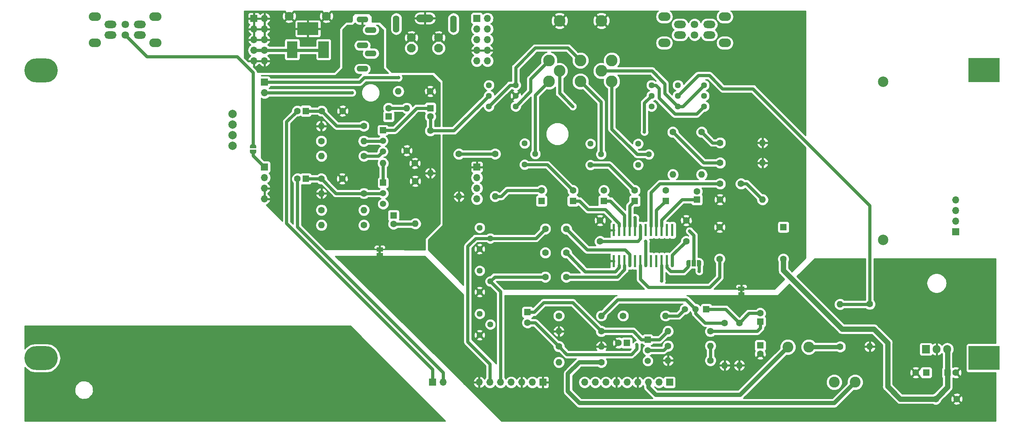
<source format=gbr>
G04 #@! TF.GenerationSoftware,KiCad,Pcbnew,(5.1.5)-3*
G04 #@! TF.CreationDate,2020-08-11T20:18:41+09:00*
G04 #@! TF.ProjectId,CPC-400 Audio&Video Board Mk.II,4350432d-3430-4302-9041-7564696f2656,rev?*
G04 #@! TF.SameCoordinates,Original*
G04 #@! TF.FileFunction,Copper,L1,Top*
G04 #@! TF.FilePolarity,Positive*
%FSLAX46Y46*%
G04 Gerber Fmt 4.6, Leading zero omitted, Abs format (unit mm)*
G04 Created by KiCad (PCBNEW (5.1.5)-3) date 2020-08-11 20:18:41*
%MOMM*%
%LPD*%
G04 APERTURE LIST*
%ADD10R,1.600000X1.600000*%
%ADD11C,1.600000*%
%ADD12O,1.600000X1.600000*%
%ADD13O,1.600000X4.100000*%
%ADD14O,4.100000X1.900000*%
%ADD15C,2.100000*%
%ADD16R,1.500000X1.500000*%
%ADD17C,1.500000*%
%ADD18C,2.000000*%
%ADD19C,1.440000*%
%ADD20O,8.000000X5.700000*%
%ADD21R,1.700000X1.700000*%
%ADD22O,1.700000X1.700000*%
%ADD23C,2.600000*%
%ADD24R,0.600000X3.000000*%
%ADD25C,0.100000*%
%ADD26C,2.800000*%
%ADD27O,2.900000X1.800000*%
%ADD28C,1.800000*%
%ADD29O,2.900000X2.100000*%
%ADD30O,2.800000X1.400000*%
%ADD31C,2.500000*%
%ADD32R,1.500000X1.000000*%
%ADD33R,1.000000X1.500000*%
%ADD34O,1.905000X2.000000*%
%ADD35R,1.905000X2.000000*%
%ADD36C,0.800000*%
%ADD37C,1.200000*%
%ADD38C,0.750000*%
%ADD39C,1.250000*%
%ADD40C,0.500000*%
%ADD41C,1.000000*%
%ADD42C,0.254000*%
G04 APERTURE END LIST*
D10*
X88100000Y-26000000D03*
D11*
X88100000Y-24000000D03*
D10*
X124700000Y-46200000D03*
D11*
X124700000Y-43700000D03*
D12*
X104925000Y-45150000D03*
D11*
X104925000Y-34990000D03*
D13*
X89950000Y-3850000D03*
X103650000Y-3850000D03*
D14*
X96800000Y-2500000D03*
D15*
X100050000Y-7150000D03*
X93550000Y-7150000D03*
X93550000Y-9650000D03*
X100050000Y-9650000D03*
D16*
X86800000Y-41860000D03*
D17*
X86800000Y-46940000D03*
X86800000Y-44400000D03*
X86741000Y-31840000D03*
X86741000Y-34380000D03*
D16*
X86741000Y-29300000D03*
D12*
X196100000Y-70940000D03*
D11*
X196100000Y-81100000D03*
D18*
X50800000Y-33020000D03*
X50800000Y-30480000D03*
X50800000Y-27940000D03*
X50800000Y-25400000D03*
D19*
X151000000Y-23580000D03*
X151000000Y-21040000D03*
X151000000Y-18500000D03*
D11*
X203200000Y-70900000D03*
D12*
X203200000Y-81060000D03*
D20*
X5000000Y-83800000D03*
D11*
X138700000Y-55900000D03*
X138700000Y-50900000D03*
X159300000Y-50900000D03*
X159300000Y-55900000D03*
X125600000Y-52900000D03*
X130600000Y-52900000D03*
X132200000Y-43700000D03*
D10*
X132200000Y-46200000D03*
D11*
X125600000Y-58600000D03*
X130600000Y-58600000D03*
D10*
X139600000Y-46200000D03*
D11*
X139600000Y-43700000D03*
X130600000Y-64400000D03*
X125600000Y-64400000D03*
D10*
X147000000Y-46200000D03*
D11*
X147000000Y-43700000D03*
D10*
X98100000Y-24000000D03*
D11*
X98100000Y-26000000D03*
X89300000Y-51700000D03*
D10*
X89300000Y-49700000D03*
X154400000Y-46200000D03*
D11*
X154400000Y-43700000D03*
D10*
X161862000Y-45900000D03*
D11*
X161862000Y-43900000D03*
X66305000Y-24680000D03*
D10*
X68305000Y-24680000D03*
X68305000Y-40907000D03*
D11*
X66305000Y-40907000D03*
X77105000Y-24680000D03*
X72105000Y-24680000D03*
X77010001Y-40907000D03*
X72010001Y-40907000D03*
D10*
X216700000Y-87300000D03*
D11*
X214200000Y-87300000D03*
X223800000Y-87300000D03*
D10*
X221800000Y-87300000D03*
D11*
X224000000Y-93600000D03*
X219000000Y-93600000D03*
D21*
X155320000Y-89600000D03*
D22*
X152780000Y-89600000D03*
X150240000Y-89600000D03*
X147700000Y-89600000D03*
X145160000Y-89600000D03*
X142620000Y-89600000D03*
X140080000Y-89600000D03*
X137540000Y-89600000D03*
X135000000Y-89600000D03*
D21*
X125040000Y-89600000D03*
D22*
X122500000Y-89600000D03*
X119960000Y-89600000D03*
X117420000Y-89600000D03*
X114880000Y-89600000D03*
X112340000Y-89600000D03*
X109800000Y-89600000D03*
D23*
X199700000Y-89600000D03*
X194700000Y-89600000D03*
X183625000Y-81175000D03*
X188625000Y-81175000D03*
D11*
X98100000Y-29400000D03*
D12*
X98100000Y-39560000D03*
X92456000Y-24003000D03*
D11*
X92456000Y-34163000D03*
D12*
X94500000Y-51660000D03*
D11*
X94500000Y-41500000D03*
D12*
X156100000Y-39900000D03*
D11*
X156100000Y-29740000D03*
D12*
X82165000Y-31880000D03*
D11*
X72005000Y-31880000D03*
X72045000Y-48407000D03*
D12*
X82205000Y-48407000D03*
D11*
X163000000Y-29740000D03*
D12*
X163000000Y-39900000D03*
D11*
X82205000Y-35480000D03*
D12*
X72045000Y-35480000D03*
D11*
X82165000Y-28280000D03*
D12*
X72005000Y-28280000D03*
D11*
X82205000Y-52007000D03*
D12*
X72045000Y-52007000D03*
X72045000Y-44407000D03*
D11*
X82205000Y-44407000D03*
D12*
X177560000Y-32300000D03*
D11*
X167400000Y-32300000D03*
X167400000Y-37100000D03*
D12*
X177560000Y-37100000D03*
D19*
X112100000Y-18500000D03*
X112100000Y-21040000D03*
X112100000Y-23580000D03*
X157300000Y-23580000D03*
X157300000Y-21040000D03*
X157300000Y-18500000D03*
X118500000Y-18500000D03*
X118500000Y-21040000D03*
X118500000Y-23580000D03*
X163600000Y-18500000D03*
X163600000Y-21040000D03*
X163600000Y-23580000D03*
D24*
X142015000Y-60600000D03*
X143285000Y-60600000D03*
X144555000Y-60600000D03*
X145825000Y-60600000D03*
X147095000Y-60600000D03*
X148365000Y-60600000D03*
X149635000Y-60600000D03*
X150905000Y-60600000D03*
X152175000Y-60600000D03*
X153445000Y-60600000D03*
X154715000Y-60600000D03*
X155985000Y-60600000D03*
X155985000Y-53200000D03*
X154715000Y-53200000D03*
X153445000Y-53200000D03*
X152175000Y-53200000D03*
X150905000Y-53200000D03*
X149635000Y-53200000D03*
X148365000Y-53200000D03*
X147095000Y-53200000D03*
X145825000Y-53200000D03*
X144555000Y-53200000D03*
X143285000Y-53200000D03*
X142015000Y-53200000D03*
D10*
X182540000Y-52480000D03*
D11*
X182540000Y-60100000D03*
X167300000Y-60100000D03*
X167300000Y-52480000D03*
D20*
X5000000Y-15000000D03*
G04 #@! TA.AperFunction,WasherPad*
D25*
G36*
X226850000Y-17750000D02*
G01*
X226850000Y-12050000D01*
X234250000Y-12050000D01*
X234250000Y-17750000D01*
X226850000Y-17750000D01*
G37*
G04 #@! TD.AperFunction*
G04 #@! TA.AperFunction,WasherPad*
G36*
X226850000Y-86650000D02*
G01*
X226850000Y-80950000D01*
X234250000Y-80950000D01*
X234250000Y-86650000D01*
X226850000Y-86650000D01*
G37*
G04 #@! TD.AperFunction*
D26*
X134000000Y-17600000D03*
X126500000Y-17600000D03*
X139000000Y-15100000D03*
X129000000Y-15100000D03*
X141500000Y-12600000D03*
X134000000Y-12600000D03*
X126500000Y-12600000D03*
X139000000Y-3100000D03*
X129000000Y-3100000D03*
X141500000Y-17600000D03*
D27*
X21600000Y-4000000D03*
D28*
X25100000Y-4000000D03*
X25100000Y-6500000D03*
D29*
X17850000Y-2100000D03*
D27*
X21600000Y-6500000D03*
X28600000Y-4000000D03*
X28600000Y-6500000D03*
D29*
X17850000Y-8400000D03*
X32350000Y-8400000D03*
X32350000Y-2100000D03*
D27*
X157800000Y-4000000D03*
D28*
X161300000Y-4000000D03*
X161300000Y-6500000D03*
D29*
X154050000Y-2100000D03*
D27*
X157800000Y-6500000D03*
X164800000Y-4000000D03*
X164800000Y-6500000D03*
D29*
X154050000Y-8400000D03*
X168550000Y-8400000D03*
X168550000Y-2100000D03*
D30*
X81850000Y-2800000D03*
X83850000Y-5300000D03*
X81850000Y-9000000D03*
X83850000Y-10900000D03*
X81850000Y-14600000D03*
G04 #@! TA.AperFunction,ComponentPad*
D25*
G36*
X66300000Y-3500000D02*
G01*
X71300000Y-3500000D01*
X71300000Y-6500000D01*
X66300000Y-6500000D01*
X66300000Y-3500000D01*
G37*
G04 #@! TD.AperFunction*
G04 #@! TA.AperFunction,ComponentPad*
G36*
X71300000Y-8000000D02*
G01*
X73800000Y-8000000D01*
X73800000Y-12000000D01*
X71300000Y-12000000D01*
X71300000Y-8000000D01*
G37*
G04 #@! TD.AperFunction*
G04 #@! TA.AperFunction,ComponentPad*
G36*
X63800000Y-8000000D02*
G01*
X66300000Y-8000000D01*
X66300000Y-12000000D01*
X63800000Y-12000000D01*
X63800000Y-8000000D01*
G37*
G04 #@! TD.AperFunction*
D15*
X64350000Y-2000000D03*
X73250000Y-2000000D03*
D22*
X109220000Y-45720000D03*
X109220000Y-43180000D03*
X109220000Y-40640000D03*
D21*
X109220000Y-38100000D03*
D22*
X58420000Y-45720000D03*
X58420000Y-43180000D03*
X58420000Y-40640000D03*
D21*
X58420000Y-38100000D03*
G04 #@! TA.AperFunction,SMDPad,CuDef*
D25*
G36*
X54950602Y-33150000D02*
G01*
X54950602Y-33125466D01*
X54955412Y-33076635D01*
X54964984Y-33028510D01*
X54979228Y-32981555D01*
X54998005Y-32936222D01*
X55021136Y-32892949D01*
X55048396Y-32852150D01*
X55079524Y-32814221D01*
X55114221Y-32779524D01*
X55152150Y-32748396D01*
X55192949Y-32721136D01*
X55236222Y-32698005D01*
X55281555Y-32679228D01*
X55328510Y-32664984D01*
X55376635Y-32655412D01*
X55425466Y-32650602D01*
X55450000Y-32650602D01*
X55450000Y-32650000D01*
X55950000Y-32650000D01*
X55950000Y-32650602D01*
X55974534Y-32650602D01*
X56023365Y-32655412D01*
X56071490Y-32664984D01*
X56118445Y-32679228D01*
X56163778Y-32698005D01*
X56207051Y-32721136D01*
X56247850Y-32748396D01*
X56285779Y-32779524D01*
X56320476Y-32814221D01*
X56351604Y-32852150D01*
X56378864Y-32892949D01*
X56401995Y-32936222D01*
X56420772Y-32981555D01*
X56435016Y-33028510D01*
X56444588Y-33076635D01*
X56449398Y-33125466D01*
X56449398Y-33150000D01*
X56450000Y-33150000D01*
X56450000Y-33650000D01*
X54950000Y-33650000D01*
X54950000Y-33150000D01*
X54950602Y-33150000D01*
G37*
G04 #@! TD.AperFunction*
G04 #@! TA.AperFunction,SMDPad,CuDef*
G36*
X56450000Y-33950000D02*
G01*
X56450000Y-34450000D01*
X56449398Y-34450000D01*
X56449398Y-34474534D01*
X56444588Y-34523365D01*
X56435016Y-34571490D01*
X56420772Y-34618445D01*
X56401995Y-34663778D01*
X56378864Y-34707051D01*
X56351604Y-34747850D01*
X56320476Y-34785779D01*
X56285779Y-34820476D01*
X56247850Y-34851604D01*
X56207051Y-34878864D01*
X56163778Y-34901995D01*
X56118445Y-34920772D01*
X56071490Y-34935016D01*
X56023365Y-34944588D01*
X55974534Y-34949398D01*
X55950000Y-34949398D01*
X55950000Y-34950000D01*
X55450000Y-34950000D01*
X55450000Y-34949398D01*
X55425466Y-34949398D01*
X55376635Y-34944588D01*
X55328510Y-34935016D01*
X55281555Y-34920772D01*
X55236222Y-34901995D01*
X55192949Y-34878864D01*
X55152150Y-34851604D01*
X55114221Y-34820476D01*
X55079524Y-34785779D01*
X55048396Y-34747850D01*
X55021136Y-34707051D01*
X54998005Y-34663778D01*
X54979228Y-34618445D01*
X54964984Y-34571490D01*
X54955412Y-34523365D01*
X54950602Y-34474534D01*
X54950602Y-34450000D01*
X54950000Y-34450000D01*
X54950000Y-33950000D01*
X56450000Y-33950000D01*
G37*
G04 #@! TD.AperFunction*
D31*
X206450000Y-17700000D03*
X206450000Y-55520000D03*
D22*
X223750000Y-45980000D03*
X223750000Y-48520000D03*
X223750000Y-51060000D03*
D21*
X223750000Y-53600000D03*
D32*
X86000000Y-57850000D03*
G04 #@! TA.AperFunction,SMDPad,CuDef*
D25*
G36*
X85700000Y-58650000D02*
G01*
X85700000Y-58250000D01*
X86300000Y-58250000D01*
X86300000Y-58650000D01*
X86750000Y-58650000D01*
X86750000Y-59650000D01*
X85250000Y-59650000D01*
X85250000Y-58650000D01*
X85700000Y-58650000D01*
G37*
G04 #@! TD.AperFunction*
D32*
X172500000Y-67250000D03*
G04 #@! TA.AperFunction,SMDPad,CuDef*
D25*
G36*
X172200000Y-68050000D02*
G01*
X172200000Y-67650000D01*
X172800000Y-67650000D01*
X172800000Y-68050000D01*
X173250000Y-68050000D01*
X173250000Y-69050000D01*
X171750000Y-69050000D01*
X171750000Y-68050000D01*
X172200000Y-68050000D01*
G37*
G04 #@! TD.AperFunction*
D22*
X111760000Y-12700000D03*
X109220000Y-12700000D03*
X111760000Y-10160000D03*
X109220000Y-10160000D03*
X111760000Y-7620000D03*
X109220000Y-7620000D03*
X111760000Y-5080000D03*
X109220000Y-5080000D03*
X111760000Y-2540000D03*
D21*
X109220000Y-2540000D03*
D22*
X58420000Y-12700000D03*
X55880000Y-12700000D03*
X58420000Y-10160000D03*
X55880000Y-10160000D03*
X58420000Y-7620000D03*
X55880000Y-7620000D03*
X58420000Y-5080000D03*
X55880000Y-5080000D03*
X58420000Y-2540000D03*
D21*
X55880000Y-2540000D03*
D22*
X101200000Y-89600000D03*
D21*
X98660000Y-89600000D03*
D22*
X58420000Y-20320000D03*
D21*
X58420000Y-17780000D03*
D10*
X145100000Y-80200000D03*
D11*
X143100000Y-80200000D03*
D10*
X177000000Y-75100000D03*
D11*
X177000000Y-73100000D03*
X177000000Y-82800000D03*
D10*
X177000000Y-80800000D03*
D17*
X150100000Y-81940000D03*
X150100000Y-84480000D03*
D16*
X150100000Y-79400000D03*
X164100000Y-72100000D03*
D17*
X159020000Y-72100000D03*
X161560000Y-72100000D03*
D11*
X165100000Y-84400000D03*
D12*
X154940000Y-84400000D03*
D11*
X154940000Y-80900000D03*
D12*
X165100000Y-80900000D03*
X128840000Y-77400000D03*
D11*
X139000000Y-77400000D03*
X165100000Y-77400000D03*
D12*
X154940000Y-77400000D03*
D11*
X144200000Y-73700000D03*
D12*
X154360000Y-73700000D03*
X172000000Y-85560000D03*
D11*
X172000000Y-75400000D03*
D12*
X139000000Y-73700000D03*
D11*
X128840000Y-73700000D03*
D12*
X168500000Y-85560000D03*
D11*
X168500000Y-75400000D03*
X139000000Y-84800000D03*
D12*
X128840000Y-84800000D03*
D11*
X94400000Y-37200000D03*
D12*
X86780000Y-37200000D03*
D11*
X98075000Y-19975000D03*
D12*
X90455000Y-19975000D03*
X113600000Y-45125000D03*
D11*
X113600000Y-34965000D03*
X172400000Y-42100000D03*
X167400000Y-42100000D03*
D12*
X177560000Y-45900000D03*
D11*
X167400000Y-45900000D03*
D19*
X109900000Y-57700000D03*
X112440000Y-55160000D03*
X109900000Y-52620000D03*
X109900000Y-68000000D03*
X112440000Y-65460000D03*
X109900000Y-62920000D03*
X109900000Y-78300000D03*
X112440000Y-75760000D03*
X109900000Y-73220000D03*
X120660000Y-37540000D03*
X123200000Y-35000000D03*
X120660000Y-32460000D03*
X136400000Y-37600000D03*
X138940000Y-35060000D03*
X136400000Y-32520000D03*
X147800000Y-37600000D03*
X150340000Y-35060000D03*
X147800000Y-32520000D03*
D33*
X161100000Y-61100000D03*
G04 #@! TA.AperFunction,SMDPad,CuDef*
D25*
G36*
X162400000Y-60350602D02*
G01*
X162424534Y-60350602D01*
X162473365Y-60355412D01*
X162521490Y-60364984D01*
X162568445Y-60379228D01*
X162613778Y-60398005D01*
X162657051Y-60421136D01*
X162697850Y-60448396D01*
X162735779Y-60479524D01*
X162770476Y-60514221D01*
X162801604Y-60552150D01*
X162828864Y-60592949D01*
X162851995Y-60636222D01*
X162870772Y-60681555D01*
X162885016Y-60728510D01*
X162894588Y-60776635D01*
X162899398Y-60825466D01*
X162899398Y-60850000D01*
X162900000Y-60850000D01*
X162900000Y-61350000D01*
X162899398Y-61350000D01*
X162899398Y-61374534D01*
X162894588Y-61423365D01*
X162885016Y-61471490D01*
X162870772Y-61518445D01*
X162851995Y-61563778D01*
X162828864Y-61607051D01*
X162801604Y-61647850D01*
X162770476Y-61685779D01*
X162735779Y-61720476D01*
X162697850Y-61751604D01*
X162657051Y-61778864D01*
X162613778Y-61801995D01*
X162568445Y-61820772D01*
X162521490Y-61835016D01*
X162473365Y-61844588D01*
X162424534Y-61849398D01*
X162400000Y-61849398D01*
X162400000Y-61850000D01*
X161850000Y-61850000D01*
X161850000Y-60350000D01*
X162400000Y-60350000D01*
X162400000Y-60350602D01*
G37*
G04 #@! TD.AperFunction*
G04 #@! TA.AperFunction,SMDPad,CuDef*
G36*
X160350000Y-61850000D02*
G01*
X159800000Y-61850000D01*
X159800000Y-61849398D01*
X159775466Y-61849398D01*
X159726635Y-61844588D01*
X159678510Y-61835016D01*
X159631555Y-61820772D01*
X159586222Y-61801995D01*
X159542949Y-61778864D01*
X159502150Y-61751604D01*
X159464221Y-61720476D01*
X159429524Y-61685779D01*
X159398396Y-61647850D01*
X159371136Y-61607051D01*
X159348005Y-61563778D01*
X159329228Y-61518445D01*
X159314984Y-61471490D01*
X159305412Y-61423365D01*
X159300602Y-61374534D01*
X159300602Y-61350000D01*
X159300000Y-61350000D01*
X159300000Y-60850000D01*
X159300602Y-60850000D01*
X159300602Y-60825466D01*
X159305412Y-60776635D01*
X159314984Y-60728510D01*
X159329228Y-60681555D01*
X159348005Y-60636222D01*
X159371136Y-60592949D01*
X159398396Y-60552150D01*
X159429524Y-60514221D01*
X159464221Y-60479524D01*
X159502150Y-60448396D01*
X159542949Y-60421136D01*
X159586222Y-60398005D01*
X159631555Y-60379228D01*
X159678510Y-60364984D01*
X159726635Y-60355412D01*
X159775466Y-60350602D01*
X159800000Y-60350602D01*
X159800000Y-60350000D01*
X160350000Y-60350000D01*
X160350000Y-61850000D01*
G37*
G04 #@! TD.AperFunction*
D34*
X221740000Y-81700000D03*
X219200000Y-81700000D03*
D35*
X216660000Y-81700000D03*
D11*
X121350000Y-75350000D03*
D10*
X121350000Y-72850000D03*
D12*
X139010000Y-81050000D03*
D11*
X128850000Y-81050000D03*
D36*
X149630000Y-55890000D03*
X138400000Y-60500000D03*
X82300000Y-24700000D03*
X77000000Y-34000000D03*
X67500000Y-34000000D03*
X79000000Y-48000000D03*
X90500000Y-37200000D03*
X98000000Y-47000000D03*
X180000000Y-5000000D03*
X170000000Y-15000000D03*
X180000000Y-15000000D03*
X150000000Y-5000000D03*
X87725000Y-20300000D03*
X62400000Y-23000000D03*
X73900000Y-22700000D03*
X77000000Y-15800000D03*
X90500000Y-16700000D03*
X79400000Y-20300000D03*
X122000000Y-80000000D03*
X160000000Y-80000000D03*
X185000000Y-75000000D03*
D37*
X222400000Y-69800000D03*
X216000000Y-69800000D03*
X216000000Y-72400000D03*
X219200000Y-72400000D03*
X222400000Y-72400000D03*
X219200000Y-69800000D03*
D36*
X132180000Y-23580000D03*
X149300000Y-29700000D03*
X160100000Y-53400000D03*
X147100000Y-50200000D03*
X147500000Y-80600000D03*
X153445000Y-65350000D03*
X162400000Y-63050000D03*
D38*
X116475000Y-43700000D02*
X124700000Y-43700000D01*
X115050000Y-45125000D02*
X116475000Y-43700000D01*
X173760000Y-42100000D02*
X177560000Y-45900000D01*
X172400000Y-42100000D02*
X173760000Y-42100000D01*
X113575000Y-34990000D02*
X113600000Y-34965000D01*
X104925000Y-34990000D02*
X113575000Y-34990000D01*
X115050000Y-45125000D02*
X113600000Y-45125000D01*
X138700000Y-55900000D02*
X145400000Y-55900000D01*
X148365000Y-55235000D02*
X148365000Y-52200000D01*
X147700000Y-55900000D02*
X148365000Y-55235000D01*
X155985000Y-59215000D02*
X159300000Y-55900000D01*
X155985000Y-61600000D02*
X155985000Y-59215000D01*
X145400000Y-55900000D02*
X147700000Y-55900000D01*
X149630000Y-61595000D02*
X149635000Y-61600000D01*
X149630000Y-55890000D02*
X149630000Y-61595000D01*
D39*
X221800000Y-90800000D02*
X219000000Y-93600000D01*
X221800000Y-87300000D02*
X221800000Y-90800000D01*
X221780000Y-87280000D02*
X221800000Y-87300000D01*
X221780000Y-81700000D02*
X221780000Y-87280000D01*
X213000000Y-93600000D02*
X219000000Y-93600000D01*
X182540000Y-62840000D02*
X196600000Y-76900000D01*
X182540000Y-60600000D02*
X182540000Y-62840000D01*
X196600000Y-76900000D02*
X204200000Y-76900000D01*
X204200000Y-76900000D02*
X207475000Y-80175000D01*
X207475000Y-80175000D02*
X207475000Y-90575000D01*
X210500000Y-93600000D02*
X213000000Y-93600000D01*
X207475000Y-90575000D02*
X210500000Y-93600000D01*
D38*
X135119000Y-63119000D02*
X130600000Y-58600000D01*
X143285000Y-62165002D02*
X143285000Y-61600000D01*
X142331002Y-63119000D02*
X143285000Y-62165002D01*
X135119000Y-63119000D02*
X142331002Y-63119000D01*
X126040000Y-37540000D02*
X132200000Y-43700000D01*
X120660000Y-37540000D02*
X126040000Y-37540000D01*
X143285000Y-51634998D02*
X139910002Y-48260000D01*
X143285000Y-52200000D02*
X143285000Y-51634998D01*
X135810000Y-48260000D02*
X139910002Y-48260000D01*
X133750000Y-46200000D02*
X135810000Y-48260000D01*
X132200000Y-46200000D02*
X133750000Y-46200000D01*
X131731370Y-64400000D02*
X131742370Y-64389000D01*
X130600000Y-64400000D02*
X131731370Y-64400000D01*
X131731370Y-64400000D02*
X142800000Y-64400000D01*
X144555000Y-62645000D02*
X144555000Y-61600000D01*
X142800000Y-64400000D02*
X144555000Y-62645000D01*
X141150000Y-46200000D02*
X139600000Y-46200000D01*
X144555000Y-49605000D02*
X141150000Y-46200000D01*
X144555000Y-52200000D02*
X144555000Y-49605000D01*
X140900000Y-37600000D02*
X147000000Y-43700000D01*
X136400000Y-37600000D02*
X140900000Y-37600000D01*
X145825000Y-59034998D02*
X145825000Y-61600000D01*
X144690002Y-57900000D02*
X145825000Y-59034998D01*
X135600000Y-57900000D02*
X144690002Y-57900000D01*
X130600000Y-52900000D02*
X135600000Y-57900000D01*
X145825000Y-47375000D02*
X147000000Y-46200000D01*
X145825000Y-52200000D02*
X145825000Y-47375000D01*
X94848000Y-24000000D02*
X98100000Y-24000000D01*
X89548000Y-29300000D02*
X94848000Y-24000000D01*
X86741000Y-29300000D02*
X89548000Y-29300000D01*
X112100000Y-21295000D02*
X112100000Y-21040000D01*
X98100000Y-26000000D02*
X98100000Y-29400000D01*
X103740000Y-29400000D02*
X112100000Y-21040000D01*
X98100000Y-29400000D02*
X103740000Y-29400000D01*
X89934315Y-16700000D02*
X90500000Y-16700000D01*
X82253136Y-16700000D02*
X89934315Y-16700000D01*
X81173136Y-17780000D02*
X82253136Y-16700000D01*
X58420000Y-17780000D02*
X81173136Y-17780000D01*
X92424000Y-24035000D02*
X92456000Y-24003000D01*
X92453000Y-24000000D02*
X92456000Y-24003000D01*
X88100000Y-24000000D02*
X92453000Y-24000000D01*
X94460000Y-51700000D02*
X94500000Y-51660000D01*
X89300000Y-51700000D02*
X94460000Y-51700000D01*
X79380000Y-20320000D02*
X79400000Y-20300000D01*
X58420000Y-20320000D02*
X79380000Y-20320000D01*
X86780000Y-41840000D02*
X86800000Y-41860000D01*
X86780000Y-37200000D02*
X86780000Y-41840000D01*
X152175000Y-48425000D02*
X152175000Y-52200000D01*
X154400000Y-46200000D02*
X152175000Y-48425000D01*
X153445000Y-52200000D02*
X153445000Y-50771000D01*
X158316000Y-45900000D02*
X161862000Y-45900000D01*
X153445000Y-50771000D02*
X158316000Y-45900000D01*
X58400000Y-38080000D02*
X58420000Y-38100000D01*
X55700000Y-35380000D02*
X58420000Y-38100000D01*
X55700000Y-34450000D02*
X55700000Y-35380000D01*
X55700000Y-15500000D02*
X51900000Y-11700000D01*
X55700000Y-33150000D02*
X55700000Y-15500000D01*
X98660000Y-86560000D02*
X98660000Y-89800000D01*
X63700000Y-51600000D02*
X98660000Y-86560000D01*
X66305000Y-24680000D02*
X63700000Y-27285000D01*
X63700000Y-27285000D02*
X63700000Y-51600000D01*
X30300000Y-11700000D02*
X32000000Y-11700000D01*
X25100000Y-6500000D02*
X30300000Y-11700000D01*
X32000000Y-11700000D02*
X51900000Y-11700000D01*
X68305000Y-24680000D02*
X72105000Y-24680000D01*
X75705000Y-28280000D02*
X82165000Y-28280000D01*
X72105000Y-24680000D02*
X75705000Y-28280000D01*
X86738000Y-31880000D02*
X86741000Y-31877000D01*
X82168000Y-31877000D02*
X82165000Y-31880000D01*
X86741000Y-31877000D02*
X82168000Y-31877000D01*
X68305000Y-40907000D02*
X72010001Y-40907000D01*
X75510001Y-44407000D02*
X82205000Y-44407000D01*
X72010001Y-40907000D02*
X75510001Y-44407000D01*
X86825000Y-44407000D02*
X86868000Y-44450000D01*
X86793000Y-44407000D02*
X86800000Y-44400000D01*
X82205000Y-44407000D02*
X86793000Y-44407000D01*
X101200000Y-87300000D02*
X101200000Y-89800000D01*
X66305000Y-40907000D02*
X66305000Y-52405000D01*
X66305000Y-52405000D02*
X101200000Y-87300000D01*
X153005000Y-42100000D02*
X150905000Y-44200000D01*
X150905000Y-44200000D02*
X150905000Y-52200000D01*
X153005000Y-42100000D02*
X167400000Y-42100000D01*
D40*
X159550000Y-82200000D02*
X159350000Y-82400000D01*
X160400000Y-82200000D02*
X159550000Y-82200000D01*
X159350000Y-82400000D02*
X157900000Y-82400000D01*
X161250000Y-82200000D02*
X161450000Y-82400000D01*
X160400000Y-82200000D02*
X161250000Y-82200000D01*
X160400000Y-82200000D02*
X160400000Y-83400000D01*
D41*
X194700000Y-94600000D02*
X199700000Y-89600000D01*
X133800000Y-94600000D02*
X194700000Y-94600000D01*
X131000000Y-91800000D02*
X133800000Y-94600000D01*
X131000000Y-87550000D02*
X131000000Y-91800000D01*
X139000000Y-84800000D02*
X133750000Y-84800000D01*
X133750000Y-84800000D02*
X131000000Y-87550000D01*
D38*
X163460000Y-37100000D02*
X167400000Y-37100000D01*
X156100000Y-29740000D02*
X163460000Y-37100000D01*
X167300000Y-64500000D02*
X167300000Y-60600000D01*
X164900000Y-66900000D02*
X167300000Y-64500000D01*
X150300000Y-66900000D02*
X164900000Y-66900000D01*
X148365000Y-61600000D02*
X148365000Y-64965000D01*
X148365000Y-64965000D02*
X150300000Y-66900000D01*
D41*
X150240000Y-90802081D02*
X152037919Y-92600000D01*
X150240000Y-89600000D02*
X150240000Y-90802081D01*
X172200000Y-92600000D02*
X183625000Y-81175000D01*
X170425000Y-92600000D02*
X172200000Y-92600000D01*
X152037919Y-92600000D02*
X170425000Y-92600000D01*
D38*
X114880000Y-67900000D02*
X112440000Y-65460000D01*
X114880000Y-89600000D02*
X114880000Y-67900000D01*
X113500000Y-64400000D02*
X112440000Y-65460000D01*
X125600000Y-64400000D02*
X113500000Y-64400000D01*
X112340000Y-89600000D02*
X112340000Y-85240000D01*
X112340000Y-85240000D02*
X107000000Y-79900000D01*
X107000000Y-79900000D02*
X107000000Y-57100000D01*
X108940000Y-55160000D02*
X112440000Y-55160000D01*
X107000000Y-57100000D02*
X108940000Y-55160000D01*
X123340000Y-55160000D02*
X125600000Y-52900000D01*
X112440000Y-55160000D02*
X123340000Y-55160000D01*
D41*
X196025000Y-81175000D02*
X196100000Y-81100000D01*
X188625000Y-81175000D02*
X196025000Y-81175000D01*
D38*
X85641000Y-35480000D02*
X86741000Y-34380000D01*
X82205000Y-35480000D02*
X85641000Y-35480000D01*
X123200000Y-20900000D02*
X123200000Y-35000000D01*
X126500000Y-17600000D02*
X123200000Y-20900000D01*
X141500000Y-17600000D02*
X141500000Y-29000000D01*
X147560000Y-35060000D02*
X150340000Y-35060000D01*
X141500000Y-29000000D02*
X147560000Y-35060000D01*
X138940000Y-22540000D02*
X138940000Y-35060000D01*
X134000000Y-17600000D02*
X138940000Y-22540000D01*
X165560000Y-32300000D02*
X163000000Y-29740000D01*
X167400000Y-32300000D02*
X165560000Y-32300000D01*
X203200000Y-47300000D02*
X203200000Y-70900000D01*
X175257774Y-19357774D02*
X203200000Y-47300000D01*
X168007774Y-19357774D02*
X175257774Y-19357774D01*
X164800000Y-16150000D02*
X168007774Y-19357774D01*
X157300000Y-21040000D02*
X162190000Y-16150000D01*
X162190000Y-16150000D02*
X164800000Y-16150000D01*
X203160000Y-70940000D02*
X203200000Y-70900000D01*
X196100000Y-70940000D02*
X203160000Y-70940000D01*
X126500000Y-12600000D02*
X122100000Y-17000000D01*
X122100000Y-19980000D02*
X118500000Y-23580000D01*
X122100000Y-17000000D02*
X122100000Y-19980000D01*
X117180000Y-18500000D02*
X112100000Y-23580000D01*
X118500000Y-18500000D02*
X117180000Y-18500000D01*
X134000000Y-12600000D02*
X131000000Y-9600000D01*
X131000000Y-9600000D02*
X123200000Y-9600000D01*
X118500000Y-14300000D02*
X118500000Y-18500000D01*
X123200000Y-9600000D02*
X118500000Y-14300000D01*
X129000000Y-20400000D02*
X132180000Y-23580000D01*
X129000000Y-15100000D02*
X129000000Y-20400000D01*
X151000000Y-21040000D02*
X149300000Y-22740000D01*
X55880000Y-10160000D02*
X58420000Y-10160000D01*
X165100000Y-84400000D02*
X165100000Y-80900000D01*
X149300000Y-22740000D02*
X149300000Y-29700000D01*
X149300000Y-29700000D02*
X149300000Y-29700000D01*
X72390000Y-10160000D02*
X72550000Y-10000000D01*
X58420000Y-10160000D02*
X72390000Y-10160000D01*
X154715000Y-62165002D02*
X155649998Y-63100000D01*
X154715000Y-61600000D02*
X154715000Y-62165002D01*
X159800000Y-61947592D02*
X158647592Y-63100000D01*
X159800000Y-61100000D02*
X159800000Y-61947592D01*
X155649998Y-63100000D02*
X158600000Y-63100000D01*
X161100000Y-61100000D02*
X161100000Y-59600000D01*
X161100000Y-59600000D02*
X161100000Y-54400000D01*
X161100000Y-54400000D02*
X160100000Y-53400000D01*
X152018233Y-18500000D02*
X152781000Y-19262767D01*
X151000000Y-18500000D02*
X152018233Y-18500000D01*
X152781000Y-19262767D02*
X152781000Y-21590000D01*
X152781000Y-21590000D02*
X156591000Y-25400000D01*
X161780000Y-25400000D02*
X163600000Y-23580000D01*
X156591000Y-25400000D02*
X161780000Y-25400000D01*
X140000000Y-15100000D02*
X151117000Y-15100000D01*
X151117000Y-15100000D02*
X154178000Y-18161000D01*
X154178000Y-20458000D02*
X157300000Y-23580000D01*
X154178000Y-18161000D02*
X154178000Y-20458000D01*
X158520000Y-23580000D02*
X163600000Y-18500000D01*
X157300000Y-23580000D02*
X158520000Y-23580000D01*
X147100000Y-52195000D02*
X147095000Y-52200000D01*
X147100000Y-50200000D02*
X147100000Y-52195000D01*
X150080000Y-84500000D02*
X150100000Y-84480000D01*
X177000000Y-76650000D02*
X177000000Y-75100000D01*
X176250000Y-77400000D02*
X177000000Y-76650000D01*
X165100000Y-77400000D02*
X176250000Y-77400000D01*
X174300000Y-73100000D02*
X172000000Y-75400000D01*
X177000000Y-73100000D02*
X174300000Y-73100000D01*
X168700000Y-72100000D02*
X172000000Y-75400000D01*
X164100000Y-72100000D02*
X168700000Y-72100000D01*
X167368630Y-75400000D02*
X168500000Y-75400000D01*
X163799340Y-75400000D02*
X167368630Y-75400000D01*
X161560000Y-73160660D02*
X163799340Y-75400000D01*
X161560000Y-72100000D02*
X161560000Y-73160660D01*
X139000000Y-73700000D02*
X142875000Y-69825000D01*
X159285000Y-69825000D02*
X161560000Y-72100000D01*
X142875000Y-69825000D02*
X159285000Y-69825000D01*
X154880000Y-80840000D02*
X154940000Y-80900000D01*
X153900000Y-81940000D02*
X154940000Y-80900000D01*
X150100000Y-81940000D02*
X153900000Y-81940000D01*
X152940000Y-79400000D02*
X154940000Y-77400000D01*
X150100000Y-79400000D02*
X152940000Y-79400000D01*
X140131370Y-77400000D02*
X139000000Y-77400000D01*
X146600000Y-77400000D02*
X140131370Y-77400000D01*
X148600000Y-79400000D02*
X146600000Y-77400000D01*
X150100000Y-79400000D02*
X148600000Y-79400000D01*
X139000000Y-77400000D02*
X132150000Y-70550000D01*
X125200000Y-70550000D02*
X132150000Y-70550000D01*
X122900000Y-72850000D02*
X125200000Y-70550000D01*
X121350000Y-72850000D02*
X122900000Y-72850000D01*
X123150000Y-75350000D02*
X121350000Y-75350000D01*
X128850000Y-81050000D02*
X123150000Y-75350000D01*
X128850000Y-81050000D02*
X130750000Y-82950000D01*
X130750000Y-82950000D02*
X146200000Y-82950000D01*
X146200000Y-82950000D02*
X147500000Y-81650000D01*
X147500000Y-81650000D02*
X147500000Y-81650000D01*
X147500000Y-81650000D02*
X147500000Y-80600000D01*
X147500000Y-80600000D02*
X147500000Y-80600000D01*
X157420000Y-73700000D02*
X159020000Y-72100000D01*
X154360000Y-73700000D02*
X157420000Y-73700000D01*
X153445000Y-61600000D02*
X153445000Y-64475000D01*
X153445000Y-64475000D02*
X153445000Y-65350000D01*
X162400000Y-61100000D02*
X162400000Y-63050000D01*
X162400000Y-63050000D02*
X162400000Y-63050000D01*
D42*
G36*
X96701843Y-25047765D02*
G01*
X96842191Y-25257809D01*
X96851591Y-25264090D01*
X96665000Y-25714561D01*
X96665000Y-26285439D01*
X96883466Y-26812862D01*
X97090000Y-27019396D01*
X97090001Y-28380603D01*
X96883466Y-28587138D01*
X96665000Y-29114561D01*
X96665000Y-29685439D01*
X96883466Y-30212862D01*
X97287138Y-30616534D01*
X97814561Y-30835000D01*
X98385439Y-30835000D01*
X98912862Y-30616534D01*
X99119396Y-30410000D01*
X100398000Y-30410000D01*
X100398000Y-51672130D01*
X96910518Y-55134878D01*
X96882841Y-55175982D01*
X96873000Y-55225000D01*
X96873000Y-57872885D01*
X86805617Y-57863741D01*
X86757809Y-57792191D01*
X86654258Y-57723000D01*
X87226250Y-57723000D01*
X87385000Y-57564250D01*
X87385000Y-57223691D01*
X87288327Y-56990302D01*
X87109699Y-56811673D01*
X86876310Y-56715000D01*
X86285750Y-56715000D01*
X86127000Y-56873750D01*
X86127000Y-57602560D01*
X85873000Y-57602560D01*
X85873000Y-56873750D01*
X85714250Y-56715000D01*
X85123690Y-56715000D01*
X84890301Y-56811673D01*
X84711673Y-56990302D01*
X84615000Y-57223691D01*
X84615000Y-57564250D01*
X84773750Y-57723000D01*
X85345742Y-57723000D01*
X85242191Y-57792191D01*
X85195360Y-57862279D01*
X73179720Y-57851365D01*
X67335355Y-52007000D01*
X70581887Y-52007000D01*
X70693260Y-52566909D01*
X71010423Y-53041577D01*
X71485091Y-53358740D01*
X71903667Y-53442000D01*
X72186333Y-53442000D01*
X72604909Y-53358740D01*
X73079577Y-53041577D01*
X73396740Y-52566909D01*
X73508113Y-52007000D01*
X73451336Y-51721561D01*
X80770000Y-51721561D01*
X80770000Y-52292439D01*
X80988466Y-52819862D01*
X81392138Y-53223534D01*
X81919561Y-53442000D01*
X82490439Y-53442000D01*
X83017862Y-53223534D01*
X83421534Y-52819862D01*
X83640000Y-52292439D01*
X83640000Y-51721561D01*
X83421534Y-51194138D01*
X83017862Y-50790466D01*
X82490439Y-50572000D01*
X81919561Y-50572000D01*
X81392138Y-50790466D01*
X80988466Y-51194138D01*
X80770000Y-51721561D01*
X73451336Y-51721561D01*
X73396740Y-51447091D01*
X73079577Y-50972423D01*
X72604909Y-50655260D01*
X72186333Y-50572000D01*
X71903667Y-50572000D01*
X71485091Y-50655260D01*
X71010423Y-50972423D01*
X70693260Y-51447091D01*
X70581887Y-52007000D01*
X67335355Y-52007000D01*
X67315000Y-51986645D01*
X67315000Y-48121561D01*
X70610000Y-48121561D01*
X70610000Y-48692439D01*
X70828466Y-49219862D01*
X71232138Y-49623534D01*
X71759561Y-49842000D01*
X72330439Y-49842000D01*
X72857862Y-49623534D01*
X73261534Y-49219862D01*
X73480000Y-48692439D01*
X73480000Y-48407000D01*
X80741887Y-48407000D01*
X80853260Y-48966909D01*
X81170423Y-49441577D01*
X81645091Y-49758740D01*
X82063667Y-49842000D01*
X82346333Y-49842000D01*
X82764909Y-49758740D01*
X83239577Y-49441577D01*
X83556740Y-48966909D01*
X83570049Y-48900000D01*
X87852560Y-48900000D01*
X87852560Y-50500000D01*
X87901843Y-50747765D01*
X88042191Y-50957809D01*
X88051591Y-50964090D01*
X87865000Y-51414561D01*
X87865000Y-51985439D01*
X88083466Y-52512862D01*
X88487138Y-52916534D01*
X89014561Y-53135000D01*
X89585439Y-53135000D01*
X90112862Y-52916534D01*
X90319396Y-52710000D01*
X93488505Y-52710000D01*
X93940091Y-53011740D01*
X94358667Y-53095000D01*
X94641333Y-53095000D01*
X95059909Y-53011740D01*
X95534577Y-52694577D01*
X95851740Y-52219909D01*
X95963113Y-51660000D01*
X95851740Y-51100091D01*
X95534577Y-50625423D01*
X95059909Y-50308260D01*
X94641333Y-50225000D01*
X94358667Y-50225000D01*
X93940091Y-50308260D01*
X93465423Y-50625423D01*
X93422274Y-50690000D01*
X90709647Y-50690000D01*
X90747440Y-50500000D01*
X90747440Y-48900000D01*
X90698157Y-48652235D01*
X90557809Y-48442191D01*
X90347765Y-48301843D01*
X90100000Y-48252560D01*
X88500000Y-48252560D01*
X88252235Y-48301843D01*
X88042191Y-48442191D01*
X87901843Y-48652235D01*
X87852560Y-48900000D01*
X83570049Y-48900000D01*
X83668113Y-48407000D01*
X83556740Y-47847091D01*
X83239577Y-47372423D01*
X82764909Y-47055260D01*
X82346333Y-46972000D01*
X82063667Y-46972000D01*
X81645091Y-47055260D01*
X81170423Y-47372423D01*
X80853260Y-47847091D01*
X80741887Y-48407000D01*
X73480000Y-48407000D01*
X73480000Y-48121561D01*
X73261534Y-47594138D01*
X72857862Y-47190466D01*
X72330439Y-46972000D01*
X71759561Y-46972000D01*
X71232138Y-47190466D01*
X70828466Y-47594138D01*
X70610000Y-48121561D01*
X67315000Y-48121561D01*
X67315000Y-44756039D01*
X70653096Y-44756039D01*
X70813959Y-45144423D01*
X71189866Y-45559389D01*
X71695959Y-45798914D01*
X71918000Y-45677629D01*
X71918000Y-44534000D01*
X72172000Y-44534000D01*
X72172000Y-45677629D01*
X72394041Y-45798914D01*
X72900134Y-45559389D01*
X73276041Y-45144423D01*
X73436904Y-44756039D01*
X73314915Y-44534000D01*
X72172000Y-44534000D01*
X71918000Y-44534000D01*
X70775085Y-44534000D01*
X70653096Y-44756039D01*
X67315000Y-44756039D01*
X67315000Y-44057961D01*
X70653096Y-44057961D01*
X70775085Y-44280000D01*
X71918000Y-44280000D01*
X71918000Y-43136371D01*
X72172000Y-43136371D01*
X72172000Y-44280000D01*
X73314915Y-44280000D01*
X73436904Y-44057961D01*
X73276041Y-43669577D01*
X72900134Y-43254611D01*
X72394041Y-43015086D01*
X72172000Y-43136371D01*
X71918000Y-43136371D01*
X71695959Y-43015086D01*
X71189866Y-43254611D01*
X70813959Y-43669577D01*
X70653096Y-44057961D01*
X67315000Y-44057961D01*
X67315000Y-42316647D01*
X67505000Y-42354440D01*
X69105000Y-42354440D01*
X69352765Y-42305157D01*
X69562809Y-42164809D01*
X69703157Y-41954765D01*
X69710669Y-41917000D01*
X70990605Y-41917000D01*
X71197139Y-42123534D01*
X71724562Y-42342000D01*
X72016646Y-42342000D01*
X74725485Y-45050840D01*
X74781832Y-45135169D01*
X74866161Y-45191516D01*
X74866162Y-45191517D01*
X75009114Y-45287034D01*
X75115919Y-45358399D01*
X75410525Y-45417000D01*
X75410529Y-45417000D01*
X75510000Y-45436786D01*
X75609471Y-45417000D01*
X81185604Y-45417000D01*
X81392138Y-45623534D01*
X81919561Y-45842000D01*
X82490439Y-45842000D01*
X83017862Y-45623534D01*
X83224396Y-45417000D01*
X85858313Y-45417000D01*
X86015460Y-45574147D01*
X86246870Y-45670000D01*
X86015460Y-45765853D01*
X85625853Y-46155460D01*
X85415000Y-46664506D01*
X85415000Y-47215494D01*
X85625853Y-47724540D01*
X86015460Y-48114147D01*
X86524506Y-48325000D01*
X87075494Y-48325000D01*
X87584540Y-48114147D01*
X87974147Y-47724540D01*
X88185000Y-47215494D01*
X88185000Y-46664506D01*
X87974147Y-46155460D01*
X87584540Y-45765853D01*
X87353130Y-45670000D01*
X87584540Y-45574147D01*
X87974147Y-45184540D01*
X88185000Y-44675494D01*
X88185000Y-44124506D01*
X87974147Y-43615460D01*
X87605156Y-43246469D01*
X87797765Y-43208157D01*
X88007809Y-43067809D01*
X88148157Y-42857765D01*
X88197440Y-42610000D01*
X88197440Y-42507745D01*
X93671861Y-42507745D01*
X93745995Y-42753864D01*
X94283223Y-42946965D01*
X94853454Y-42919778D01*
X95254005Y-42753864D01*
X95328139Y-42507745D01*
X94500000Y-41679605D01*
X93671861Y-42507745D01*
X88197440Y-42507745D01*
X88197440Y-41283223D01*
X93053035Y-41283223D01*
X93080222Y-41853454D01*
X93246136Y-42254005D01*
X93492255Y-42328139D01*
X94320395Y-41500000D01*
X94679605Y-41500000D01*
X95507745Y-42328139D01*
X95753864Y-42254005D01*
X95946965Y-41716777D01*
X95919778Y-41146546D01*
X95753864Y-40745995D01*
X95507745Y-40671861D01*
X94679605Y-41500000D01*
X94320395Y-41500000D01*
X93492255Y-40671861D01*
X93246136Y-40745995D01*
X93053035Y-41283223D01*
X88197440Y-41283223D01*
X88197440Y-41110000D01*
X88148157Y-40862235D01*
X88007809Y-40652191D01*
X87797765Y-40511843D01*
X87790000Y-40510298D01*
X87790000Y-40492255D01*
X93671861Y-40492255D01*
X94500000Y-41320395D01*
X95328139Y-40492255D01*
X95254005Y-40246136D01*
X94716777Y-40053035D01*
X94146546Y-40080222D01*
X93745995Y-40246136D01*
X93671861Y-40492255D01*
X87790000Y-40492255D01*
X87790000Y-39909041D01*
X96708086Y-39909041D01*
X96947611Y-40415134D01*
X97362577Y-40791041D01*
X97750961Y-40951904D01*
X97973000Y-40829915D01*
X97973000Y-39687000D01*
X98227000Y-39687000D01*
X98227000Y-40829915D01*
X98449039Y-40951904D01*
X98837423Y-40791041D01*
X99252389Y-40415134D01*
X99491914Y-39909041D01*
X99370629Y-39687000D01*
X98227000Y-39687000D01*
X97973000Y-39687000D01*
X96829371Y-39687000D01*
X96708086Y-39909041D01*
X87790000Y-39909041D01*
X87790000Y-39210959D01*
X96708086Y-39210959D01*
X96829371Y-39433000D01*
X97973000Y-39433000D01*
X97973000Y-38290085D01*
X98227000Y-38290085D01*
X98227000Y-39433000D01*
X99370629Y-39433000D01*
X99491914Y-39210959D01*
X99252389Y-38704866D01*
X98837423Y-38328959D01*
X98449039Y-38168096D01*
X98227000Y-38290085D01*
X97973000Y-38290085D01*
X97750961Y-38168096D01*
X97362577Y-38328959D01*
X96947611Y-38704866D01*
X96708086Y-39210959D01*
X87790000Y-39210959D01*
X87790000Y-38250999D01*
X87814577Y-38234577D01*
X87832505Y-38207745D01*
X93571861Y-38207745D01*
X93645995Y-38453864D01*
X94183223Y-38646965D01*
X94753454Y-38619778D01*
X95154005Y-38453864D01*
X95228139Y-38207745D01*
X94400000Y-37379605D01*
X93571861Y-38207745D01*
X87832505Y-38207745D01*
X88131740Y-37759909D01*
X88243113Y-37200000D01*
X88199994Y-36983223D01*
X92953035Y-36983223D01*
X92980222Y-37553454D01*
X93146136Y-37954005D01*
X93392255Y-38028139D01*
X94220395Y-37200000D01*
X94579605Y-37200000D01*
X95407745Y-38028139D01*
X95653864Y-37954005D01*
X95846965Y-37416777D01*
X95819778Y-36846546D01*
X95653864Y-36445995D01*
X95407745Y-36371861D01*
X94579605Y-37200000D01*
X94220395Y-37200000D01*
X93392255Y-36371861D01*
X93146136Y-36445995D01*
X92953035Y-36983223D01*
X88199994Y-36983223D01*
X88131740Y-36640091D01*
X87832506Y-36192255D01*
X93571861Y-36192255D01*
X94400000Y-37020395D01*
X95228139Y-36192255D01*
X95154005Y-35946136D01*
X94616777Y-35753035D01*
X94046546Y-35780222D01*
X93645995Y-35946136D01*
X93571861Y-36192255D01*
X87832506Y-36192255D01*
X87814577Y-36165423D01*
X87339909Y-35848260D01*
X86921333Y-35765000D01*
X87016494Y-35765000D01*
X87525540Y-35554147D01*
X87908942Y-35170745D01*
X91627861Y-35170745D01*
X91701995Y-35416864D01*
X92239223Y-35609965D01*
X92809454Y-35582778D01*
X93210005Y-35416864D01*
X93284139Y-35170745D01*
X92456000Y-34342605D01*
X91627861Y-35170745D01*
X87908942Y-35170745D01*
X87915147Y-35164540D01*
X88126000Y-34655494D01*
X88126000Y-34104506D01*
X88060438Y-33946223D01*
X91009035Y-33946223D01*
X91036222Y-34516454D01*
X91202136Y-34917005D01*
X91448255Y-34991139D01*
X92276395Y-34163000D01*
X92635605Y-34163000D01*
X93463745Y-34991139D01*
X93709864Y-34917005D01*
X93902965Y-34379777D01*
X93875778Y-33809546D01*
X93709864Y-33408995D01*
X93463745Y-33334861D01*
X92635605Y-34163000D01*
X92276395Y-34163000D01*
X91448255Y-33334861D01*
X91202136Y-33408995D01*
X91009035Y-33946223D01*
X88060438Y-33946223D01*
X87915147Y-33595460D01*
X87525540Y-33205853D01*
X87403386Y-33155255D01*
X91627861Y-33155255D01*
X92456000Y-33983395D01*
X93284139Y-33155255D01*
X93210005Y-32909136D01*
X92672777Y-32716035D01*
X92102546Y-32743222D01*
X91701995Y-32909136D01*
X91627861Y-33155255D01*
X87403386Y-33155255D01*
X87294130Y-33110000D01*
X87525540Y-33014147D01*
X87915147Y-32624540D01*
X88126000Y-32115494D01*
X88126000Y-31564506D01*
X87915147Y-31055460D01*
X87546156Y-30686469D01*
X87738765Y-30648157D01*
X87948809Y-30507809D01*
X88080982Y-30310000D01*
X89448529Y-30310000D01*
X89548000Y-30329786D01*
X89647471Y-30310000D01*
X89647476Y-30310000D01*
X89942082Y-30251399D01*
X90276169Y-30028169D01*
X90332518Y-29943837D01*
X95266356Y-25010000D01*
X96694331Y-25010000D01*
X96701843Y-25047765D01*
G37*
X96701843Y-25047765D02*
X96842191Y-25257809D01*
X96851591Y-25264090D01*
X96665000Y-25714561D01*
X96665000Y-26285439D01*
X96883466Y-26812862D01*
X97090000Y-27019396D01*
X97090001Y-28380603D01*
X96883466Y-28587138D01*
X96665000Y-29114561D01*
X96665000Y-29685439D01*
X96883466Y-30212862D01*
X97287138Y-30616534D01*
X97814561Y-30835000D01*
X98385439Y-30835000D01*
X98912862Y-30616534D01*
X99119396Y-30410000D01*
X100398000Y-30410000D01*
X100398000Y-51672130D01*
X96910518Y-55134878D01*
X96882841Y-55175982D01*
X96873000Y-55225000D01*
X96873000Y-57872885D01*
X86805617Y-57863741D01*
X86757809Y-57792191D01*
X86654258Y-57723000D01*
X87226250Y-57723000D01*
X87385000Y-57564250D01*
X87385000Y-57223691D01*
X87288327Y-56990302D01*
X87109699Y-56811673D01*
X86876310Y-56715000D01*
X86285750Y-56715000D01*
X86127000Y-56873750D01*
X86127000Y-57602560D01*
X85873000Y-57602560D01*
X85873000Y-56873750D01*
X85714250Y-56715000D01*
X85123690Y-56715000D01*
X84890301Y-56811673D01*
X84711673Y-56990302D01*
X84615000Y-57223691D01*
X84615000Y-57564250D01*
X84773750Y-57723000D01*
X85345742Y-57723000D01*
X85242191Y-57792191D01*
X85195360Y-57862279D01*
X73179720Y-57851365D01*
X67335355Y-52007000D01*
X70581887Y-52007000D01*
X70693260Y-52566909D01*
X71010423Y-53041577D01*
X71485091Y-53358740D01*
X71903667Y-53442000D01*
X72186333Y-53442000D01*
X72604909Y-53358740D01*
X73079577Y-53041577D01*
X73396740Y-52566909D01*
X73508113Y-52007000D01*
X73451336Y-51721561D01*
X80770000Y-51721561D01*
X80770000Y-52292439D01*
X80988466Y-52819862D01*
X81392138Y-53223534D01*
X81919561Y-53442000D01*
X82490439Y-53442000D01*
X83017862Y-53223534D01*
X83421534Y-52819862D01*
X83640000Y-52292439D01*
X83640000Y-51721561D01*
X83421534Y-51194138D01*
X83017862Y-50790466D01*
X82490439Y-50572000D01*
X81919561Y-50572000D01*
X81392138Y-50790466D01*
X80988466Y-51194138D01*
X80770000Y-51721561D01*
X73451336Y-51721561D01*
X73396740Y-51447091D01*
X73079577Y-50972423D01*
X72604909Y-50655260D01*
X72186333Y-50572000D01*
X71903667Y-50572000D01*
X71485091Y-50655260D01*
X71010423Y-50972423D01*
X70693260Y-51447091D01*
X70581887Y-52007000D01*
X67335355Y-52007000D01*
X67315000Y-51986645D01*
X67315000Y-48121561D01*
X70610000Y-48121561D01*
X70610000Y-48692439D01*
X70828466Y-49219862D01*
X71232138Y-49623534D01*
X71759561Y-49842000D01*
X72330439Y-49842000D01*
X72857862Y-49623534D01*
X73261534Y-49219862D01*
X73480000Y-48692439D01*
X73480000Y-48407000D01*
X80741887Y-48407000D01*
X80853260Y-48966909D01*
X81170423Y-49441577D01*
X81645091Y-49758740D01*
X82063667Y-49842000D01*
X82346333Y-49842000D01*
X82764909Y-49758740D01*
X83239577Y-49441577D01*
X83556740Y-48966909D01*
X83570049Y-48900000D01*
X87852560Y-48900000D01*
X87852560Y-50500000D01*
X87901843Y-50747765D01*
X88042191Y-50957809D01*
X88051591Y-50964090D01*
X87865000Y-51414561D01*
X87865000Y-51985439D01*
X88083466Y-52512862D01*
X88487138Y-52916534D01*
X89014561Y-53135000D01*
X89585439Y-53135000D01*
X90112862Y-52916534D01*
X90319396Y-52710000D01*
X93488505Y-52710000D01*
X93940091Y-53011740D01*
X94358667Y-53095000D01*
X94641333Y-53095000D01*
X95059909Y-53011740D01*
X95534577Y-52694577D01*
X95851740Y-52219909D01*
X95963113Y-51660000D01*
X95851740Y-51100091D01*
X95534577Y-50625423D01*
X95059909Y-50308260D01*
X94641333Y-50225000D01*
X94358667Y-50225000D01*
X93940091Y-50308260D01*
X93465423Y-50625423D01*
X93422274Y-50690000D01*
X90709647Y-50690000D01*
X90747440Y-50500000D01*
X90747440Y-48900000D01*
X90698157Y-48652235D01*
X90557809Y-48442191D01*
X90347765Y-48301843D01*
X90100000Y-48252560D01*
X88500000Y-48252560D01*
X88252235Y-48301843D01*
X88042191Y-48442191D01*
X87901843Y-48652235D01*
X87852560Y-48900000D01*
X83570049Y-48900000D01*
X83668113Y-48407000D01*
X83556740Y-47847091D01*
X83239577Y-47372423D01*
X82764909Y-47055260D01*
X82346333Y-46972000D01*
X82063667Y-46972000D01*
X81645091Y-47055260D01*
X81170423Y-47372423D01*
X80853260Y-47847091D01*
X80741887Y-48407000D01*
X73480000Y-48407000D01*
X73480000Y-48121561D01*
X73261534Y-47594138D01*
X72857862Y-47190466D01*
X72330439Y-46972000D01*
X71759561Y-46972000D01*
X71232138Y-47190466D01*
X70828466Y-47594138D01*
X70610000Y-48121561D01*
X67315000Y-48121561D01*
X67315000Y-44756039D01*
X70653096Y-44756039D01*
X70813959Y-45144423D01*
X71189866Y-45559389D01*
X71695959Y-45798914D01*
X71918000Y-45677629D01*
X71918000Y-44534000D01*
X72172000Y-44534000D01*
X72172000Y-45677629D01*
X72394041Y-45798914D01*
X72900134Y-45559389D01*
X73276041Y-45144423D01*
X73436904Y-44756039D01*
X73314915Y-44534000D01*
X72172000Y-44534000D01*
X71918000Y-44534000D01*
X70775085Y-44534000D01*
X70653096Y-44756039D01*
X67315000Y-44756039D01*
X67315000Y-44057961D01*
X70653096Y-44057961D01*
X70775085Y-44280000D01*
X71918000Y-44280000D01*
X71918000Y-43136371D01*
X72172000Y-43136371D01*
X72172000Y-44280000D01*
X73314915Y-44280000D01*
X73436904Y-44057961D01*
X73276041Y-43669577D01*
X72900134Y-43254611D01*
X72394041Y-43015086D01*
X72172000Y-43136371D01*
X71918000Y-43136371D01*
X71695959Y-43015086D01*
X71189866Y-43254611D01*
X70813959Y-43669577D01*
X70653096Y-44057961D01*
X67315000Y-44057961D01*
X67315000Y-42316647D01*
X67505000Y-42354440D01*
X69105000Y-42354440D01*
X69352765Y-42305157D01*
X69562809Y-42164809D01*
X69703157Y-41954765D01*
X69710669Y-41917000D01*
X70990605Y-41917000D01*
X71197139Y-42123534D01*
X71724562Y-42342000D01*
X72016646Y-42342000D01*
X74725485Y-45050840D01*
X74781832Y-45135169D01*
X74866161Y-45191516D01*
X74866162Y-45191517D01*
X75009114Y-45287034D01*
X75115919Y-45358399D01*
X75410525Y-45417000D01*
X75410529Y-45417000D01*
X75510000Y-45436786D01*
X75609471Y-45417000D01*
X81185604Y-45417000D01*
X81392138Y-45623534D01*
X81919561Y-45842000D01*
X82490439Y-45842000D01*
X83017862Y-45623534D01*
X83224396Y-45417000D01*
X85858313Y-45417000D01*
X86015460Y-45574147D01*
X86246870Y-45670000D01*
X86015460Y-45765853D01*
X85625853Y-46155460D01*
X85415000Y-46664506D01*
X85415000Y-47215494D01*
X85625853Y-47724540D01*
X86015460Y-48114147D01*
X86524506Y-48325000D01*
X87075494Y-48325000D01*
X87584540Y-48114147D01*
X87974147Y-47724540D01*
X88185000Y-47215494D01*
X88185000Y-46664506D01*
X87974147Y-46155460D01*
X87584540Y-45765853D01*
X87353130Y-45670000D01*
X87584540Y-45574147D01*
X87974147Y-45184540D01*
X88185000Y-44675494D01*
X88185000Y-44124506D01*
X87974147Y-43615460D01*
X87605156Y-43246469D01*
X87797765Y-43208157D01*
X88007809Y-43067809D01*
X88148157Y-42857765D01*
X88197440Y-42610000D01*
X88197440Y-42507745D01*
X93671861Y-42507745D01*
X93745995Y-42753864D01*
X94283223Y-42946965D01*
X94853454Y-42919778D01*
X95254005Y-42753864D01*
X95328139Y-42507745D01*
X94500000Y-41679605D01*
X93671861Y-42507745D01*
X88197440Y-42507745D01*
X88197440Y-41283223D01*
X93053035Y-41283223D01*
X93080222Y-41853454D01*
X93246136Y-42254005D01*
X93492255Y-42328139D01*
X94320395Y-41500000D01*
X94679605Y-41500000D01*
X95507745Y-42328139D01*
X95753864Y-42254005D01*
X95946965Y-41716777D01*
X95919778Y-41146546D01*
X95753864Y-40745995D01*
X95507745Y-40671861D01*
X94679605Y-41500000D01*
X94320395Y-41500000D01*
X93492255Y-40671861D01*
X93246136Y-40745995D01*
X93053035Y-41283223D01*
X88197440Y-41283223D01*
X88197440Y-41110000D01*
X88148157Y-40862235D01*
X88007809Y-40652191D01*
X87797765Y-40511843D01*
X87790000Y-40510298D01*
X87790000Y-40492255D01*
X93671861Y-40492255D01*
X94500000Y-41320395D01*
X95328139Y-40492255D01*
X95254005Y-40246136D01*
X94716777Y-40053035D01*
X94146546Y-40080222D01*
X93745995Y-40246136D01*
X93671861Y-40492255D01*
X87790000Y-40492255D01*
X87790000Y-39909041D01*
X96708086Y-39909041D01*
X96947611Y-40415134D01*
X97362577Y-40791041D01*
X97750961Y-40951904D01*
X97973000Y-40829915D01*
X97973000Y-39687000D01*
X98227000Y-39687000D01*
X98227000Y-40829915D01*
X98449039Y-40951904D01*
X98837423Y-40791041D01*
X99252389Y-40415134D01*
X99491914Y-39909041D01*
X99370629Y-39687000D01*
X98227000Y-39687000D01*
X97973000Y-39687000D01*
X96829371Y-39687000D01*
X96708086Y-39909041D01*
X87790000Y-39909041D01*
X87790000Y-39210959D01*
X96708086Y-39210959D01*
X96829371Y-39433000D01*
X97973000Y-39433000D01*
X97973000Y-38290085D01*
X98227000Y-38290085D01*
X98227000Y-39433000D01*
X99370629Y-39433000D01*
X99491914Y-39210959D01*
X99252389Y-38704866D01*
X98837423Y-38328959D01*
X98449039Y-38168096D01*
X98227000Y-38290085D01*
X97973000Y-38290085D01*
X97750961Y-38168096D01*
X97362577Y-38328959D01*
X96947611Y-38704866D01*
X96708086Y-39210959D01*
X87790000Y-39210959D01*
X87790000Y-38250999D01*
X87814577Y-38234577D01*
X87832505Y-38207745D01*
X93571861Y-38207745D01*
X93645995Y-38453864D01*
X94183223Y-38646965D01*
X94753454Y-38619778D01*
X95154005Y-38453864D01*
X95228139Y-38207745D01*
X94400000Y-37379605D01*
X93571861Y-38207745D01*
X87832505Y-38207745D01*
X88131740Y-37759909D01*
X88243113Y-37200000D01*
X88199994Y-36983223D01*
X92953035Y-36983223D01*
X92980222Y-37553454D01*
X93146136Y-37954005D01*
X93392255Y-38028139D01*
X94220395Y-37200000D01*
X94579605Y-37200000D01*
X95407745Y-38028139D01*
X95653864Y-37954005D01*
X95846965Y-37416777D01*
X95819778Y-36846546D01*
X95653864Y-36445995D01*
X95407745Y-36371861D01*
X94579605Y-37200000D01*
X94220395Y-37200000D01*
X93392255Y-36371861D01*
X93146136Y-36445995D01*
X92953035Y-36983223D01*
X88199994Y-36983223D01*
X88131740Y-36640091D01*
X87832506Y-36192255D01*
X93571861Y-36192255D01*
X94400000Y-37020395D01*
X95228139Y-36192255D01*
X95154005Y-35946136D01*
X94616777Y-35753035D01*
X94046546Y-35780222D01*
X93645995Y-35946136D01*
X93571861Y-36192255D01*
X87832506Y-36192255D01*
X87814577Y-36165423D01*
X87339909Y-35848260D01*
X86921333Y-35765000D01*
X87016494Y-35765000D01*
X87525540Y-35554147D01*
X87908942Y-35170745D01*
X91627861Y-35170745D01*
X91701995Y-35416864D01*
X92239223Y-35609965D01*
X92809454Y-35582778D01*
X93210005Y-35416864D01*
X93284139Y-35170745D01*
X92456000Y-34342605D01*
X91627861Y-35170745D01*
X87908942Y-35170745D01*
X87915147Y-35164540D01*
X88126000Y-34655494D01*
X88126000Y-34104506D01*
X88060438Y-33946223D01*
X91009035Y-33946223D01*
X91036222Y-34516454D01*
X91202136Y-34917005D01*
X91448255Y-34991139D01*
X92276395Y-34163000D01*
X92635605Y-34163000D01*
X93463745Y-34991139D01*
X93709864Y-34917005D01*
X93902965Y-34379777D01*
X93875778Y-33809546D01*
X93709864Y-33408995D01*
X93463745Y-33334861D01*
X92635605Y-34163000D01*
X92276395Y-34163000D01*
X91448255Y-33334861D01*
X91202136Y-33408995D01*
X91009035Y-33946223D01*
X88060438Y-33946223D01*
X87915147Y-33595460D01*
X87525540Y-33205853D01*
X87403386Y-33155255D01*
X91627861Y-33155255D01*
X92456000Y-33983395D01*
X93284139Y-33155255D01*
X93210005Y-32909136D01*
X92672777Y-32716035D01*
X92102546Y-32743222D01*
X91701995Y-32909136D01*
X91627861Y-33155255D01*
X87403386Y-33155255D01*
X87294130Y-33110000D01*
X87525540Y-33014147D01*
X87915147Y-32624540D01*
X88126000Y-32115494D01*
X88126000Y-31564506D01*
X87915147Y-31055460D01*
X87546156Y-30686469D01*
X87738765Y-30648157D01*
X87948809Y-30507809D01*
X88080982Y-30310000D01*
X89448529Y-30310000D01*
X89548000Y-30329786D01*
X89647471Y-30310000D01*
X89647476Y-30310000D01*
X89942082Y-30251399D01*
X90276169Y-30028169D01*
X90332518Y-29943837D01*
X95266356Y-25010000D01*
X96694331Y-25010000D01*
X96701843Y-25047765D01*
G36*
X100398000Y-17977606D02*
G01*
X100398000Y-28390000D01*
X99119396Y-28390000D01*
X99110000Y-28380604D01*
X99110000Y-27019396D01*
X99316534Y-26812862D01*
X99535000Y-26285439D01*
X99535000Y-25714561D01*
X99348409Y-25264090D01*
X99357809Y-25257809D01*
X99498157Y-25047765D01*
X99547440Y-24800000D01*
X99547440Y-23200000D01*
X99498157Y-22952235D01*
X99357809Y-22742191D01*
X99147765Y-22601843D01*
X98900000Y-22552560D01*
X97300000Y-22552560D01*
X97052235Y-22601843D01*
X96842191Y-22742191D01*
X96701843Y-22952235D01*
X96694331Y-22990000D01*
X94947471Y-22990000D01*
X94848000Y-22970214D01*
X94748529Y-22990000D01*
X94748524Y-22990000D01*
X94453918Y-23048601D01*
X94453916Y-23048602D01*
X94453917Y-23048602D01*
X94204162Y-23215482D01*
X94204160Y-23215484D01*
X94119831Y-23271831D01*
X94063484Y-23356160D01*
X93835748Y-23583896D01*
X93807740Y-23443091D01*
X93490577Y-22968423D01*
X93015909Y-22651260D01*
X92597333Y-22568000D01*
X92314667Y-22568000D01*
X91896091Y-22651260D01*
X91421423Y-22968423D01*
X91407006Y-22990000D01*
X89119396Y-22990000D01*
X88912862Y-22783466D01*
X88385439Y-22565000D01*
X87814561Y-22565000D01*
X87287138Y-22783466D01*
X86883466Y-23187138D01*
X86665000Y-23714561D01*
X86665000Y-24285439D01*
X86851591Y-24735910D01*
X86842191Y-24742191D01*
X86701843Y-24952235D01*
X86652560Y-25200000D01*
X86652560Y-26800000D01*
X86701843Y-27047765D01*
X86842191Y-27257809D01*
X87052235Y-27398157D01*
X87300000Y-27447440D01*
X88900000Y-27447440D01*
X89147765Y-27398157D01*
X89357809Y-27257809D01*
X89498157Y-27047765D01*
X89547440Y-26800000D01*
X89547440Y-25200000D01*
X89509647Y-25010000D01*
X91402997Y-25010000D01*
X91421423Y-25037577D01*
X91896091Y-25354740D01*
X92036896Y-25382748D01*
X89129645Y-28290000D01*
X88080982Y-28290000D01*
X87948809Y-28092191D01*
X87738765Y-27951843D01*
X87491000Y-27902560D01*
X85991000Y-27902560D01*
X85743235Y-27951843D01*
X85533191Y-28092191D01*
X85392843Y-28302235D01*
X85343560Y-28550000D01*
X85343560Y-30050000D01*
X85392843Y-30297765D01*
X85533191Y-30507809D01*
X85743235Y-30648157D01*
X85935844Y-30686469D01*
X85755313Y-30867000D01*
X83213994Y-30867000D01*
X83199577Y-30845423D01*
X82724909Y-30528260D01*
X82306333Y-30445000D01*
X82023667Y-30445000D01*
X81605091Y-30528260D01*
X81130423Y-30845423D01*
X80813260Y-31320091D01*
X80701887Y-31880000D01*
X80813260Y-32439909D01*
X81130423Y-32914577D01*
X81605091Y-33231740D01*
X82023667Y-33315000D01*
X82306333Y-33315000D01*
X82724909Y-33231740D01*
X83199577Y-32914577D01*
X83218003Y-32887000D01*
X85829313Y-32887000D01*
X85956460Y-33014147D01*
X86187870Y-33110000D01*
X85956460Y-33205853D01*
X85566853Y-33595460D01*
X85356000Y-34104506D01*
X85356000Y-34336645D01*
X85222645Y-34470000D01*
X83224396Y-34470000D01*
X83017862Y-34263466D01*
X82490439Y-34045000D01*
X81919561Y-34045000D01*
X81392138Y-34263466D01*
X80988466Y-34667138D01*
X80770000Y-35194561D01*
X80770000Y-35765439D01*
X80988466Y-36292862D01*
X81392138Y-36696534D01*
X81919561Y-36915000D01*
X82490439Y-36915000D01*
X83017862Y-36696534D01*
X83224396Y-36490000D01*
X85528548Y-36490000D01*
X85428260Y-36640091D01*
X85316887Y-37200000D01*
X85428260Y-37759909D01*
X85745423Y-38234577D01*
X85770000Y-38250999D01*
X85770001Y-40533381D01*
X85592191Y-40652191D01*
X85451843Y-40862235D01*
X85402560Y-41110000D01*
X85402560Y-42610000D01*
X85451843Y-42857765D01*
X85592191Y-43067809D01*
X85802235Y-43208157D01*
X85994844Y-43246469D01*
X85844313Y-43397000D01*
X83224396Y-43397000D01*
X83017862Y-43190466D01*
X82490439Y-42972000D01*
X81919561Y-42972000D01*
X81392138Y-43190466D01*
X81185604Y-43397000D01*
X75928357Y-43397000D01*
X74446102Y-41914745D01*
X76181862Y-41914745D01*
X76255996Y-42160864D01*
X76793224Y-42353965D01*
X77363455Y-42326778D01*
X77764006Y-42160864D01*
X77838140Y-41914745D01*
X77010001Y-41086605D01*
X76181862Y-41914745D01*
X74446102Y-41914745D01*
X73445001Y-40913645D01*
X73445001Y-40690223D01*
X75563036Y-40690223D01*
X75590223Y-41260454D01*
X75756137Y-41661005D01*
X76002256Y-41735139D01*
X76830396Y-40907000D01*
X77189606Y-40907000D01*
X78017746Y-41735139D01*
X78263865Y-41661005D01*
X78456966Y-41123777D01*
X78429779Y-40553546D01*
X78263865Y-40152995D01*
X78017746Y-40078861D01*
X77189606Y-40907000D01*
X76830396Y-40907000D01*
X76002256Y-40078861D01*
X75756137Y-40152995D01*
X75563036Y-40690223D01*
X73445001Y-40690223D01*
X73445001Y-40621561D01*
X73226535Y-40094138D01*
X73031652Y-39899255D01*
X76181862Y-39899255D01*
X77010001Y-40727395D01*
X77838140Y-39899255D01*
X77764006Y-39653136D01*
X77226778Y-39460035D01*
X76656547Y-39487222D01*
X76255996Y-39653136D01*
X76181862Y-39899255D01*
X73031652Y-39899255D01*
X72822863Y-39690466D01*
X72295440Y-39472000D01*
X71724562Y-39472000D01*
X71197139Y-39690466D01*
X70990605Y-39897000D01*
X69710669Y-39897000D01*
X69703157Y-39859235D01*
X69562809Y-39649191D01*
X69352765Y-39508843D01*
X69105000Y-39459560D01*
X67505000Y-39459560D01*
X67257235Y-39508843D01*
X67047191Y-39649191D01*
X67040910Y-39658591D01*
X66590439Y-39472000D01*
X66019561Y-39472000D01*
X65492138Y-39690466D01*
X65088466Y-40094138D01*
X64870000Y-40621561D01*
X64870000Y-41192439D01*
X65088466Y-41719862D01*
X65295000Y-41926396D01*
X65295001Y-51766646D01*
X64710000Y-51181645D01*
X64710000Y-35480000D01*
X70581887Y-35480000D01*
X70693260Y-36039909D01*
X71010423Y-36514577D01*
X71485091Y-36831740D01*
X71903667Y-36915000D01*
X72186333Y-36915000D01*
X72604909Y-36831740D01*
X73079577Y-36514577D01*
X73396740Y-36039909D01*
X73508113Y-35480000D01*
X73396740Y-34920091D01*
X73079577Y-34445423D01*
X72604909Y-34128260D01*
X72186333Y-34045000D01*
X71903667Y-34045000D01*
X71485091Y-34128260D01*
X71010423Y-34445423D01*
X70693260Y-34920091D01*
X70581887Y-35480000D01*
X64710000Y-35480000D01*
X64710000Y-31594561D01*
X70570000Y-31594561D01*
X70570000Y-32165439D01*
X70788466Y-32692862D01*
X71192138Y-33096534D01*
X71719561Y-33315000D01*
X72290439Y-33315000D01*
X72817862Y-33096534D01*
X73221534Y-32692862D01*
X73440000Y-32165439D01*
X73440000Y-31594561D01*
X73221534Y-31067138D01*
X72817862Y-30663466D01*
X72290439Y-30445000D01*
X71719561Y-30445000D01*
X71192138Y-30663466D01*
X70788466Y-31067138D01*
X70570000Y-31594561D01*
X64710000Y-31594561D01*
X64710000Y-28629039D01*
X70613096Y-28629039D01*
X70773959Y-29017423D01*
X71149866Y-29432389D01*
X71655959Y-29671914D01*
X71878000Y-29550629D01*
X71878000Y-28407000D01*
X72132000Y-28407000D01*
X72132000Y-29550629D01*
X72354041Y-29671914D01*
X72860134Y-29432389D01*
X73236041Y-29017423D01*
X73396904Y-28629039D01*
X73274915Y-28407000D01*
X72132000Y-28407000D01*
X71878000Y-28407000D01*
X70735085Y-28407000D01*
X70613096Y-28629039D01*
X64710000Y-28629039D01*
X64710000Y-27930961D01*
X70613096Y-27930961D01*
X70735085Y-28153000D01*
X71878000Y-28153000D01*
X71878000Y-27009371D01*
X72132000Y-27009371D01*
X72132000Y-28153000D01*
X73274915Y-28153000D01*
X73396904Y-27930961D01*
X73236041Y-27542577D01*
X72860134Y-27127611D01*
X72354041Y-26888086D01*
X72132000Y-27009371D01*
X71878000Y-27009371D01*
X71655959Y-26888086D01*
X71149866Y-27127611D01*
X70773959Y-27542577D01*
X70613096Y-27930961D01*
X64710000Y-27930961D01*
X64710000Y-27703355D01*
X66298355Y-26115000D01*
X66590439Y-26115000D01*
X67040910Y-25928409D01*
X67047191Y-25937809D01*
X67257235Y-26078157D01*
X67505000Y-26127440D01*
X69105000Y-26127440D01*
X69352765Y-26078157D01*
X69562809Y-25937809D01*
X69703157Y-25727765D01*
X69710669Y-25690000D01*
X71085604Y-25690000D01*
X71292138Y-25896534D01*
X71819561Y-26115000D01*
X72111645Y-26115000D01*
X74920484Y-28923840D01*
X74976831Y-29008169D01*
X75061160Y-29064516D01*
X75061162Y-29064518D01*
X75236105Y-29181411D01*
X75310918Y-29231399D01*
X75605524Y-29290000D01*
X75605529Y-29290000D01*
X75705000Y-29309786D01*
X75804471Y-29290000D01*
X81145604Y-29290000D01*
X81352138Y-29496534D01*
X81879561Y-29715000D01*
X82450439Y-29715000D01*
X82977862Y-29496534D01*
X83381534Y-29092862D01*
X83600000Y-28565439D01*
X83600000Y-27994561D01*
X83381534Y-27467138D01*
X82977862Y-27063466D01*
X82450439Y-26845000D01*
X81879561Y-26845000D01*
X81352138Y-27063466D01*
X81145604Y-27270000D01*
X76123356Y-27270000D01*
X74541101Y-25687745D01*
X76276861Y-25687745D01*
X76350995Y-25933864D01*
X76888223Y-26126965D01*
X77458454Y-26099778D01*
X77859005Y-25933864D01*
X77933139Y-25687745D01*
X77105000Y-24859605D01*
X76276861Y-25687745D01*
X74541101Y-25687745D01*
X73540000Y-24686645D01*
X73540000Y-24463223D01*
X75658035Y-24463223D01*
X75685222Y-25033454D01*
X75851136Y-25434005D01*
X76097255Y-25508139D01*
X76925395Y-24680000D01*
X77284605Y-24680000D01*
X78112745Y-25508139D01*
X78358864Y-25434005D01*
X78551965Y-24896777D01*
X78524778Y-24326546D01*
X78358864Y-23925995D01*
X78112745Y-23851861D01*
X77284605Y-24680000D01*
X76925395Y-24680000D01*
X76097255Y-23851861D01*
X75851136Y-23925995D01*
X75658035Y-24463223D01*
X73540000Y-24463223D01*
X73540000Y-24394561D01*
X73321534Y-23867138D01*
X73126651Y-23672255D01*
X76276861Y-23672255D01*
X77105000Y-24500395D01*
X77933139Y-23672255D01*
X77859005Y-23426136D01*
X77321777Y-23233035D01*
X76751546Y-23260222D01*
X76350995Y-23426136D01*
X76276861Y-23672255D01*
X73126651Y-23672255D01*
X72917862Y-23463466D01*
X72390439Y-23245000D01*
X71819561Y-23245000D01*
X71292138Y-23463466D01*
X71085604Y-23670000D01*
X69710669Y-23670000D01*
X69703157Y-23632235D01*
X69562809Y-23422191D01*
X69352765Y-23281843D01*
X69105000Y-23232560D01*
X67505000Y-23232560D01*
X67257235Y-23281843D01*
X67047191Y-23422191D01*
X67040910Y-23431591D01*
X66590439Y-23245000D01*
X66019561Y-23245000D01*
X65492138Y-23463466D01*
X65088466Y-23867138D01*
X64870000Y-24394561D01*
X64870000Y-24686645D01*
X63056163Y-26500482D01*
X62971831Y-26556831D01*
X62748601Y-26890919D01*
X62690000Y-27185525D01*
X62690000Y-27185529D01*
X62670214Y-27285000D01*
X62690000Y-27384471D01*
X62690001Y-51010395D01*
X58820577Y-47140971D01*
X59301358Y-46915183D01*
X59691645Y-46486924D01*
X59861476Y-46076890D01*
X59740155Y-45847000D01*
X58547000Y-45847000D01*
X58547000Y-45867000D01*
X58293000Y-45867000D01*
X58293000Y-45847000D01*
X58273000Y-45847000D01*
X58273000Y-45593000D01*
X58293000Y-45593000D01*
X58293000Y-43307000D01*
X58547000Y-43307000D01*
X58547000Y-45593000D01*
X59740155Y-45593000D01*
X59861476Y-45363110D01*
X59691645Y-44953076D01*
X59301358Y-44524817D01*
X59142046Y-44450000D01*
X59301358Y-44375183D01*
X59691645Y-43946924D01*
X59861476Y-43536890D01*
X59740155Y-43307000D01*
X58547000Y-43307000D01*
X58293000Y-43307000D01*
X58273000Y-43307000D01*
X58273000Y-43053000D01*
X58293000Y-43053000D01*
X58293000Y-43033000D01*
X58547000Y-43033000D01*
X58547000Y-43053000D01*
X59740155Y-43053000D01*
X59861476Y-42823110D01*
X59691645Y-42413076D01*
X59301358Y-41984817D01*
X59171522Y-41923843D01*
X59490625Y-41710625D01*
X59818839Y-41219418D01*
X59934092Y-40640000D01*
X59818839Y-40060582D01*
X59490625Y-39569375D01*
X59472381Y-39557184D01*
X59517765Y-39548157D01*
X59727809Y-39407809D01*
X59868157Y-39197765D01*
X59917440Y-38950000D01*
X59917440Y-37250000D01*
X59868157Y-37002235D01*
X59727809Y-36792191D01*
X59517765Y-36651843D01*
X59270000Y-36602560D01*
X58350916Y-36602560D01*
X57627000Y-35878644D01*
X57627000Y-21576128D01*
X57840582Y-21718839D01*
X58273744Y-21805000D01*
X58566256Y-21805000D01*
X58999418Y-21718839D01*
X59490625Y-21390625D01*
X59531133Y-21330000D01*
X79182055Y-21330000D01*
X79194126Y-21335000D01*
X79305666Y-21335000D01*
X79380000Y-21349786D01*
X79454334Y-21335000D01*
X79605874Y-21335000D01*
X79745875Y-21277010D01*
X79774082Y-21271399D01*
X79797994Y-21255421D01*
X79986280Y-21177431D01*
X80277431Y-20886280D01*
X80435000Y-20505874D01*
X80435000Y-20094126D01*
X80344414Y-19875431D01*
X81585000Y-19875431D01*
X81585000Y-20764569D01*
X81925259Y-21586026D01*
X82553974Y-22214741D01*
X83375431Y-22555000D01*
X84264569Y-22555000D01*
X85086026Y-22214741D01*
X85714741Y-21586026D01*
X86055000Y-20764569D01*
X86055000Y-19975000D01*
X88991887Y-19975000D01*
X89103260Y-20534909D01*
X89420423Y-21009577D01*
X89895091Y-21326740D01*
X90313667Y-21410000D01*
X90596333Y-21410000D01*
X91014909Y-21326740D01*
X91489577Y-21009577D01*
X91507505Y-20982745D01*
X97246861Y-20982745D01*
X97320995Y-21228864D01*
X97858223Y-21421965D01*
X98428454Y-21394778D01*
X98829005Y-21228864D01*
X98903139Y-20982745D01*
X98075000Y-20154605D01*
X97246861Y-20982745D01*
X91507505Y-20982745D01*
X91806740Y-20534909D01*
X91918113Y-19975000D01*
X91874994Y-19758223D01*
X96628035Y-19758223D01*
X96655222Y-20328454D01*
X96821136Y-20729005D01*
X97067255Y-20803139D01*
X97895395Y-19975000D01*
X98254605Y-19975000D01*
X99082745Y-20803139D01*
X99328864Y-20729005D01*
X99521965Y-20191777D01*
X99494778Y-19621546D01*
X99328864Y-19220995D01*
X99082745Y-19146861D01*
X98254605Y-19975000D01*
X97895395Y-19975000D01*
X97067255Y-19146861D01*
X96821136Y-19220995D01*
X96628035Y-19758223D01*
X91874994Y-19758223D01*
X91806740Y-19415091D01*
X91507506Y-18967255D01*
X97246861Y-18967255D01*
X98075000Y-19795395D01*
X98903139Y-18967255D01*
X98829005Y-18721136D01*
X98291777Y-18528035D01*
X97721546Y-18555222D01*
X97320995Y-18721136D01*
X97246861Y-18967255D01*
X91507506Y-18967255D01*
X91489577Y-18940423D01*
X91014909Y-18623260D01*
X90596333Y-18540000D01*
X90313667Y-18540000D01*
X89895091Y-18623260D01*
X89420423Y-18940423D01*
X89103260Y-19415091D01*
X88991887Y-19975000D01*
X86055000Y-19975000D01*
X86055000Y-19875431D01*
X85714741Y-19053974D01*
X85086026Y-18425259D01*
X84264569Y-18085000D01*
X83375431Y-18085000D01*
X82553974Y-18425259D01*
X81925259Y-19053974D01*
X81585000Y-19875431D01*
X80344414Y-19875431D01*
X80277431Y-19713720D01*
X79986280Y-19422569D01*
X79605874Y-19265000D01*
X79194126Y-19265000D01*
X79085486Y-19310000D01*
X59531133Y-19310000D01*
X59490625Y-19249375D01*
X59472381Y-19237184D01*
X59517765Y-19228157D01*
X59727809Y-19087809D01*
X59868157Y-18877765D01*
X59885614Y-18790000D01*
X81073665Y-18790000D01*
X81173136Y-18809786D01*
X81272607Y-18790000D01*
X81272612Y-18790000D01*
X81567218Y-18731399D01*
X81901305Y-18508169D01*
X81957653Y-18423838D01*
X82671492Y-17710000D01*
X90233771Y-17710000D01*
X90294126Y-17735000D01*
X90705874Y-17735000D01*
X91086280Y-17577431D01*
X91377431Y-17286280D01*
X91535000Y-16905874D01*
X91535000Y-16494126D01*
X91382932Y-16127000D01*
X98547394Y-16127000D01*
X100398000Y-17977606D01*
G37*
X100398000Y-17977606D02*
X100398000Y-28390000D01*
X99119396Y-28390000D01*
X99110000Y-28380604D01*
X99110000Y-27019396D01*
X99316534Y-26812862D01*
X99535000Y-26285439D01*
X99535000Y-25714561D01*
X99348409Y-25264090D01*
X99357809Y-25257809D01*
X99498157Y-25047765D01*
X99547440Y-24800000D01*
X99547440Y-23200000D01*
X99498157Y-22952235D01*
X99357809Y-22742191D01*
X99147765Y-22601843D01*
X98900000Y-22552560D01*
X97300000Y-22552560D01*
X97052235Y-22601843D01*
X96842191Y-22742191D01*
X96701843Y-22952235D01*
X96694331Y-22990000D01*
X94947471Y-22990000D01*
X94848000Y-22970214D01*
X94748529Y-22990000D01*
X94748524Y-22990000D01*
X94453918Y-23048601D01*
X94453916Y-23048602D01*
X94453917Y-23048602D01*
X94204162Y-23215482D01*
X94204160Y-23215484D01*
X94119831Y-23271831D01*
X94063484Y-23356160D01*
X93835748Y-23583896D01*
X93807740Y-23443091D01*
X93490577Y-22968423D01*
X93015909Y-22651260D01*
X92597333Y-22568000D01*
X92314667Y-22568000D01*
X91896091Y-22651260D01*
X91421423Y-22968423D01*
X91407006Y-22990000D01*
X89119396Y-22990000D01*
X88912862Y-22783466D01*
X88385439Y-22565000D01*
X87814561Y-22565000D01*
X87287138Y-22783466D01*
X86883466Y-23187138D01*
X86665000Y-23714561D01*
X86665000Y-24285439D01*
X86851591Y-24735910D01*
X86842191Y-24742191D01*
X86701843Y-24952235D01*
X86652560Y-25200000D01*
X86652560Y-26800000D01*
X86701843Y-27047765D01*
X86842191Y-27257809D01*
X87052235Y-27398157D01*
X87300000Y-27447440D01*
X88900000Y-27447440D01*
X89147765Y-27398157D01*
X89357809Y-27257809D01*
X89498157Y-27047765D01*
X89547440Y-26800000D01*
X89547440Y-25200000D01*
X89509647Y-25010000D01*
X91402997Y-25010000D01*
X91421423Y-25037577D01*
X91896091Y-25354740D01*
X92036896Y-25382748D01*
X89129645Y-28290000D01*
X88080982Y-28290000D01*
X87948809Y-28092191D01*
X87738765Y-27951843D01*
X87491000Y-27902560D01*
X85991000Y-27902560D01*
X85743235Y-27951843D01*
X85533191Y-28092191D01*
X85392843Y-28302235D01*
X85343560Y-28550000D01*
X85343560Y-30050000D01*
X85392843Y-30297765D01*
X85533191Y-30507809D01*
X85743235Y-30648157D01*
X85935844Y-30686469D01*
X85755313Y-30867000D01*
X83213994Y-30867000D01*
X83199577Y-30845423D01*
X82724909Y-30528260D01*
X82306333Y-30445000D01*
X82023667Y-30445000D01*
X81605091Y-30528260D01*
X81130423Y-30845423D01*
X80813260Y-31320091D01*
X80701887Y-31880000D01*
X80813260Y-32439909D01*
X81130423Y-32914577D01*
X81605091Y-33231740D01*
X82023667Y-33315000D01*
X82306333Y-33315000D01*
X82724909Y-33231740D01*
X83199577Y-32914577D01*
X83218003Y-32887000D01*
X85829313Y-32887000D01*
X85956460Y-33014147D01*
X86187870Y-33110000D01*
X85956460Y-33205853D01*
X85566853Y-33595460D01*
X85356000Y-34104506D01*
X85356000Y-34336645D01*
X85222645Y-34470000D01*
X83224396Y-34470000D01*
X83017862Y-34263466D01*
X82490439Y-34045000D01*
X81919561Y-34045000D01*
X81392138Y-34263466D01*
X80988466Y-34667138D01*
X80770000Y-35194561D01*
X80770000Y-35765439D01*
X80988466Y-36292862D01*
X81392138Y-36696534D01*
X81919561Y-36915000D01*
X82490439Y-36915000D01*
X83017862Y-36696534D01*
X83224396Y-36490000D01*
X85528548Y-36490000D01*
X85428260Y-36640091D01*
X85316887Y-37200000D01*
X85428260Y-37759909D01*
X85745423Y-38234577D01*
X85770000Y-38250999D01*
X85770001Y-40533381D01*
X85592191Y-40652191D01*
X85451843Y-40862235D01*
X85402560Y-41110000D01*
X85402560Y-42610000D01*
X85451843Y-42857765D01*
X85592191Y-43067809D01*
X85802235Y-43208157D01*
X85994844Y-43246469D01*
X85844313Y-43397000D01*
X83224396Y-43397000D01*
X83017862Y-43190466D01*
X82490439Y-42972000D01*
X81919561Y-42972000D01*
X81392138Y-43190466D01*
X81185604Y-43397000D01*
X75928357Y-43397000D01*
X74446102Y-41914745D01*
X76181862Y-41914745D01*
X76255996Y-42160864D01*
X76793224Y-42353965D01*
X77363455Y-42326778D01*
X77764006Y-42160864D01*
X77838140Y-41914745D01*
X77010001Y-41086605D01*
X76181862Y-41914745D01*
X74446102Y-41914745D01*
X73445001Y-40913645D01*
X73445001Y-40690223D01*
X75563036Y-40690223D01*
X75590223Y-41260454D01*
X75756137Y-41661005D01*
X76002256Y-41735139D01*
X76830396Y-40907000D01*
X77189606Y-40907000D01*
X78017746Y-41735139D01*
X78263865Y-41661005D01*
X78456966Y-41123777D01*
X78429779Y-40553546D01*
X78263865Y-40152995D01*
X78017746Y-40078861D01*
X77189606Y-40907000D01*
X76830396Y-40907000D01*
X76002256Y-40078861D01*
X75756137Y-40152995D01*
X75563036Y-40690223D01*
X73445001Y-40690223D01*
X73445001Y-40621561D01*
X73226535Y-40094138D01*
X73031652Y-39899255D01*
X76181862Y-39899255D01*
X77010001Y-40727395D01*
X77838140Y-39899255D01*
X77764006Y-39653136D01*
X77226778Y-39460035D01*
X76656547Y-39487222D01*
X76255996Y-39653136D01*
X76181862Y-39899255D01*
X73031652Y-39899255D01*
X72822863Y-39690466D01*
X72295440Y-39472000D01*
X71724562Y-39472000D01*
X71197139Y-39690466D01*
X70990605Y-39897000D01*
X69710669Y-39897000D01*
X69703157Y-39859235D01*
X69562809Y-39649191D01*
X69352765Y-39508843D01*
X69105000Y-39459560D01*
X67505000Y-39459560D01*
X67257235Y-39508843D01*
X67047191Y-39649191D01*
X67040910Y-39658591D01*
X66590439Y-39472000D01*
X66019561Y-39472000D01*
X65492138Y-39690466D01*
X65088466Y-40094138D01*
X64870000Y-40621561D01*
X64870000Y-41192439D01*
X65088466Y-41719862D01*
X65295000Y-41926396D01*
X65295001Y-51766646D01*
X64710000Y-51181645D01*
X64710000Y-35480000D01*
X70581887Y-35480000D01*
X70693260Y-36039909D01*
X71010423Y-36514577D01*
X71485091Y-36831740D01*
X71903667Y-36915000D01*
X72186333Y-36915000D01*
X72604909Y-36831740D01*
X73079577Y-36514577D01*
X73396740Y-36039909D01*
X73508113Y-35480000D01*
X73396740Y-34920091D01*
X73079577Y-34445423D01*
X72604909Y-34128260D01*
X72186333Y-34045000D01*
X71903667Y-34045000D01*
X71485091Y-34128260D01*
X71010423Y-34445423D01*
X70693260Y-34920091D01*
X70581887Y-35480000D01*
X64710000Y-35480000D01*
X64710000Y-31594561D01*
X70570000Y-31594561D01*
X70570000Y-32165439D01*
X70788466Y-32692862D01*
X71192138Y-33096534D01*
X71719561Y-33315000D01*
X72290439Y-33315000D01*
X72817862Y-33096534D01*
X73221534Y-32692862D01*
X73440000Y-32165439D01*
X73440000Y-31594561D01*
X73221534Y-31067138D01*
X72817862Y-30663466D01*
X72290439Y-30445000D01*
X71719561Y-30445000D01*
X71192138Y-30663466D01*
X70788466Y-31067138D01*
X70570000Y-31594561D01*
X64710000Y-31594561D01*
X64710000Y-28629039D01*
X70613096Y-28629039D01*
X70773959Y-29017423D01*
X71149866Y-29432389D01*
X71655959Y-29671914D01*
X71878000Y-29550629D01*
X71878000Y-28407000D01*
X72132000Y-28407000D01*
X72132000Y-29550629D01*
X72354041Y-29671914D01*
X72860134Y-29432389D01*
X73236041Y-29017423D01*
X73396904Y-28629039D01*
X73274915Y-28407000D01*
X72132000Y-28407000D01*
X71878000Y-28407000D01*
X70735085Y-28407000D01*
X70613096Y-28629039D01*
X64710000Y-28629039D01*
X64710000Y-27930961D01*
X70613096Y-27930961D01*
X70735085Y-28153000D01*
X71878000Y-28153000D01*
X71878000Y-27009371D01*
X72132000Y-27009371D01*
X72132000Y-28153000D01*
X73274915Y-28153000D01*
X73396904Y-27930961D01*
X73236041Y-27542577D01*
X72860134Y-27127611D01*
X72354041Y-26888086D01*
X72132000Y-27009371D01*
X71878000Y-27009371D01*
X71655959Y-26888086D01*
X71149866Y-27127611D01*
X70773959Y-27542577D01*
X70613096Y-27930961D01*
X64710000Y-27930961D01*
X64710000Y-27703355D01*
X66298355Y-26115000D01*
X66590439Y-26115000D01*
X67040910Y-25928409D01*
X67047191Y-25937809D01*
X67257235Y-26078157D01*
X67505000Y-26127440D01*
X69105000Y-26127440D01*
X69352765Y-26078157D01*
X69562809Y-25937809D01*
X69703157Y-25727765D01*
X69710669Y-25690000D01*
X71085604Y-25690000D01*
X71292138Y-25896534D01*
X71819561Y-26115000D01*
X72111645Y-26115000D01*
X74920484Y-28923840D01*
X74976831Y-29008169D01*
X75061160Y-29064516D01*
X75061162Y-29064518D01*
X75236105Y-29181411D01*
X75310918Y-29231399D01*
X75605524Y-29290000D01*
X75605529Y-29290000D01*
X75705000Y-29309786D01*
X75804471Y-29290000D01*
X81145604Y-29290000D01*
X81352138Y-29496534D01*
X81879561Y-29715000D01*
X82450439Y-29715000D01*
X82977862Y-29496534D01*
X83381534Y-29092862D01*
X83600000Y-28565439D01*
X83600000Y-27994561D01*
X83381534Y-27467138D01*
X82977862Y-27063466D01*
X82450439Y-26845000D01*
X81879561Y-26845000D01*
X81352138Y-27063466D01*
X81145604Y-27270000D01*
X76123356Y-27270000D01*
X74541101Y-25687745D01*
X76276861Y-25687745D01*
X76350995Y-25933864D01*
X76888223Y-26126965D01*
X77458454Y-26099778D01*
X77859005Y-25933864D01*
X77933139Y-25687745D01*
X77105000Y-24859605D01*
X76276861Y-25687745D01*
X74541101Y-25687745D01*
X73540000Y-24686645D01*
X73540000Y-24463223D01*
X75658035Y-24463223D01*
X75685222Y-25033454D01*
X75851136Y-25434005D01*
X76097255Y-25508139D01*
X76925395Y-24680000D01*
X77284605Y-24680000D01*
X78112745Y-25508139D01*
X78358864Y-25434005D01*
X78551965Y-24896777D01*
X78524778Y-24326546D01*
X78358864Y-23925995D01*
X78112745Y-23851861D01*
X77284605Y-24680000D01*
X76925395Y-24680000D01*
X76097255Y-23851861D01*
X75851136Y-23925995D01*
X75658035Y-24463223D01*
X73540000Y-24463223D01*
X73540000Y-24394561D01*
X73321534Y-23867138D01*
X73126651Y-23672255D01*
X76276861Y-23672255D01*
X77105000Y-24500395D01*
X77933139Y-23672255D01*
X77859005Y-23426136D01*
X77321777Y-23233035D01*
X76751546Y-23260222D01*
X76350995Y-23426136D01*
X76276861Y-23672255D01*
X73126651Y-23672255D01*
X72917862Y-23463466D01*
X72390439Y-23245000D01*
X71819561Y-23245000D01*
X71292138Y-23463466D01*
X71085604Y-23670000D01*
X69710669Y-23670000D01*
X69703157Y-23632235D01*
X69562809Y-23422191D01*
X69352765Y-23281843D01*
X69105000Y-23232560D01*
X67505000Y-23232560D01*
X67257235Y-23281843D01*
X67047191Y-23422191D01*
X67040910Y-23431591D01*
X66590439Y-23245000D01*
X66019561Y-23245000D01*
X65492138Y-23463466D01*
X65088466Y-23867138D01*
X64870000Y-24394561D01*
X64870000Y-24686645D01*
X63056163Y-26500482D01*
X62971831Y-26556831D01*
X62748601Y-26890919D01*
X62690000Y-27185525D01*
X62690000Y-27185529D01*
X62670214Y-27285000D01*
X62690000Y-27384471D01*
X62690001Y-51010395D01*
X58820577Y-47140971D01*
X59301358Y-46915183D01*
X59691645Y-46486924D01*
X59861476Y-46076890D01*
X59740155Y-45847000D01*
X58547000Y-45847000D01*
X58547000Y-45867000D01*
X58293000Y-45867000D01*
X58293000Y-45847000D01*
X58273000Y-45847000D01*
X58273000Y-45593000D01*
X58293000Y-45593000D01*
X58293000Y-43307000D01*
X58547000Y-43307000D01*
X58547000Y-45593000D01*
X59740155Y-45593000D01*
X59861476Y-45363110D01*
X59691645Y-44953076D01*
X59301358Y-44524817D01*
X59142046Y-44450000D01*
X59301358Y-44375183D01*
X59691645Y-43946924D01*
X59861476Y-43536890D01*
X59740155Y-43307000D01*
X58547000Y-43307000D01*
X58293000Y-43307000D01*
X58273000Y-43307000D01*
X58273000Y-43053000D01*
X58293000Y-43053000D01*
X58293000Y-43033000D01*
X58547000Y-43033000D01*
X58547000Y-43053000D01*
X59740155Y-43053000D01*
X59861476Y-42823110D01*
X59691645Y-42413076D01*
X59301358Y-41984817D01*
X59171522Y-41923843D01*
X59490625Y-41710625D01*
X59818839Y-41219418D01*
X59934092Y-40640000D01*
X59818839Y-40060582D01*
X59490625Y-39569375D01*
X59472381Y-39557184D01*
X59517765Y-39548157D01*
X59727809Y-39407809D01*
X59868157Y-39197765D01*
X59917440Y-38950000D01*
X59917440Y-37250000D01*
X59868157Y-37002235D01*
X59727809Y-36792191D01*
X59517765Y-36651843D01*
X59270000Y-36602560D01*
X58350916Y-36602560D01*
X57627000Y-35878644D01*
X57627000Y-21576128D01*
X57840582Y-21718839D01*
X58273744Y-21805000D01*
X58566256Y-21805000D01*
X58999418Y-21718839D01*
X59490625Y-21390625D01*
X59531133Y-21330000D01*
X79182055Y-21330000D01*
X79194126Y-21335000D01*
X79305666Y-21335000D01*
X79380000Y-21349786D01*
X79454334Y-21335000D01*
X79605874Y-21335000D01*
X79745875Y-21277010D01*
X79774082Y-21271399D01*
X79797994Y-21255421D01*
X79986280Y-21177431D01*
X80277431Y-20886280D01*
X80435000Y-20505874D01*
X80435000Y-20094126D01*
X80344414Y-19875431D01*
X81585000Y-19875431D01*
X81585000Y-20764569D01*
X81925259Y-21586026D01*
X82553974Y-22214741D01*
X83375431Y-22555000D01*
X84264569Y-22555000D01*
X85086026Y-22214741D01*
X85714741Y-21586026D01*
X86055000Y-20764569D01*
X86055000Y-19975000D01*
X88991887Y-19975000D01*
X89103260Y-20534909D01*
X89420423Y-21009577D01*
X89895091Y-21326740D01*
X90313667Y-21410000D01*
X90596333Y-21410000D01*
X91014909Y-21326740D01*
X91489577Y-21009577D01*
X91507505Y-20982745D01*
X97246861Y-20982745D01*
X97320995Y-21228864D01*
X97858223Y-21421965D01*
X98428454Y-21394778D01*
X98829005Y-21228864D01*
X98903139Y-20982745D01*
X98075000Y-20154605D01*
X97246861Y-20982745D01*
X91507505Y-20982745D01*
X91806740Y-20534909D01*
X91918113Y-19975000D01*
X91874994Y-19758223D01*
X96628035Y-19758223D01*
X96655222Y-20328454D01*
X96821136Y-20729005D01*
X97067255Y-20803139D01*
X97895395Y-19975000D01*
X98254605Y-19975000D01*
X99082745Y-20803139D01*
X99328864Y-20729005D01*
X99521965Y-20191777D01*
X99494778Y-19621546D01*
X99328864Y-19220995D01*
X99082745Y-19146861D01*
X98254605Y-19975000D01*
X97895395Y-19975000D01*
X97067255Y-19146861D01*
X96821136Y-19220995D01*
X96628035Y-19758223D01*
X91874994Y-19758223D01*
X91806740Y-19415091D01*
X91507506Y-18967255D01*
X97246861Y-18967255D01*
X98075000Y-19795395D01*
X98903139Y-18967255D01*
X98829005Y-18721136D01*
X98291777Y-18528035D01*
X97721546Y-18555222D01*
X97320995Y-18721136D01*
X97246861Y-18967255D01*
X91507506Y-18967255D01*
X91489577Y-18940423D01*
X91014909Y-18623260D01*
X90596333Y-18540000D01*
X90313667Y-18540000D01*
X89895091Y-18623260D01*
X89420423Y-18940423D01*
X89103260Y-19415091D01*
X88991887Y-19975000D01*
X86055000Y-19975000D01*
X86055000Y-19875431D01*
X85714741Y-19053974D01*
X85086026Y-18425259D01*
X84264569Y-18085000D01*
X83375431Y-18085000D01*
X82553974Y-18425259D01*
X81925259Y-19053974D01*
X81585000Y-19875431D01*
X80344414Y-19875431D01*
X80277431Y-19713720D01*
X79986280Y-19422569D01*
X79605874Y-19265000D01*
X79194126Y-19265000D01*
X79085486Y-19310000D01*
X59531133Y-19310000D01*
X59490625Y-19249375D01*
X59472381Y-19237184D01*
X59517765Y-19228157D01*
X59727809Y-19087809D01*
X59868157Y-18877765D01*
X59885614Y-18790000D01*
X81073665Y-18790000D01*
X81173136Y-18809786D01*
X81272607Y-18790000D01*
X81272612Y-18790000D01*
X81567218Y-18731399D01*
X81901305Y-18508169D01*
X81957653Y-18423838D01*
X82671492Y-17710000D01*
X90233771Y-17710000D01*
X90294126Y-17735000D01*
X90705874Y-17735000D01*
X91086280Y-17577431D01*
X91377431Y-17286280D01*
X91535000Y-16905874D01*
X91535000Y-16494126D01*
X91382932Y-16127000D01*
X98547394Y-16127000D01*
X100398000Y-17977606D01*
G36*
X81977000Y-2673000D02*
G01*
X81997000Y-2673000D01*
X81997000Y-2927000D01*
X81977000Y-2927000D01*
X81977000Y-4135000D01*
X82490610Y-4135000D01*
X82187519Y-4337519D01*
X81892458Y-4779109D01*
X81788846Y-5300000D01*
X81892458Y-5820891D01*
X82187519Y-6262481D01*
X82629109Y-6557542D01*
X83018515Y-6635000D01*
X84681485Y-6635000D01*
X85070891Y-6557542D01*
X85512481Y-6262481D01*
X85807542Y-5820891D01*
X85911154Y-5300000D01*
X85807542Y-4779109D01*
X85512481Y-4337519D01*
X85197417Y-4127000D01*
X85623115Y-4127000D01*
X86848144Y-5328470D01*
X86873000Y-14500344D01*
X86882799Y-14548919D01*
X86910197Y-14589803D01*
X88010394Y-15690000D01*
X83321635Y-15690000D01*
X83512481Y-15562481D01*
X83807542Y-15120891D01*
X83911154Y-14600000D01*
X83807542Y-14079109D01*
X83512481Y-13637519D01*
X83070891Y-13342458D01*
X82681485Y-13265000D01*
X81018515Y-13265000D01*
X80629109Y-13342458D01*
X80187519Y-13637519D01*
X79892458Y-14079109D01*
X79788846Y-14600000D01*
X79892458Y-15120891D01*
X80187519Y-15562481D01*
X80629109Y-15857542D01*
X81018515Y-15935000D01*
X81580088Y-15935000D01*
X81524967Y-15971831D01*
X81468620Y-16056160D01*
X80754781Y-16770000D01*
X59885614Y-16770000D01*
X59868157Y-16682235D01*
X59727809Y-16472191D01*
X59517765Y-16331843D01*
X59270000Y-16282560D01*
X57627000Y-16282560D01*
X57627000Y-16127000D01*
X75400000Y-16127000D01*
X75448601Y-16117333D01*
X75489803Y-16089803D01*
X77089803Y-14489803D01*
X77117333Y-14448601D01*
X77127000Y-14400000D01*
X77127000Y-9000000D01*
X79788846Y-9000000D01*
X79892458Y-9520891D01*
X80187519Y-9962481D01*
X80629109Y-10257542D01*
X81018515Y-10335000D01*
X81921931Y-10335000D01*
X81892458Y-10379109D01*
X81788846Y-10900000D01*
X81892458Y-11420891D01*
X82187519Y-11862481D01*
X82629109Y-12157542D01*
X83018515Y-12235000D01*
X84681485Y-12235000D01*
X85070891Y-12157542D01*
X85512481Y-11862481D01*
X85807542Y-11420891D01*
X85911154Y-10900000D01*
X85807542Y-10379109D01*
X85512481Y-9937519D01*
X85070891Y-9642458D01*
X84681485Y-9565000D01*
X83778069Y-9565000D01*
X83807542Y-9520891D01*
X83911154Y-9000000D01*
X83807542Y-8479109D01*
X83512481Y-8037519D01*
X83070891Y-7742458D01*
X82681485Y-7665000D01*
X81018515Y-7665000D01*
X80629109Y-7742458D01*
X80187519Y-8037519D01*
X79892458Y-8479109D01*
X79788846Y-9000000D01*
X77127000Y-9000000D01*
X77127000Y-5252606D01*
X78252606Y-4127000D01*
X79500000Y-4127000D01*
X79548601Y-4117333D01*
X79589803Y-4089803D01*
X80084421Y-3595185D01*
X80116210Y-3654185D01*
X80521785Y-3984778D01*
X81023000Y-4135000D01*
X81723000Y-4135000D01*
X81723000Y-2927000D01*
X81703000Y-2927000D01*
X81703000Y-2673000D01*
X81723000Y-2673000D01*
X81723000Y-2653000D01*
X81977000Y-2653000D01*
X81977000Y-2673000D01*
G37*
X81977000Y-2673000D02*
X81997000Y-2673000D01*
X81997000Y-2927000D01*
X81977000Y-2927000D01*
X81977000Y-4135000D01*
X82490610Y-4135000D01*
X82187519Y-4337519D01*
X81892458Y-4779109D01*
X81788846Y-5300000D01*
X81892458Y-5820891D01*
X82187519Y-6262481D01*
X82629109Y-6557542D01*
X83018515Y-6635000D01*
X84681485Y-6635000D01*
X85070891Y-6557542D01*
X85512481Y-6262481D01*
X85807542Y-5820891D01*
X85911154Y-5300000D01*
X85807542Y-4779109D01*
X85512481Y-4337519D01*
X85197417Y-4127000D01*
X85623115Y-4127000D01*
X86848144Y-5328470D01*
X86873000Y-14500344D01*
X86882799Y-14548919D01*
X86910197Y-14589803D01*
X88010394Y-15690000D01*
X83321635Y-15690000D01*
X83512481Y-15562481D01*
X83807542Y-15120891D01*
X83911154Y-14600000D01*
X83807542Y-14079109D01*
X83512481Y-13637519D01*
X83070891Y-13342458D01*
X82681485Y-13265000D01*
X81018515Y-13265000D01*
X80629109Y-13342458D01*
X80187519Y-13637519D01*
X79892458Y-14079109D01*
X79788846Y-14600000D01*
X79892458Y-15120891D01*
X80187519Y-15562481D01*
X80629109Y-15857542D01*
X81018515Y-15935000D01*
X81580088Y-15935000D01*
X81524967Y-15971831D01*
X81468620Y-16056160D01*
X80754781Y-16770000D01*
X59885614Y-16770000D01*
X59868157Y-16682235D01*
X59727809Y-16472191D01*
X59517765Y-16331843D01*
X59270000Y-16282560D01*
X57627000Y-16282560D01*
X57627000Y-16127000D01*
X75400000Y-16127000D01*
X75448601Y-16117333D01*
X75489803Y-16089803D01*
X77089803Y-14489803D01*
X77117333Y-14448601D01*
X77127000Y-14400000D01*
X77127000Y-9000000D01*
X79788846Y-9000000D01*
X79892458Y-9520891D01*
X80187519Y-9962481D01*
X80629109Y-10257542D01*
X81018515Y-10335000D01*
X81921931Y-10335000D01*
X81892458Y-10379109D01*
X81788846Y-10900000D01*
X81892458Y-11420891D01*
X82187519Y-11862481D01*
X82629109Y-12157542D01*
X83018515Y-12235000D01*
X84681485Y-12235000D01*
X85070891Y-12157542D01*
X85512481Y-11862481D01*
X85807542Y-11420891D01*
X85911154Y-10900000D01*
X85807542Y-10379109D01*
X85512481Y-9937519D01*
X85070891Y-9642458D01*
X84681485Y-9565000D01*
X83778069Y-9565000D01*
X83807542Y-9520891D01*
X83911154Y-9000000D01*
X83807542Y-8479109D01*
X83512481Y-8037519D01*
X83070891Y-7742458D01*
X82681485Y-7665000D01*
X81018515Y-7665000D01*
X80629109Y-7742458D01*
X80187519Y-8037519D01*
X79892458Y-8479109D01*
X79788846Y-9000000D01*
X77127000Y-9000000D01*
X77127000Y-5252606D01*
X78252606Y-4127000D01*
X79500000Y-4127000D01*
X79548601Y-4117333D01*
X79589803Y-4089803D01*
X80084421Y-3595185D01*
X80116210Y-3654185D01*
X80521785Y-3984778D01*
X81023000Y-4135000D01*
X81723000Y-4135000D01*
X81723000Y-2927000D01*
X81703000Y-2927000D01*
X81703000Y-2673000D01*
X81723000Y-2673000D01*
X81723000Y-2653000D01*
X81977000Y-2653000D01*
X81977000Y-2673000D01*
G36*
X105990000Y-68669606D02*
G01*
X105990000Y-79800529D01*
X105970214Y-79900000D01*
X105990000Y-79999471D01*
X105990000Y-79999475D01*
X106048601Y-80294081D01*
X106130584Y-80416777D01*
X106190146Y-80505918D01*
X106271831Y-80628169D01*
X106356163Y-80684518D01*
X111330001Y-85658356D01*
X111330000Y-88488866D01*
X111269375Y-88529375D01*
X111056157Y-88848478D01*
X110995183Y-88718642D01*
X110566924Y-88328355D01*
X110156890Y-88158524D01*
X109927000Y-88279845D01*
X109927000Y-89473000D01*
X109947000Y-89473000D01*
X109947000Y-89727000D01*
X109927000Y-89727000D01*
X109927000Y-90920155D01*
X110156890Y-91041476D01*
X110566924Y-90871645D01*
X110995183Y-90481358D01*
X111056157Y-90351522D01*
X111269375Y-90670625D01*
X111760582Y-90998839D01*
X112193744Y-91085000D01*
X112486256Y-91085000D01*
X112919418Y-90998839D01*
X113410625Y-90670625D01*
X113610000Y-90372239D01*
X113809375Y-90670625D01*
X114300582Y-90998839D01*
X114733744Y-91085000D01*
X115026256Y-91085000D01*
X115459418Y-90998839D01*
X115950625Y-90670625D01*
X116150000Y-90372239D01*
X116349375Y-90670625D01*
X116840582Y-90998839D01*
X117273744Y-91085000D01*
X117566256Y-91085000D01*
X117999418Y-90998839D01*
X118490625Y-90670625D01*
X118703843Y-90351522D01*
X118764817Y-90481358D01*
X119193076Y-90871645D01*
X119603110Y-91041476D01*
X119833000Y-90920155D01*
X119833000Y-89727000D01*
X119813000Y-89727000D01*
X119813000Y-89473000D01*
X119833000Y-89473000D01*
X119833000Y-88279845D01*
X120087000Y-88279845D01*
X120087000Y-89473000D01*
X120107000Y-89473000D01*
X120107000Y-89727000D01*
X120087000Y-89727000D01*
X120087000Y-90920155D01*
X120316890Y-91041476D01*
X120726924Y-90871645D01*
X121155183Y-90481358D01*
X121216157Y-90351522D01*
X121429375Y-90670625D01*
X121920582Y-90998839D01*
X122353744Y-91085000D01*
X122646256Y-91085000D01*
X123079418Y-90998839D01*
X123570625Y-90670625D01*
X123585096Y-90648967D01*
X123651673Y-90809698D01*
X123830301Y-90988327D01*
X124063690Y-91085000D01*
X124754250Y-91085000D01*
X124913000Y-90926250D01*
X124913000Y-89727000D01*
X125167000Y-89727000D01*
X125167000Y-90926250D01*
X125325750Y-91085000D01*
X126016310Y-91085000D01*
X126249699Y-90988327D01*
X126428327Y-90809698D01*
X126525000Y-90576309D01*
X126525000Y-89885750D01*
X126366250Y-89727000D01*
X125167000Y-89727000D01*
X124913000Y-89727000D01*
X124893000Y-89727000D01*
X124893000Y-89473000D01*
X124913000Y-89473000D01*
X124913000Y-88273750D01*
X125167000Y-88273750D01*
X125167000Y-89473000D01*
X126366250Y-89473000D01*
X126525000Y-89314250D01*
X126525000Y-88623691D01*
X126428327Y-88390302D01*
X126249699Y-88211673D01*
X126016310Y-88115000D01*
X125325750Y-88115000D01*
X125167000Y-88273750D01*
X124913000Y-88273750D01*
X124754250Y-88115000D01*
X124063690Y-88115000D01*
X123830301Y-88211673D01*
X123651673Y-88390302D01*
X123585096Y-88551033D01*
X123570625Y-88529375D01*
X123079418Y-88201161D01*
X122646256Y-88115000D01*
X122353744Y-88115000D01*
X121920582Y-88201161D01*
X121429375Y-88529375D01*
X121216157Y-88848478D01*
X121155183Y-88718642D01*
X120726924Y-88328355D01*
X120316890Y-88158524D01*
X120087000Y-88279845D01*
X119833000Y-88279845D01*
X119603110Y-88158524D01*
X119193076Y-88328355D01*
X118764817Y-88718642D01*
X118703843Y-88848478D01*
X118490625Y-88529375D01*
X117999418Y-88201161D01*
X117566256Y-88115000D01*
X117273744Y-88115000D01*
X116840582Y-88201161D01*
X116349375Y-88529375D01*
X116150000Y-88827761D01*
X115950625Y-88529375D01*
X115890000Y-88488867D01*
X115890000Y-84800000D01*
X127376887Y-84800000D01*
X127488260Y-85359909D01*
X127805423Y-85834577D01*
X128280091Y-86151740D01*
X128698667Y-86235000D01*
X128981333Y-86235000D01*
X129399909Y-86151740D01*
X129874577Y-85834577D01*
X130191740Y-85359909D01*
X130303113Y-84800000D01*
X130191740Y-84240091D01*
X129874577Y-83765423D01*
X129399909Y-83448260D01*
X128981333Y-83365000D01*
X128698667Y-83365000D01*
X128280091Y-83448260D01*
X127805423Y-83765423D01*
X127488260Y-84240091D01*
X127376887Y-84800000D01*
X115890000Y-84800000D01*
X115890000Y-72050000D01*
X119902560Y-72050000D01*
X119902560Y-73650000D01*
X119951843Y-73897765D01*
X120092191Y-74107809D01*
X120302235Y-74248157D01*
X120402503Y-74268101D01*
X120133466Y-74537138D01*
X119915000Y-75064561D01*
X119915000Y-75635439D01*
X120133466Y-76162862D01*
X120537138Y-76566534D01*
X121064561Y-76785000D01*
X121635439Y-76785000D01*
X122162862Y-76566534D01*
X122369396Y-76360000D01*
X122731645Y-76360000D01*
X127415000Y-81043355D01*
X127415000Y-81335439D01*
X127633466Y-81862862D01*
X128037138Y-82266534D01*
X128564561Y-82485000D01*
X128856645Y-82485000D01*
X129965484Y-83593840D01*
X130021831Y-83678169D01*
X130106160Y-83734516D01*
X130106162Y-83734518D01*
X130215755Y-83807745D01*
X130355918Y-83901399D01*
X130650524Y-83960000D01*
X130650529Y-83960000D01*
X130750000Y-83979786D01*
X130849471Y-83960000D01*
X132964204Y-83960000D01*
X132931711Y-83981711D01*
X132868389Y-84076479D01*
X130276482Y-86668387D01*
X130181711Y-86731711D01*
X129946839Y-87083223D01*
X129930854Y-87107146D01*
X129842765Y-87550000D01*
X129865000Y-87661783D01*
X129865001Y-91688212D01*
X129842765Y-91800000D01*
X129930854Y-92242854D01*
X129930855Y-92242855D01*
X130181712Y-92618289D01*
X130276480Y-92681611D01*
X132918389Y-95323521D01*
X132981711Y-95418289D01*
X133357145Y-95669146D01*
X133800000Y-95757235D01*
X133911783Y-95735000D01*
X194588217Y-95735000D01*
X194700000Y-95757235D01*
X194811783Y-95735000D01*
X195142855Y-95669146D01*
X195518289Y-95418289D01*
X195581613Y-95323518D01*
X199370132Y-91535000D01*
X200084895Y-91535000D01*
X200796090Y-91240414D01*
X201340414Y-90696090D01*
X201635000Y-89984895D01*
X201635000Y-89215105D01*
X201340414Y-88503910D01*
X200796090Y-87959586D01*
X200084895Y-87665000D01*
X199315105Y-87665000D01*
X198603910Y-87959586D01*
X198059586Y-88503910D01*
X197765000Y-89215105D01*
X197765000Y-89929868D01*
X194229869Y-93465000D01*
X172948381Y-93465000D01*
X173018289Y-93418289D01*
X173081613Y-93323518D01*
X177190026Y-89215105D01*
X192765000Y-89215105D01*
X192765000Y-89984895D01*
X193059586Y-90696090D01*
X193603910Y-91240414D01*
X194315105Y-91535000D01*
X195084895Y-91535000D01*
X195796090Y-91240414D01*
X196340414Y-90696090D01*
X196635000Y-89984895D01*
X196635000Y-89215105D01*
X196340414Y-88503910D01*
X195796090Y-87959586D01*
X195084895Y-87665000D01*
X194315105Y-87665000D01*
X193603910Y-87959586D01*
X193059586Y-88503910D01*
X192765000Y-89215105D01*
X177190026Y-89215105D01*
X183295132Y-83110000D01*
X184009895Y-83110000D01*
X184721090Y-82815414D01*
X185265414Y-82271090D01*
X185560000Y-81559895D01*
X185560000Y-80790105D01*
X186690000Y-80790105D01*
X186690000Y-81559895D01*
X186984586Y-82271090D01*
X187528910Y-82815414D01*
X188240105Y-83110000D01*
X189009895Y-83110000D01*
X189721090Y-82815414D01*
X190226504Y-82310000D01*
X195280604Y-82310000D01*
X195287138Y-82316534D01*
X195814561Y-82535000D01*
X196385439Y-82535000D01*
X196912862Y-82316534D01*
X197316534Y-81912862D01*
X197525223Y-81409041D01*
X201808086Y-81409041D01*
X202047611Y-81915134D01*
X202462577Y-82291041D01*
X202850961Y-82451904D01*
X203073000Y-82329915D01*
X203073000Y-81187000D01*
X203327000Y-81187000D01*
X203327000Y-82329915D01*
X203549039Y-82451904D01*
X203937423Y-82291041D01*
X204352389Y-81915134D01*
X204591914Y-81409041D01*
X204470629Y-81187000D01*
X203327000Y-81187000D01*
X203073000Y-81187000D01*
X201929371Y-81187000D01*
X201808086Y-81409041D01*
X197525223Y-81409041D01*
X197535000Y-81385439D01*
X197535000Y-80814561D01*
X197492087Y-80710959D01*
X201808086Y-80710959D01*
X201929371Y-80933000D01*
X203073000Y-80933000D01*
X203073000Y-79790085D01*
X203327000Y-79790085D01*
X203327000Y-80933000D01*
X204470629Y-80933000D01*
X204591914Y-80710959D01*
X204352389Y-80204866D01*
X203937423Y-79828959D01*
X203549039Y-79668096D01*
X203327000Y-79790085D01*
X203073000Y-79790085D01*
X202850961Y-79668096D01*
X202462577Y-79828959D01*
X202047611Y-80204866D01*
X201808086Y-80710959D01*
X197492087Y-80710959D01*
X197316534Y-80287138D01*
X196912862Y-79883466D01*
X196385439Y-79665000D01*
X195814561Y-79665000D01*
X195287138Y-79883466D01*
X195130604Y-80040000D01*
X190226504Y-80040000D01*
X189721090Y-79534586D01*
X189009895Y-79240000D01*
X188240105Y-79240000D01*
X187528910Y-79534586D01*
X186984586Y-80078910D01*
X186690000Y-80790105D01*
X185560000Y-80790105D01*
X185265414Y-80078910D01*
X184721090Y-79534586D01*
X184009895Y-79240000D01*
X183240105Y-79240000D01*
X182528910Y-79534586D01*
X181984586Y-80078910D01*
X181690000Y-80790105D01*
X181690000Y-81504868D01*
X171729869Y-91465000D01*
X152508051Y-91465000D01*
X151722335Y-90679285D01*
X152200582Y-90998839D01*
X152633744Y-91085000D01*
X152926256Y-91085000D01*
X153359418Y-90998839D01*
X153850625Y-90670625D01*
X153862816Y-90652381D01*
X153871843Y-90697765D01*
X154012191Y-90907809D01*
X154222235Y-91048157D01*
X154470000Y-91097440D01*
X156170000Y-91097440D01*
X156417765Y-91048157D01*
X156627809Y-90907809D01*
X156768157Y-90697765D01*
X156817440Y-90450000D01*
X156817440Y-88750000D01*
X156768157Y-88502235D01*
X156627809Y-88292191D01*
X156417765Y-88151843D01*
X156170000Y-88102560D01*
X154470000Y-88102560D01*
X154222235Y-88151843D01*
X154012191Y-88292191D01*
X153871843Y-88502235D01*
X153862816Y-88547619D01*
X153850625Y-88529375D01*
X153359418Y-88201161D01*
X152926256Y-88115000D01*
X152633744Y-88115000D01*
X152200582Y-88201161D01*
X151709375Y-88529375D01*
X151510000Y-88827761D01*
X151310625Y-88529375D01*
X150819418Y-88201161D01*
X150386256Y-88115000D01*
X150093744Y-88115000D01*
X149660582Y-88201161D01*
X149169375Y-88529375D01*
X148956157Y-88848478D01*
X148895183Y-88718642D01*
X148466924Y-88328355D01*
X148056890Y-88158524D01*
X147827000Y-88279845D01*
X147827000Y-89473000D01*
X147847000Y-89473000D01*
X147847000Y-89727000D01*
X147827000Y-89727000D01*
X147827000Y-90920155D01*
X148056890Y-91041476D01*
X148466924Y-90871645D01*
X148895183Y-90481358D01*
X148956157Y-90351522D01*
X149105000Y-90574281D01*
X149105000Y-90690298D01*
X149082765Y-90802081D01*
X149105000Y-90913864D01*
X149170854Y-91244936D01*
X149421712Y-91620370D01*
X149516480Y-91683692D01*
X151156308Y-93323521D01*
X151219630Y-93418289D01*
X151289538Y-93465000D01*
X134270132Y-93465000D01*
X132135000Y-91329869D01*
X132135000Y-89600000D01*
X133485908Y-89600000D01*
X133601161Y-90179418D01*
X133929375Y-90670625D01*
X134420582Y-90998839D01*
X134853744Y-91085000D01*
X135146256Y-91085000D01*
X135579418Y-90998839D01*
X136070625Y-90670625D01*
X136270000Y-90372239D01*
X136469375Y-90670625D01*
X136960582Y-90998839D01*
X137393744Y-91085000D01*
X137686256Y-91085000D01*
X138119418Y-90998839D01*
X138610625Y-90670625D01*
X138810000Y-90372239D01*
X139009375Y-90670625D01*
X139500582Y-90998839D01*
X139933744Y-91085000D01*
X140226256Y-91085000D01*
X140659418Y-90998839D01*
X141150625Y-90670625D01*
X141363843Y-90351522D01*
X141424817Y-90481358D01*
X141853076Y-90871645D01*
X142263110Y-91041476D01*
X142493000Y-90920155D01*
X142493000Y-89727000D01*
X142473000Y-89727000D01*
X142473000Y-89473000D01*
X142493000Y-89473000D01*
X142493000Y-88279845D01*
X142747000Y-88279845D01*
X142747000Y-89473000D01*
X142767000Y-89473000D01*
X142767000Y-89727000D01*
X142747000Y-89727000D01*
X142747000Y-90920155D01*
X142976890Y-91041476D01*
X143386924Y-90871645D01*
X143815183Y-90481358D01*
X143876157Y-90351522D01*
X144089375Y-90670625D01*
X144580582Y-90998839D01*
X145013744Y-91085000D01*
X145306256Y-91085000D01*
X145739418Y-90998839D01*
X146230625Y-90670625D01*
X146443843Y-90351522D01*
X146504817Y-90481358D01*
X146933076Y-90871645D01*
X147343110Y-91041476D01*
X147573000Y-90920155D01*
X147573000Y-89727000D01*
X147553000Y-89727000D01*
X147553000Y-89473000D01*
X147573000Y-89473000D01*
X147573000Y-88279845D01*
X147343110Y-88158524D01*
X146933076Y-88328355D01*
X146504817Y-88718642D01*
X146443843Y-88848478D01*
X146230625Y-88529375D01*
X145739418Y-88201161D01*
X145306256Y-88115000D01*
X145013744Y-88115000D01*
X144580582Y-88201161D01*
X144089375Y-88529375D01*
X143876157Y-88848478D01*
X143815183Y-88718642D01*
X143386924Y-88328355D01*
X142976890Y-88158524D01*
X142747000Y-88279845D01*
X142493000Y-88279845D01*
X142263110Y-88158524D01*
X141853076Y-88328355D01*
X141424817Y-88718642D01*
X141363843Y-88848478D01*
X141150625Y-88529375D01*
X140659418Y-88201161D01*
X140226256Y-88115000D01*
X139933744Y-88115000D01*
X139500582Y-88201161D01*
X139009375Y-88529375D01*
X138810000Y-88827761D01*
X138610625Y-88529375D01*
X138119418Y-88201161D01*
X137686256Y-88115000D01*
X137393744Y-88115000D01*
X136960582Y-88201161D01*
X136469375Y-88529375D01*
X136270000Y-88827761D01*
X136070625Y-88529375D01*
X135579418Y-88201161D01*
X135146256Y-88115000D01*
X134853744Y-88115000D01*
X134420582Y-88201161D01*
X133929375Y-88529375D01*
X133601161Y-89020582D01*
X133485908Y-89600000D01*
X132135000Y-89600000D01*
X132135000Y-88020131D01*
X134220132Y-85935000D01*
X138105604Y-85935000D01*
X138187138Y-86016534D01*
X138714561Y-86235000D01*
X139285439Y-86235000D01*
X139812862Y-86016534D01*
X139920355Y-85909041D01*
X167108086Y-85909041D01*
X167347611Y-86415134D01*
X167762577Y-86791041D01*
X168150961Y-86951904D01*
X168373000Y-86829915D01*
X168373000Y-85687000D01*
X168627000Y-85687000D01*
X168627000Y-86829915D01*
X168849039Y-86951904D01*
X169237423Y-86791041D01*
X169652389Y-86415134D01*
X169891914Y-85909041D01*
X170608086Y-85909041D01*
X170847611Y-86415134D01*
X171262577Y-86791041D01*
X171650961Y-86951904D01*
X171873000Y-86829915D01*
X171873000Y-85687000D01*
X172127000Y-85687000D01*
X172127000Y-86829915D01*
X172349039Y-86951904D01*
X172737423Y-86791041D01*
X173152389Y-86415134D01*
X173391914Y-85909041D01*
X173270629Y-85687000D01*
X172127000Y-85687000D01*
X171873000Y-85687000D01*
X170729371Y-85687000D01*
X170608086Y-85909041D01*
X169891914Y-85909041D01*
X169770629Y-85687000D01*
X168627000Y-85687000D01*
X168373000Y-85687000D01*
X167229371Y-85687000D01*
X167108086Y-85909041D01*
X139920355Y-85909041D01*
X140216534Y-85612862D01*
X140435000Y-85085439D01*
X140435000Y-84514561D01*
X140216534Y-83987138D01*
X140189396Y-83960000D01*
X146100529Y-83960000D01*
X146200000Y-83979786D01*
X146299471Y-83960000D01*
X146299476Y-83960000D01*
X146594082Y-83901399D01*
X146928169Y-83678169D01*
X146984517Y-83593838D01*
X148143840Y-82434516D01*
X148228169Y-82378169D01*
X148284516Y-82293840D01*
X148284518Y-82293838D01*
X148443029Y-82056608D01*
X148451399Y-82044082D01*
X148529787Y-81650000D01*
X148510000Y-81550524D01*
X148510000Y-80866229D01*
X148535000Y-80805874D01*
X148535000Y-80416857D01*
X148599999Y-80429786D01*
X148699470Y-80410000D01*
X148760018Y-80410000D01*
X148892191Y-80607809D01*
X149102235Y-80748157D01*
X149294844Y-80786469D01*
X148925853Y-81155460D01*
X148715000Y-81664506D01*
X148715000Y-82215494D01*
X148925853Y-82724540D01*
X149315460Y-83114147D01*
X149546870Y-83210000D01*
X149315460Y-83305853D01*
X148925853Y-83695460D01*
X148715000Y-84204506D01*
X148715000Y-84755494D01*
X148925853Y-85264540D01*
X149315460Y-85654147D01*
X149824506Y-85865000D01*
X150375494Y-85865000D01*
X150884540Y-85654147D01*
X151274147Y-85264540D01*
X151485000Y-84755494D01*
X151485000Y-84749039D01*
X153548096Y-84749039D01*
X153708959Y-85137423D01*
X154084866Y-85552389D01*
X154590959Y-85791914D01*
X154813000Y-85670629D01*
X154813000Y-84527000D01*
X155067000Y-84527000D01*
X155067000Y-85670629D01*
X155289041Y-85791914D01*
X155795134Y-85552389D01*
X156171041Y-85137423D01*
X156331904Y-84749039D01*
X156209915Y-84527000D01*
X155067000Y-84527000D01*
X154813000Y-84527000D01*
X153670085Y-84527000D01*
X153548096Y-84749039D01*
X151485000Y-84749039D01*
X151485000Y-84204506D01*
X151421400Y-84050961D01*
X153548096Y-84050961D01*
X153670085Y-84273000D01*
X154813000Y-84273000D01*
X154813000Y-83129371D01*
X155067000Y-83129371D01*
X155067000Y-84273000D01*
X156209915Y-84273000D01*
X156331904Y-84050961D01*
X156171041Y-83662577D01*
X155795134Y-83247611D01*
X155289041Y-83008086D01*
X155067000Y-83129371D01*
X154813000Y-83129371D01*
X154590959Y-83008086D01*
X154084866Y-83247611D01*
X153708959Y-83662577D01*
X153548096Y-84050961D01*
X151421400Y-84050961D01*
X151274147Y-83695460D01*
X150884540Y-83305853D01*
X150653130Y-83210000D01*
X150884540Y-83114147D01*
X151048687Y-82950000D01*
X153800529Y-82950000D01*
X153900000Y-82969786D01*
X153999471Y-82950000D01*
X153999476Y-82950000D01*
X154294082Y-82891399D01*
X154628169Y-82668169D01*
X154684518Y-82583837D01*
X154933355Y-82335000D01*
X155225439Y-82335000D01*
X155752862Y-82116534D01*
X156156534Y-81712862D01*
X156375000Y-81185439D01*
X156375000Y-80900000D01*
X163636887Y-80900000D01*
X163748260Y-81459909D01*
X164065423Y-81934577D01*
X164090001Y-81950999D01*
X164090000Y-83380604D01*
X163883466Y-83587138D01*
X163665000Y-84114561D01*
X163665000Y-84685439D01*
X163883466Y-85212862D01*
X164287138Y-85616534D01*
X164814561Y-85835000D01*
X165385439Y-85835000D01*
X165912862Y-85616534D01*
X166316534Y-85212862D01*
X166317322Y-85210959D01*
X167108086Y-85210959D01*
X167229371Y-85433000D01*
X168373000Y-85433000D01*
X168373000Y-84290085D01*
X168627000Y-84290085D01*
X168627000Y-85433000D01*
X169770629Y-85433000D01*
X169891914Y-85210959D01*
X170608086Y-85210959D01*
X170729371Y-85433000D01*
X171873000Y-85433000D01*
X171873000Y-84290085D01*
X172127000Y-84290085D01*
X172127000Y-85433000D01*
X173270629Y-85433000D01*
X173391914Y-85210959D01*
X173152389Y-84704866D01*
X172737423Y-84328959D01*
X172349039Y-84168096D01*
X172127000Y-84290085D01*
X171873000Y-84290085D01*
X171650961Y-84168096D01*
X171262577Y-84328959D01*
X170847611Y-84704866D01*
X170608086Y-85210959D01*
X169891914Y-85210959D01*
X169652389Y-84704866D01*
X169237423Y-84328959D01*
X168849039Y-84168096D01*
X168627000Y-84290085D01*
X168373000Y-84290085D01*
X168150961Y-84168096D01*
X167762577Y-84328959D01*
X167347611Y-84704866D01*
X167108086Y-85210959D01*
X166317322Y-85210959D01*
X166535000Y-84685439D01*
X166535000Y-84114561D01*
X166407913Y-83807745D01*
X176171861Y-83807745D01*
X176245995Y-84053864D01*
X176783223Y-84246965D01*
X177353454Y-84219778D01*
X177754005Y-84053864D01*
X177828139Y-83807745D01*
X177000000Y-82979605D01*
X176171861Y-83807745D01*
X166407913Y-83807745D01*
X166316534Y-83587138D01*
X166110000Y-83380604D01*
X166110000Y-81950999D01*
X166134577Y-81934577D01*
X166451740Y-81459909D01*
X166563113Y-80900000D01*
X166451740Y-80340091D01*
X166224499Y-80000000D01*
X175552560Y-80000000D01*
X175552560Y-81600000D01*
X175601843Y-81847765D01*
X175741995Y-82057516D01*
X175553035Y-82583223D01*
X175580222Y-83153454D01*
X175746136Y-83554005D01*
X175992255Y-83628139D01*
X176820395Y-82800000D01*
X176806252Y-82785858D01*
X176985858Y-82606253D01*
X177000000Y-82620395D01*
X177014143Y-82606253D01*
X177193748Y-82785858D01*
X177179605Y-82800000D01*
X178007745Y-83628139D01*
X178253864Y-83554005D01*
X178446965Y-83016777D01*
X178419778Y-82446546D01*
X178258395Y-82056933D01*
X178398157Y-81847765D01*
X178447440Y-81600000D01*
X178447440Y-80000000D01*
X178398157Y-79752235D01*
X178257809Y-79542191D01*
X178047765Y-79401843D01*
X177800000Y-79352560D01*
X176200000Y-79352560D01*
X175952235Y-79401843D01*
X175742191Y-79542191D01*
X175601843Y-79752235D01*
X175552560Y-80000000D01*
X166224499Y-80000000D01*
X166134577Y-79865423D01*
X165659909Y-79548260D01*
X165241333Y-79465000D01*
X164958667Y-79465000D01*
X164540091Y-79548260D01*
X164065423Y-79865423D01*
X163748260Y-80340091D01*
X163636887Y-80900000D01*
X156375000Y-80900000D01*
X156375000Y-80614561D01*
X156156534Y-80087138D01*
X155752862Y-79683466D01*
X155225439Y-79465000D01*
X154654561Y-79465000D01*
X154127138Y-79683466D01*
X153723466Y-80087138D01*
X153505000Y-80614561D01*
X153505000Y-80906645D01*
X153481645Y-80930000D01*
X151048687Y-80930000D01*
X150905156Y-80786469D01*
X151097765Y-80748157D01*
X151307809Y-80607809D01*
X151439982Y-80410000D01*
X152840529Y-80410000D01*
X152940000Y-80429786D01*
X153039471Y-80410000D01*
X153039476Y-80410000D01*
X153334082Y-80351399D01*
X153668169Y-80128169D01*
X153724518Y-80043837D01*
X154933355Y-78835000D01*
X155081333Y-78835000D01*
X155499909Y-78751740D01*
X155974577Y-78434577D01*
X156291740Y-77959909D01*
X156403113Y-77400000D01*
X156291740Y-76840091D01*
X155974577Y-76365423D01*
X155499909Y-76048260D01*
X155081333Y-75965000D01*
X154798667Y-75965000D01*
X154380091Y-76048260D01*
X153905423Y-76365423D01*
X153588260Y-76840091D01*
X153476887Y-77400000D01*
X153482654Y-77428991D01*
X152521645Y-78390000D01*
X151439982Y-78390000D01*
X151307809Y-78192191D01*
X151097765Y-78051843D01*
X150850000Y-78002560D01*
X149350000Y-78002560D01*
X149102235Y-78051843D01*
X148892191Y-78192191D01*
X148863494Y-78235139D01*
X147384517Y-76756162D01*
X147328169Y-76671831D01*
X146994082Y-76448601D01*
X146699476Y-76390000D01*
X146699471Y-76390000D01*
X146600000Y-76370214D01*
X146500529Y-76390000D01*
X140019396Y-76390000D01*
X139812862Y-76183466D01*
X139285439Y-75965000D01*
X138993356Y-75965000D01*
X132934518Y-69906163D01*
X132878169Y-69821831D01*
X132544082Y-69598601D01*
X132249476Y-69540000D01*
X132249471Y-69540000D01*
X132150000Y-69520214D01*
X132050529Y-69540000D01*
X125299470Y-69540000D01*
X125199999Y-69520214D01*
X125100528Y-69540000D01*
X125100524Y-69540000D01*
X124805918Y-69598601D01*
X124471831Y-69821831D01*
X124415482Y-69906163D01*
X122656533Y-71665112D01*
X122607809Y-71592191D01*
X122397765Y-71451843D01*
X122150000Y-71402560D01*
X120550000Y-71402560D01*
X120302235Y-71451843D01*
X120092191Y-71592191D01*
X119951843Y-71802235D01*
X119902560Y-72050000D01*
X115890000Y-72050000D01*
X115890000Y-68827000D01*
X142715196Y-68827000D01*
X142592540Y-68851398D01*
X142480917Y-68873601D01*
X142231162Y-69040482D01*
X142231160Y-69040484D01*
X142146831Y-69096831D01*
X142090484Y-69181160D01*
X139006645Y-72265000D01*
X138858667Y-72265000D01*
X138440091Y-72348260D01*
X137965423Y-72665423D01*
X137648260Y-73140091D01*
X137536887Y-73700000D01*
X137648260Y-74259909D01*
X137965423Y-74734577D01*
X138440091Y-75051740D01*
X138858667Y-75135000D01*
X139141333Y-75135000D01*
X139559909Y-75051740D01*
X140034577Y-74734577D01*
X140351740Y-74259909D01*
X140463113Y-73700000D01*
X140457346Y-73671009D01*
X140713794Y-73414561D01*
X142765000Y-73414561D01*
X142765000Y-73985439D01*
X142983466Y-74512862D01*
X143387138Y-74916534D01*
X143914561Y-75135000D01*
X144485439Y-75135000D01*
X145012862Y-74916534D01*
X145416534Y-74512862D01*
X145635000Y-73985439D01*
X145635000Y-73414561D01*
X145416534Y-72887138D01*
X145012862Y-72483466D01*
X144485439Y-72265000D01*
X143914561Y-72265000D01*
X143387138Y-72483466D01*
X142983466Y-72887138D01*
X142765000Y-73414561D01*
X140713794Y-73414561D01*
X143293356Y-70835000D01*
X158454799Y-70835000D01*
X158235460Y-70925853D01*
X157845853Y-71315460D01*
X157635000Y-71824506D01*
X157635000Y-72056644D01*
X157001645Y-72690000D01*
X155410999Y-72690000D01*
X155394577Y-72665423D01*
X154919909Y-72348260D01*
X154501333Y-72265000D01*
X154218667Y-72265000D01*
X153800091Y-72348260D01*
X153325423Y-72665423D01*
X153008260Y-73140091D01*
X152896887Y-73700000D01*
X153008260Y-74259909D01*
X153325423Y-74734577D01*
X153800091Y-75051740D01*
X154218667Y-75135000D01*
X154501333Y-75135000D01*
X154919909Y-75051740D01*
X155394577Y-74734577D01*
X155410999Y-74710000D01*
X157320529Y-74710000D01*
X157420000Y-74729786D01*
X157519471Y-74710000D01*
X157519476Y-74710000D01*
X157814082Y-74651399D01*
X158148169Y-74428169D01*
X158204518Y-74343838D01*
X159063356Y-73485000D01*
X159295494Y-73485000D01*
X159804540Y-73274147D01*
X160194147Y-72884540D01*
X160290000Y-72653130D01*
X160385853Y-72884540D01*
X160550001Y-73048688D01*
X160550001Y-73061185D01*
X160530214Y-73160660D01*
X160608602Y-73554742D01*
X160775482Y-73804497D01*
X160775485Y-73804500D01*
X160831832Y-73888829D01*
X160916160Y-73945176D01*
X163014824Y-76043840D01*
X163071171Y-76128169D01*
X163155500Y-76184516D01*
X163155502Y-76184518D01*
X163330428Y-76301399D01*
X163405258Y-76351399D01*
X163699864Y-76410000D01*
X163699869Y-76410000D01*
X163799340Y-76429786D01*
X163898811Y-76410000D01*
X164060604Y-76410000D01*
X163883466Y-76587138D01*
X163665000Y-77114561D01*
X163665000Y-77685439D01*
X163883466Y-78212862D01*
X164287138Y-78616534D01*
X164814561Y-78835000D01*
X165385439Y-78835000D01*
X165912862Y-78616534D01*
X166119396Y-78410000D01*
X176150529Y-78410000D01*
X176250000Y-78429786D01*
X176349471Y-78410000D01*
X176349476Y-78410000D01*
X176644082Y-78351399D01*
X176882353Y-78192191D01*
X176893837Y-78184518D01*
X176978169Y-78128169D01*
X177034518Y-78043837D01*
X177643838Y-77434517D01*
X177728169Y-77378169D01*
X177951399Y-77044082D01*
X178010000Y-76749476D01*
X178010000Y-76749472D01*
X178029786Y-76650001D01*
X178010000Y-76550530D01*
X178010000Y-76505669D01*
X178047765Y-76498157D01*
X178257809Y-76357809D01*
X178398157Y-76147765D01*
X178447440Y-75900000D01*
X178447440Y-74300000D01*
X178398157Y-74052235D01*
X178257809Y-73842191D01*
X178248409Y-73835910D01*
X178435000Y-73385439D01*
X178435000Y-72814561D01*
X178216534Y-72287138D01*
X177812862Y-71883466D01*
X177285439Y-71665000D01*
X176714561Y-71665000D01*
X176187138Y-71883466D01*
X175980604Y-72090000D01*
X174399470Y-72090000D01*
X174299999Y-72070214D01*
X174200528Y-72090000D01*
X174200524Y-72090000D01*
X173905918Y-72148601D01*
X173571831Y-72371831D01*
X173515482Y-72456163D01*
X172006645Y-73965000D01*
X171993356Y-73965000D01*
X169484517Y-71456162D01*
X169428169Y-71371831D01*
X169094082Y-71148601D01*
X168799476Y-71090000D01*
X168799471Y-71090000D01*
X168700000Y-71070214D01*
X168600529Y-71090000D01*
X165439982Y-71090000D01*
X165307809Y-70892191D01*
X165097765Y-70751843D01*
X164850000Y-70702560D01*
X163350000Y-70702560D01*
X163102235Y-70751843D01*
X162892191Y-70892191D01*
X162751843Y-71102235D01*
X162713531Y-71294844D01*
X162344540Y-70925853D01*
X161835494Y-70715000D01*
X161603356Y-70715000D01*
X160069518Y-69181162D01*
X160013169Y-69096831D01*
X159679082Y-68873601D01*
X159444804Y-68827000D01*
X181200000Y-68827000D01*
X181248601Y-68817333D01*
X181289803Y-68789803D01*
X183998849Y-66080757D01*
X195621296Y-77703205D01*
X195691591Y-77808409D01*
X195933124Y-77969796D01*
X196108372Y-78086893D01*
X196600000Y-78184684D01*
X196724094Y-78160000D01*
X203678092Y-78160000D01*
X206215000Y-80696909D01*
X206215001Y-90450902D01*
X206190316Y-90575000D01*
X206256517Y-90907809D01*
X206288108Y-91066627D01*
X206566592Y-91483409D01*
X206671795Y-91553703D01*
X209521296Y-94403205D01*
X209591591Y-94508409D01*
X210008373Y-94786893D01*
X210375906Y-94860000D01*
X210499999Y-94884684D01*
X210624092Y-94860000D01*
X218292074Y-94860000D01*
X218714561Y-95035000D01*
X219285439Y-95035000D01*
X219812862Y-94816534D01*
X220021651Y-94607745D01*
X223171861Y-94607745D01*
X223245995Y-94853864D01*
X223783223Y-95046965D01*
X224353454Y-95019778D01*
X224754005Y-94853864D01*
X224828139Y-94607745D01*
X224000000Y-93779605D01*
X223171861Y-94607745D01*
X220021651Y-94607745D01*
X220216534Y-94412862D01*
X220391535Y-93990374D01*
X220998686Y-93383223D01*
X222553035Y-93383223D01*
X222580222Y-93953454D01*
X222746136Y-94354005D01*
X222992255Y-94428139D01*
X223820395Y-93600000D01*
X224179605Y-93600000D01*
X225007745Y-94428139D01*
X225253864Y-94354005D01*
X225446965Y-93816777D01*
X225419778Y-93246546D01*
X225253864Y-92845995D01*
X225007745Y-92771861D01*
X224179605Y-93600000D01*
X223820395Y-93600000D01*
X222992255Y-92771861D01*
X222746136Y-92845995D01*
X222553035Y-93383223D01*
X220998686Y-93383223D01*
X221789654Y-92592255D01*
X223171861Y-92592255D01*
X224000000Y-93420395D01*
X224828139Y-92592255D01*
X224754005Y-92346136D01*
X224216777Y-92153035D01*
X223646546Y-92180222D01*
X223245995Y-92346136D01*
X223171861Y-92592255D01*
X221789654Y-92592255D01*
X222603205Y-91778704D01*
X222708409Y-91708409D01*
X222986893Y-91291627D01*
X223060000Y-90924094D01*
X223060000Y-90924093D01*
X223084684Y-90800000D01*
X223060000Y-90675907D01*
X223060000Y-88558898D01*
X223583223Y-88746965D01*
X224153454Y-88719778D01*
X224554005Y-88553864D01*
X224628139Y-88307745D01*
X223800000Y-87479605D01*
X223785858Y-87493748D01*
X223606253Y-87314143D01*
X223620395Y-87300000D01*
X223979605Y-87300000D01*
X224807745Y-88128139D01*
X225053864Y-88054005D01*
X225246965Y-87516777D01*
X225219778Y-86946546D01*
X225053864Y-86545995D01*
X224807745Y-86471861D01*
X223979605Y-87300000D01*
X223620395Y-87300000D01*
X223606253Y-87285858D01*
X223785858Y-87106252D01*
X223800000Y-87120395D01*
X224628139Y-86292255D01*
X224554005Y-86046136D01*
X224016777Y-85853035D01*
X223446546Y-85880222D01*
X223056933Y-86041605D01*
X223040000Y-86030291D01*
X223040000Y-82659334D01*
X223235391Y-82366910D01*
X223327500Y-81903849D01*
X223327500Y-81496150D01*
X223235391Y-81033089D01*
X222884523Y-80507977D01*
X222359410Y-80157109D01*
X221740000Y-80033900D01*
X221120589Y-80157109D01*
X220595477Y-80507977D01*
X220460841Y-80709474D01*
X220066924Y-80324027D01*
X219572980Y-80109437D01*
X219327000Y-80229406D01*
X219327000Y-81573000D01*
X219347000Y-81573000D01*
X219347000Y-81827000D01*
X219327000Y-81827000D01*
X219327000Y-83170594D01*
X219572980Y-83290563D01*
X220066924Y-83075973D01*
X220460841Y-82690526D01*
X220520000Y-82779064D01*
X220520001Y-86075401D01*
X220401843Y-86252235D01*
X220352560Y-86500000D01*
X220352560Y-88100000D01*
X220401843Y-88347765D01*
X220540000Y-88554531D01*
X220540001Y-90278090D01*
X218609626Y-92208465D01*
X218292074Y-92340000D01*
X211021909Y-92340000D01*
X208735000Y-90053092D01*
X208735000Y-88307745D01*
X213371861Y-88307745D01*
X213445995Y-88553864D01*
X213983223Y-88746965D01*
X214553454Y-88719778D01*
X214954005Y-88553864D01*
X215028139Y-88307745D01*
X214200000Y-87479605D01*
X213371861Y-88307745D01*
X208735000Y-88307745D01*
X208735000Y-87083223D01*
X212753035Y-87083223D01*
X212780222Y-87653454D01*
X212946136Y-88054005D01*
X213192255Y-88128139D01*
X214020395Y-87300000D01*
X214379605Y-87300000D01*
X215207745Y-88128139D01*
X215255307Y-88113813D01*
X215301843Y-88347765D01*
X215442191Y-88557809D01*
X215652235Y-88698157D01*
X215900000Y-88747440D01*
X217500000Y-88747440D01*
X217747765Y-88698157D01*
X217957809Y-88557809D01*
X218098157Y-88347765D01*
X218147440Y-88100000D01*
X218147440Y-86500000D01*
X218098157Y-86252235D01*
X217957809Y-86042191D01*
X217747765Y-85901843D01*
X217500000Y-85852560D01*
X215900000Y-85852560D01*
X215652235Y-85901843D01*
X215442191Y-86042191D01*
X215301843Y-86252235D01*
X215255307Y-86486187D01*
X215207745Y-86471861D01*
X214379605Y-87300000D01*
X214020395Y-87300000D01*
X213192255Y-86471861D01*
X212946136Y-86545995D01*
X212753035Y-87083223D01*
X208735000Y-87083223D01*
X208735000Y-86292255D01*
X213371861Y-86292255D01*
X214200000Y-87120395D01*
X215028139Y-86292255D01*
X214954005Y-86046136D01*
X214416777Y-85853035D01*
X213846546Y-85880222D01*
X213445995Y-86046136D01*
X213371861Y-86292255D01*
X208735000Y-86292255D01*
X208735000Y-80700000D01*
X215060060Y-80700000D01*
X215060060Y-82700000D01*
X215109343Y-82947765D01*
X215249691Y-83157809D01*
X215459735Y-83298157D01*
X215707500Y-83347440D01*
X217612500Y-83347440D01*
X217860265Y-83298157D01*
X218070309Y-83157809D01*
X218207255Y-82952857D01*
X218333076Y-83075973D01*
X218827020Y-83290563D01*
X219073000Y-83170594D01*
X219073000Y-81827000D01*
X219053000Y-81827000D01*
X219053000Y-81573000D01*
X219073000Y-81573000D01*
X219073000Y-80229406D01*
X218827020Y-80109437D01*
X218333076Y-80324027D01*
X218207255Y-80447143D01*
X218070309Y-80242191D01*
X217860265Y-80101843D01*
X217612500Y-80052560D01*
X215707500Y-80052560D01*
X215459735Y-80101843D01*
X215249691Y-80242191D01*
X215109343Y-80452235D01*
X215060060Y-80700000D01*
X208735000Y-80700000D01*
X208735000Y-80299092D01*
X208759684Y-80174999D01*
X208704983Y-79900000D01*
X208661893Y-79683373D01*
X208383409Y-79266591D01*
X208278206Y-79196297D01*
X205178705Y-76096797D01*
X205108409Y-75991591D01*
X204691627Y-75713107D01*
X204324094Y-75640000D01*
X204324093Y-75640000D01*
X204200000Y-75615316D01*
X204075907Y-75640000D01*
X197121909Y-75640000D01*
X185780757Y-64298849D01*
X190052606Y-60027000D01*
X202190001Y-60027000D01*
X202190001Y-69880603D01*
X202140604Y-69930000D01*
X197150999Y-69930000D01*
X197134577Y-69905423D01*
X196659909Y-69588260D01*
X196241333Y-69505000D01*
X195958667Y-69505000D01*
X195540091Y-69588260D01*
X195065423Y-69905423D01*
X194748260Y-70380091D01*
X194636887Y-70940000D01*
X194748260Y-71499909D01*
X195065423Y-71974577D01*
X195540091Y-72291740D01*
X195958667Y-72375000D01*
X196241333Y-72375000D01*
X196659909Y-72291740D01*
X197134577Y-71974577D01*
X197150999Y-71950000D01*
X202220604Y-71950000D01*
X202387138Y-72116534D01*
X202914561Y-72335000D01*
X203485439Y-72335000D01*
X204012862Y-72116534D01*
X204416534Y-71712862D01*
X204635000Y-71185439D01*
X204635000Y-70614561D01*
X204416534Y-70087138D01*
X204210000Y-69880604D01*
X204210000Y-65900000D01*
X216768276Y-65900000D01*
X216953380Y-66830580D01*
X217480511Y-67619489D01*
X218269420Y-68146620D01*
X218965103Y-68285000D01*
X219434897Y-68285000D01*
X220130580Y-68146620D01*
X220919489Y-67619489D01*
X221446620Y-66830580D01*
X221631724Y-65900000D01*
X221446620Y-64969420D01*
X220919489Y-64180511D01*
X220130580Y-63653380D01*
X219434897Y-63515000D01*
X218965103Y-63515000D01*
X218269420Y-63653380D01*
X217480511Y-64180511D01*
X216953380Y-64969420D01*
X216768276Y-65900000D01*
X204210000Y-65900000D01*
X204210000Y-60027000D01*
X233373000Y-60027000D01*
X233373000Y-80302560D01*
X226850000Y-80302560D01*
X226602235Y-80351843D01*
X226392191Y-80492191D01*
X226251843Y-80702235D01*
X226202560Y-80950000D01*
X226202560Y-86650000D01*
X226251843Y-86897765D01*
X226392191Y-87107809D01*
X226602235Y-87248157D01*
X226850000Y-87297440D01*
X233373000Y-87297440D01*
X233373000Y-98873054D01*
X115152543Y-98922978D01*
X107069874Y-90848963D01*
X107069475Y-90848566D01*
X106168887Y-89956892D01*
X108358514Y-89956892D01*
X108604817Y-90481358D01*
X109033076Y-90871645D01*
X109443110Y-91041476D01*
X109673000Y-90920155D01*
X109673000Y-89727000D01*
X108479181Y-89727000D01*
X108358514Y-89956892D01*
X106168887Y-89956892D01*
X105447968Y-89243108D01*
X108358514Y-89243108D01*
X108479181Y-89473000D01*
X109673000Y-89473000D01*
X109673000Y-88279845D01*
X109443110Y-88158524D01*
X109033076Y-88328355D01*
X108604817Y-88718642D01*
X108358514Y-89243108D01*
X105447968Y-89243108D01*
X75333775Y-59427000D01*
X96747394Y-59427000D01*
X105990000Y-68669606D01*
G37*
X105990000Y-68669606D02*
X105990000Y-79800529D01*
X105970214Y-79900000D01*
X105990000Y-79999471D01*
X105990000Y-79999475D01*
X106048601Y-80294081D01*
X106130584Y-80416777D01*
X106190146Y-80505918D01*
X106271831Y-80628169D01*
X106356163Y-80684518D01*
X111330001Y-85658356D01*
X111330000Y-88488866D01*
X111269375Y-88529375D01*
X111056157Y-88848478D01*
X110995183Y-88718642D01*
X110566924Y-88328355D01*
X110156890Y-88158524D01*
X109927000Y-88279845D01*
X109927000Y-89473000D01*
X109947000Y-89473000D01*
X109947000Y-89727000D01*
X109927000Y-89727000D01*
X109927000Y-90920155D01*
X110156890Y-91041476D01*
X110566924Y-90871645D01*
X110995183Y-90481358D01*
X111056157Y-90351522D01*
X111269375Y-90670625D01*
X111760582Y-90998839D01*
X112193744Y-91085000D01*
X112486256Y-91085000D01*
X112919418Y-90998839D01*
X113410625Y-90670625D01*
X113610000Y-90372239D01*
X113809375Y-90670625D01*
X114300582Y-90998839D01*
X114733744Y-91085000D01*
X115026256Y-91085000D01*
X115459418Y-90998839D01*
X115950625Y-90670625D01*
X116150000Y-90372239D01*
X116349375Y-90670625D01*
X116840582Y-90998839D01*
X117273744Y-91085000D01*
X117566256Y-91085000D01*
X117999418Y-90998839D01*
X118490625Y-90670625D01*
X118703843Y-90351522D01*
X118764817Y-90481358D01*
X119193076Y-90871645D01*
X119603110Y-91041476D01*
X119833000Y-90920155D01*
X119833000Y-89727000D01*
X119813000Y-89727000D01*
X119813000Y-89473000D01*
X119833000Y-89473000D01*
X119833000Y-88279845D01*
X120087000Y-88279845D01*
X120087000Y-89473000D01*
X120107000Y-89473000D01*
X120107000Y-89727000D01*
X120087000Y-89727000D01*
X120087000Y-90920155D01*
X120316890Y-91041476D01*
X120726924Y-90871645D01*
X121155183Y-90481358D01*
X121216157Y-90351522D01*
X121429375Y-90670625D01*
X121920582Y-90998839D01*
X122353744Y-91085000D01*
X122646256Y-91085000D01*
X123079418Y-90998839D01*
X123570625Y-90670625D01*
X123585096Y-90648967D01*
X123651673Y-90809698D01*
X123830301Y-90988327D01*
X124063690Y-91085000D01*
X124754250Y-91085000D01*
X124913000Y-90926250D01*
X124913000Y-89727000D01*
X125167000Y-89727000D01*
X125167000Y-90926250D01*
X125325750Y-91085000D01*
X126016310Y-91085000D01*
X126249699Y-90988327D01*
X126428327Y-90809698D01*
X126525000Y-90576309D01*
X126525000Y-89885750D01*
X126366250Y-89727000D01*
X125167000Y-89727000D01*
X124913000Y-89727000D01*
X124893000Y-89727000D01*
X124893000Y-89473000D01*
X124913000Y-89473000D01*
X124913000Y-88273750D01*
X125167000Y-88273750D01*
X125167000Y-89473000D01*
X126366250Y-89473000D01*
X126525000Y-89314250D01*
X126525000Y-88623691D01*
X126428327Y-88390302D01*
X126249699Y-88211673D01*
X126016310Y-88115000D01*
X125325750Y-88115000D01*
X125167000Y-88273750D01*
X124913000Y-88273750D01*
X124754250Y-88115000D01*
X124063690Y-88115000D01*
X123830301Y-88211673D01*
X123651673Y-88390302D01*
X123585096Y-88551033D01*
X123570625Y-88529375D01*
X123079418Y-88201161D01*
X122646256Y-88115000D01*
X122353744Y-88115000D01*
X121920582Y-88201161D01*
X121429375Y-88529375D01*
X121216157Y-88848478D01*
X121155183Y-88718642D01*
X120726924Y-88328355D01*
X120316890Y-88158524D01*
X120087000Y-88279845D01*
X119833000Y-88279845D01*
X119603110Y-88158524D01*
X119193076Y-88328355D01*
X118764817Y-88718642D01*
X118703843Y-88848478D01*
X118490625Y-88529375D01*
X117999418Y-88201161D01*
X117566256Y-88115000D01*
X117273744Y-88115000D01*
X116840582Y-88201161D01*
X116349375Y-88529375D01*
X116150000Y-88827761D01*
X115950625Y-88529375D01*
X115890000Y-88488867D01*
X115890000Y-84800000D01*
X127376887Y-84800000D01*
X127488260Y-85359909D01*
X127805423Y-85834577D01*
X128280091Y-86151740D01*
X128698667Y-86235000D01*
X128981333Y-86235000D01*
X129399909Y-86151740D01*
X129874577Y-85834577D01*
X130191740Y-85359909D01*
X130303113Y-84800000D01*
X130191740Y-84240091D01*
X129874577Y-83765423D01*
X129399909Y-83448260D01*
X128981333Y-83365000D01*
X128698667Y-83365000D01*
X128280091Y-83448260D01*
X127805423Y-83765423D01*
X127488260Y-84240091D01*
X127376887Y-84800000D01*
X115890000Y-84800000D01*
X115890000Y-72050000D01*
X119902560Y-72050000D01*
X119902560Y-73650000D01*
X119951843Y-73897765D01*
X120092191Y-74107809D01*
X120302235Y-74248157D01*
X120402503Y-74268101D01*
X120133466Y-74537138D01*
X119915000Y-75064561D01*
X119915000Y-75635439D01*
X120133466Y-76162862D01*
X120537138Y-76566534D01*
X121064561Y-76785000D01*
X121635439Y-76785000D01*
X122162862Y-76566534D01*
X122369396Y-76360000D01*
X122731645Y-76360000D01*
X127415000Y-81043355D01*
X127415000Y-81335439D01*
X127633466Y-81862862D01*
X128037138Y-82266534D01*
X128564561Y-82485000D01*
X128856645Y-82485000D01*
X129965484Y-83593840D01*
X130021831Y-83678169D01*
X130106160Y-83734516D01*
X130106162Y-83734518D01*
X130215755Y-83807745D01*
X130355918Y-83901399D01*
X130650524Y-83960000D01*
X130650529Y-83960000D01*
X130750000Y-83979786D01*
X130849471Y-83960000D01*
X132964204Y-83960000D01*
X132931711Y-83981711D01*
X132868389Y-84076479D01*
X130276482Y-86668387D01*
X130181711Y-86731711D01*
X129946839Y-87083223D01*
X129930854Y-87107146D01*
X129842765Y-87550000D01*
X129865000Y-87661783D01*
X129865001Y-91688212D01*
X129842765Y-91800000D01*
X129930854Y-92242854D01*
X129930855Y-92242855D01*
X130181712Y-92618289D01*
X130276480Y-92681611D01*
X132918389Y-95323521D01*
X132981711Y-95418289D01*
X133357145Y-95669146D01*
X133800000Y-95757235D01*
X133911783Y-95735000D01*
X194588217Y-95735000D01*
X194700000Y-95757235D01*
X194811783Y-95735000D01*
X195142855Y-95669146D01*
X195518289Y-95418289D01*
X195581613Y-95323518D01*
X199370132Y-91535000D01*
X200084895Y-91535000D01*
X200796090Y-91240414D01*
X201340414Y-90696090D01*
X201635000Y-89984895D01*
X201635000Y-89215105D01*
X201340414Y-88503910D01*
X200796090Y-87959586D01*
X200084895Y-87665000D01*
X199315105Y-87665000D01*
X198603910Y-87959586D01*
X198059586Y-88503910D01*
X197765000Y-89215105D01*
X197765000Y-89929868D01*
X194229869Y-93465000D01*
X172948381Y-93465000D01*
X173018289Y-93418289D01*
X173081613Y-93323518D01*
X177190026Y-89215105D01*
X192765000Y-89215105D01*
X192765000Y-89984895D01*
X193059586Y-90696090D01*
X193603910Y-91240414D01*
X194315105Y-91535000D01*
X195084895Y-91535000D01*
X195796090Y-91240414D01*
X196340414Y-90696090D01*
X196635000Y-89984895D01*
X196635000Y-89215105D01*
X196340414Y-88503910D01*
X195796090Y-87959586D01*
X195084895Y-87665000D01*
X194315105Y-87665000D01*
X193603910Y-87959586D01*
X193059586Y-88503910D01*
X192765000Y-89215105D01*
X177190026Y-89215105D01*
X183295132Y-83110000D01*
X184009895Y-83110000D01*
X184721090Y-82815414D01*
X185265414Y-82271090D01*
X185560000Y-81559895D01*
X185560000Y-80790105D01*
X186690000Y-80790105D01*
X186690000Y-81559895D01*
X186984586Y-82271090D01*
X187528910Y-82815414D01*
X188240105Y-83110000D01*
X189009895Y-83110000D01*
X189721090Y-82815414D01*
X190226504Y-82310000D01*
X195280604Y-82310000D01*
X195287138Y-82316534D01*
X195814561Y-82535000D01*
X196385439Y-82535000D01*
X196912862Y-82316534D01*
X197316534Y-81912862D01*
X197525223Y-81409041D01*
X201808086Y-81409041D01*
X202047611Y-81915134D01*
X202462577Y-82291041D01*
X202850961Y-82451904D01*
X203073000Y-82329915D01*
X203073000Y-81187000D01*
X203327000Y-81187000D01*
X203327000Y-82329915D01*
X203549039Y-82451904D01*
X203937423Y-82291041D01*
X204352389Y-81915134D01*
X204591914Y-81409041D01*
X204470629Y-81187000D01*
X203327000Y-81187000D01*
X203073000Y-81187000D01*
X201929371Y-81187000D01*
X201808086Y-81409041D01*
X197525223Y-81409041D01*
X197535000Y-81385439D01*
X197535000Y-80814561D01*
X197492087Y-80710959D01*
X201808086Y-80710959D01*
X201929371Y-80933000D01*
X203073000Y-80933000D01*
X203073000Y-79790085D01*
X203327000Y-79790085D01*
X203327000Y-80933000D01*
X204470629Y-80933000D01*
X204591914Y-80710959D01*
X204352389Y-80204866D01*
X203937423Y-79828959D01*
X203549039Y-79668096D01*
X203327000Y-79790085D01*
X203073000Y-79790085D01*
X202850961Y-79668096D01*
X202462577Y-79828959D01*
X202047611Y-80204866D01*
X201808086Y-80710959D01*
X197492087Y-80710959D01*
X197316534Y-80287138D01*
X196912862Y-79883466D01*
X196385439Y-79665000D01*
X195814561Y-79665000D01*
X195287138Y-79883466D01*
X195130604Y-80040000D01*
X190226504Y-80040000D01*
X189721090Y-79534586D01*
X189009895Y-79240000D01*
X188240105Y-79240000D01*
X187528910Y-79534586D01*
X186984586Y-80078910D01*
X186690000Y-80790105D01*
X185560000Y-80790105D01*
X185265414Y-80078910D01*
X184721090Y-79534586D01*
X184009895Y-79240000D01*
X183240105Y-79240000D01*
X182528910Y-79534586D01*
X181984586Y-80078910D01*
X181690000Y-80790105D01*
X181690000Y-81504868D01*
X171729869Y-91465000D01*
X152508051Y-91465000D01*
X151722335Y-90679285D01*
X152200582Y-90998839D01*
X152633744Y-91085000D01*
X152926256Y-91085000D01*
X153359418Y-90998839D01*
X153850625Y-90670625D01*
X153862816Y-90652381D01*
X153871843Y-90697765D01*
X154012191Y-90907809D01*
X154222235Y-91048157D01*
X154470000Y-91097440D01*
X156170000Y-91097440D01*
X156417765Y-91048157D01*
X156627809Y-90907809D01*
X156768157Y-90697765D01*
X156817440Y-90450000D01*
X156817440Y-88750000D01*
X156768157Y-88502235D01*
X156627809Y-88292191D01*
X156417765Y-88151843D01*
X156170000Y-88102560D01*
X154470000Y-88102560D01*
X154222235Y-88151843D01*
X154012191Y-88292191D01*
X153871843Y-88502235D01*
X153862816Y-88547619D01*
X153850625Y-88529375D01*
X153359418Y-88201161D01*
X152926256Y-88115000D01*
X152633744Y-88115000D01*
X152200582Y-88201161D01*
X151709375Y-88529375D01*
X151510000Y-88827761D01*
X151310625Y-88529375D01*
X150819418Y-88201161D01*
X150386256Y-88115000D01*
X150093744Y-88115000D01*
X149660582Y-88201161D01*
X149169375Y-88529375D01*
X148956157Y-88848478D01*
X148895183Y-88718642D01*
X148466924Y-88328355D01*
X148056890Y-88158524D01*
X147827000Y-88279845D01*
X147827000Y-89473000D01*
X147847000Y-89473000D01*
X147847000Y-89727000D01*
X147827000Y-89727000D01*
X147827000Y-90920155D01*
X148056890Y-91041476D01*
X148466924Y-90871645D01*
X148895183Y-90481358D01*
X148956157Y-90351522D01*
X149105000Y-90574281D01*
X149105000Y-90690298D01*
X149082765Y-90802081D01*
X149105000Y-90913864D01*
X149170854Y-91244936D01*
X149421712Y-91620370D01*
X149516480Y-91683692D01*
X151156308Y-93323521D01*
X151219630Y-93418289D01*
X151289538Y-93465000D01*
X134270132Y-93465000D01*
X132135000Y-91329869D01*
X132135000Y-89600000D01*
X133485908Y-89600000D01*
X133601161Y-90179418D01*
X133929375Y-90670625D01*
X134420582Y-90998839D01*
X134853744Y-91085000D01*
X135146256Y-91085000D01*
X135579418Y-90998839D01*
X136070625Y-90670625D01*
X136270000Y-90372239D01*
X136469375Y-90670625D01*
X136960582Y-90998839D01*
X137393744Y-91085000D01*
X137686256Y-91085000D01*
X138119418Y-90998839D01*
X138610625Y-90670625D01*
X138810000Y-90372239D01*
X139009375Y-90670625D01*
X139500582Y-90998839D01*
X139933744Y-91085000D01*
X140226256Y-91085000D01*
X140659418Y-90998839D01*
X141150625Y-90670625D01*
X141363843Y-90351522D01*
X141424817Y-90481358D01*
X141853076Y-90871645D01*
X142263110Y-91041476D01*
X142493000Y-90920155D01*
X142493000Y-89727000D01*
X142473000Y-89727000D01*
X142473000Y-89473000D01*
X142493000Y-89473000D01*
X142493000Y-88279845D01*
X142747000Y-88279845D01*
X142747000Y-89473000D01*
X142767000Y-89473000D01*
X142767000Y-89727000D01*
X142747000Y-89727000D01*
X142747000Y-90920155D01*
X142976890Y-91041476D01*
X143386924Y-90871645D01*
X143815183Y-90481358D01*
X143876157Y-90351522D01*
X144089375Y-90670625D01*
X144580582Y-90998839D01*
X145013744Y-91085000D01*
X145306256Y-91085000D01*
X145739418Y-90998839D01*
X146230625Y-90670625D01*
X146443843Y-90351522D01*
X146504817Y-90481358D01*
X146933076Y-90871645D01*
X147343110Y-91041476D01*
X147573000Y-90920155D01*
X147573000Y-89727000D01*
X147553000Y-89727000D01*
X147553000Y-89473000D01*
X147573000Y-89473000D01*
X147573000Y-88279845D01*
X147343110Y-88158524D01*
X146933076Y-88328355D01*
X146504817Y-88718642D01*
X146443843Y-88848478D01*
X146230625Y-88529375D01*
X145739418Y-88201161D01*
X145306256Y-88115000D01*
X145013744Y-88115000D01*
X144580582Y-88201161D01*
X144089375Y-88529375D01*
X143876157Y-88848478D01*
X143815183Y-88718642D01*
X143386924Y-88328355D01*
X142976890Y-88158524D01*
X142747000Y-88279845D01*
X142493000Y-88279845D01*
X142263110Y-88158524D01*
X141853076Y-88328355D01*
X141424817Y-88718642D01*
X141363843Y-88848478D01*
X141150625Y-88529375D01*
X140659418Y-88201161D01*
X140226256Y-88115000D01*
X139933744Y-88115000D01*
X139500582Y-88201161D01*
X139009375Y-88529375D01*
X138810000Y-88827761D01*
X138610625Y-88529375D01*
X138119418Y-88201161D01*
X137686256Y-88115000D01*
X137393744Y-88115000D01*
X136960582Y-88201161D01*
X136469375Y-88529375D01*
X136270000Y-88827761D01*
X136070625Y-88529375D01*
X135579418Y-88201161D01*
X135146256Y-88115000D01*
X134853744Y-88115000D01*
X134420582Y-88201161D01*
X133929375Y-88529375D01*
X133601161Y-89020582D01*
X133485908Y-89600000D01*
X132135000Y-89600000D01*
X132135000Y-88020131D01*
X134220132Y-85935000D01*
X138105604Y-85935000D01*
X138187138Y-86016534D01*
X138714561Y-86235000D01*
X139285439Y-86235000D01*
X139812862Y-86016534D01*
X139920355Y-85909041D01*
X167108086Y-85909041D01*
X167347611Y-86415134D01*
X167762577Y-86791041D01*
X168150961Y-86951904D01*
X168373000Y-86829915D01*
X168373000Y-85687000D01*
X168627000Y-85687000D01*
X168627000Y-86829915D01*
X168849039Y-86951904D01*
X169237423Y-86791041D01*
X169652389Y-86415134D01*
X169891914Y-85909041D01*
X170608086Y-85909041D01*
X170847611Y-86415134D01*
X171262577Y-86791041D01*
X171650961Y-86951904D01*
X171873000Y-86829915D01*
X171873000Y-85687000D01*
X172127000Y-85687000D01*
X172127000Y-86829915D01*
X172349039Y-86951904D01*
X172737423Y-86791041D01*
X173152389Y-86415134D01*
X173391914Y-85909041D01*
X173270629Y-85687000D01*
X172127000Y-85687000D01*
X171873000Y-85687000D01*
X170729371Y-85687000D01*
X170608086Y-85909041D01*
X169891914Y-85909041D01*
X169770629Y-85687000D01*
X168627000Y-85687000D01*
X168373000Y-85687000D01*
X167229371Y-85687000D01*
X167108086Y-85909041D01*
X139920355Y-85909041D01*
X140216534Y-85612862D01*
X140435000Y-85085439D01*
X140435000Y-84514561D01*
X140216534Y-83987138D01*
X140189396Y-83960000D01*
X146100529Y-83960000D01*
X146200000Y-83979786D01*
X146299471Y-83960000D01*
X146299476Y-83960000D01*
X146594082Y-83901399D01*
X146928169Y-83678169D01*
X146984517Y-83593838D01*
X148143840Y-82434516D01*
X148228169Y-82378169D01*
X148284516Y-82293840D01*
X148284518Y-82293838D01*
X148443029Y-82056608D01*
X148451399Y-82044082D01*
X148529787Y-81650000D01*
X148510000Y-81550524D01*
X148510000Y-80866229D01*
X148535000Y-80805874D01*
X148535000Y-80416857D01*
X148599999Y-80429786D01*
X148699470Y-80410000D01*
X148760018Y-80410000D01*
X148892191Y-80607809D01*
X149102235Y-80748157D01*
X149294844Y-80786469D01*
X148925853Y-81155460D01*
X148715000Y-81664506D01*
X148715000Y-82215494D01*
X148925853Y-82724540D01*
X149315460Y-83114147D01*
X149546870Y-83210000D01*
X149315460Y-83305853D01*
X148925853Y-83695460D01*
X148715000Y-84204506D01*
X148715000Y-84755494D01*
X148925853Y-85264540D01*
X149315460Y-85654147D01*
X149824506Y-85865000D01*
X150375494Y-85865000D01*
X150884540Y-85654147D01*
X151274147Y-85264540D01*
X151485000Y-84755494D01*
X151485000Y-84749039D01*
X153548096Y-84749039D01*
X153708959Y-85137423D01*
X154084866Y-85552389D01*
X154590959Y-85791914D01*
X154813000Y-85670629D01*
X154813000Y-84527000D01*
X155067000Y-84527000D01*
X155067000Y-85670629D01*
X155289041Y-85791914D01*
X155795134Y-85552389D01*
X156171041Y-85137423D01*
X156331904Y-84749039D01*
X156209915Y-84527000D01*
X155067000Y-84527000D01*
X154813000Y-84527000D01*
X153670085Y-84527000D01*
X153548096Y-84749039D01*
X151485000Y-84749039D01*
X151485000Y-84204506D01*
X151421400Y-84050961D01*
X153548096Y-84050961D01*
X153670085Y-84273000D01*
X154813000Y-84273000D01*
X154813000Y-83129371D01*
X155067000Y-83129371D01*
X155067000Y-84273000D01*
X156209915Y-84273000D01*
X156331904Y-84050961D01*
X156171041Y-83662577D01*
X155795134Y-83247611D01*
X155289041Y-83008086D01*
X155067000Y-83129371D01*
X154813000Y-83129371D01*
X154590959Y-83008086D01*
X154084866Y-83247611D01*
X153708959Y-83662577D01*
X153548096Y-84050961D01*
X151421400Y-84050961D01*
X151274147Y-83695460D01*
X150884540Y-83305853D01*
X150653130Y-83210000D01*
X150884540Y-83114147D01*
X151048687Y-82950000D01*
X153800529Y-82950000D01*
X153900000Y-82969786D01*
X153999471Y-82950000D01*
X153999476Y-82950000D01*
X154294082Y-82891399D01*
X154628169Y-82668169D01*
X154684518Y-82583837D01*
X154933355Y-82335000D01*
X155225439Y-82335000D01*
X155752862Y-82116534D01*
X156156534Y-81712862D01*
X156375000Y-81185439D01*
X156375000Y-80900000D01*
X163636887Y-80900000D01*
X163748260Y-81459909D01*
X164065423Y-81934577D01*
X164090001Y-81950999D01*
X164090000Y-83380604D01*
X163883466Y-83587138D01*
X163665000Y-84114561D01*
X163665000Y-84685439D01*
X163883466Y-85212862D01*
X164287138Y-85616534D01*
X164814561Y-85835000D01*
X165385439Y-85835000D01*
X165912862Y-85616534D01*
X166316534Y-85212862D01*
X166317322Y-85210959D01*
X167108086Y-85210959D01*
X167229371Y-85433000D01*
X168373000Y-85433000D01*
X168373000Y-84290085D01*
X168627000Y-84290085D01*
X168627000Y-85433000D01*
X169770629Y-85433000D01*
X169891914Y-85210959D01*
X170608086Y-85210959D01*
X170729371Y-85433000D01*
X171873000Y-85433000D01*
X171873000Y-84290085D01*
X172127000Y-84290085D01*
X172127000Y-85433000D01*
X173270629Y-85433000D01*
X173391914Y-85210959D01*
X173152389Y-84704866D01*
X172737423Y-84328959D01*
X172349039Y-84168096D01*
X172127000Y-84290085D01*
X171873000Y-84290085D01*
X171650961Y-84168096D01*
X171262577Y-84328959D01*
X170847611Y-84704866D01*
X170608086Y-85210959D01*
X169891914Y-85210959D01*
X169652389Y-84704866D01*
X169237423Y-84328959D01*
X168849039Y-84168096D01*
X168627000Y-84290085D01*
X168373000Y-84290085D01*
X168150961Y-84168096D01*
X167762577Y-84328959D01*
X167347611Y-84704866D01*
X167108086Y-85210959D01*
X166317322Y-85210959D01*
X166535000Y-84685439D01*
X166535000Y-84114561D01*
X166407913Y-83807745D01*
X176171861Y-83807745D01*
X176245995Y-84053864D01*
X176783223Y-84246965D01*
X177353454Y-84219778D01*
X177754005Y-84053864D01*
X177828139Y-83807745D01*
X177000000Y-82979605D01*
X176171861Y-83807745D01*
X166407913Y-83807745D01*
X166316534Y-83587138D01*
X166110000Y-83380604D01*
X166110000Y-81950999D01*
X166134577Y-81934577D01*
X166451740Y-81459909D01*
X166563113Y-80900000D01*
X166451740Y-80340091D01*
X166224499Y-80000000D01*
X175552560Y-80000000D01*
X175552560Y-81600000D01*
X175601843Y-81847765D01*
X175741995Y-82057516D01*
X175553035Y-82583223D01*
X175580222Y-83153454D01*
X175746136Y-83554005D01*
X175992255Y-83628139D01*
X176820395Y-82800000D01*
X176806252Y-82785858D01*
X176985858Y-82606253D01*
X177000000Y-82620395D01*
X177014143Y-82606253D01*
X177193748Y-82785858D01*
X177179605Y-82800000D01*
X178007745Y-83628139D01*
X178253864Y-83554005D01*
X178446965Y-83016777D01*
X178419778Y-82446546D01*
X178258395Y-82056933D01*
X178398157Y-81847765D01*
X178447440Y-81600000D01*
X178447440Y-80000000D01*
X178398157Y-79752235D01*
X178257809Y-79542191D01*
X178047765Y-79401843D01*
X177800000Y-79352560D01*
X176200000Y-79352560D01*
X175952235Y-79401843D01*
X175742191Y-79542191D01*
X175601843Y-79752235D01*
X175552560Y-80000000D01*
X166224499Y-80000000D01*
X166134577Y-79865423D01*
X165659909Y-79548260D01*
X165241333Y-79465000D01*
X164958667Y-79465000D01*
X164540091Y-79548260D01*
X164065423Y-79865423D01*
X163748260Y-80340091D01*
X163636887Y-80900000D01*
X156375000Y-80900000D01*
X156375000Y-80614561D01*
X156156534Y-80087138D01*
X155752862Y-79683466D01*
X155225439Y-79465000D01*
X154654561Y-79465000D01*
X154127138Y-79683466D01*
X153723466Y-80087138D01*
X153505000Y-80614561D01*
X153505000Y-80906645D01*
X153481645Y-80930000D01*
X151048687Y-80930000D01*
X150905156Y-80786469D01*
X151097765Y-80748157D01*
X151307809Y-80607809D01*
X151439982Y-80410000D01*
X152840529Y-80410000D01*
X152940000Y-80429786D01*
X153039471Y-80410000D01*
X153039476Y-80410000D01*
X153334082Y-80351399D01*
X153668169Y-80128169D01*
X153724518Y-80043837D01*
X154933355Y-78835000D01*
X155081333Y-78835000D01*
X155499909Y-78751740D01*
X155974577Y-78434577D01*
X156291740Y-77959909D01*
X156403113Y-77400000D01*
X156291740Y-76840091D01*
X155974577Y-76365423D01*
X155499909Y-76048260D01*
X155081333Y-75965000D01*
X154798667Y-75965000D01*
X154380091Y-76048260D01*
X153905423Y-76365423D01*
X153588260Y-76840091D01*
X153476887Y-77400000D01*
X153482654Y-77428991D01*
X152521645Y-78390000D01*
X151439982Y-78390000D01*
X151307809Y-78192191D01*
X151097765Y-78051843D01*
X150850000Y-78002560D01*
X149350000Y-78002560D01*
X149102235Y-78051843D01*
X148892191Y-78192191D01*
X148863494Y-78235139D01*
X147384517Y-76756162D01*
X147328169Y-76671831D01*
X146994082Y-76448601D01*
X146699476Y-76390000D01*
X146699471Y-76390000D01*
X146600000Y-76370214D01*
X146500529Y-76390000D01*
X140019396Y-76390000D01*
X139812862Y-76183466D01*
X139285439Y-75965000D01*
X138993356Y-75965000D01*
X132934518Y-69906163D01*
X132878169Y-69821831D01*
X132544082Y-69598601D01*
X132249476Y-69540000D01*
X132249471Y-69540000D01*
X132150000Y-69520214D01*
X132050529Y-69540000D01*
X125299470Y-69540000D01*
X125199999Y-69520214D01*
X125100528Y-69540000D01*
X125100524Y-69540000D01*
X124805918Y-69598601D01*
X124471831Y-69821831D01*
X124415482Y-69906163D01*
X122656533Y-71665112D01*
X122607809Y-71592191D01*
X122397765Y-71451843D01*
X122150000Y-71402560D01*
X120550000Y-71402560D01*
X120302235Y-71451843D01*
X120092191Y-71592191D01*
X119951843Y-71802235D01*
X119902560Y-72050000D01*
X115890000Y-72050000D01*
X115890000Y-68827000D01*
X142715196Y-68827000D01*
X142592540Y-68851398D01*
X142480917Y-68873601D01*
X142231162Y-69040482D01*
X142231160Y-69040484D01*
X142146831Y-69096831D01*
X142090484Y-69181160D01*
X139006645Y-72265000D01*
X138858667Y-72265000D01*
X138440091Y-72348260D01*
X137965423Y-72665423D01*
X137648260Y-73140091D01*
X137536887Y-73700000D01*
X137648260Y-74259909D01*
X137965423Y-74734577D01*
X138440091Y-75051740D01*
X138858667Y-75135000D01*
X139141333Y-75135000D01*
X139559909Y-75051740D01*
X140034577Y-74734577D01*
X140351740Y-74259909D01*
X140463113Y-73700000D01*
X140457346Y-73671009D01*
X140713794Y-73414561D01*
X142765000Y-73414561D01*
X142765000Y-73985439D01*
X142983466Y-74512862D01*
X143387138Y-74916534D01*
X143914561Y-75135000D01*
X144485439Y-75135000D01*
X145012862Y-74916534D01*
X145416534Y-74512862D01*
X145635000Y-73985439D01*
X145635000Y-73414561D01*
X145416534Y-72887138D01*
X145012862Y-72483466D01*
X144485439Y-72265000D01*
X143914561Y-72265000D01*
X143387138Y-72483466D01*
X142983466Y-72887138D01*
X142765000Y-73414561D01*
X140713794Y-73414561D01*
X143293356Y-70835000D01*
X158454799Y-70835000D01*
X158235460Y-70925853D01*
X157845853Y-71315460D01*
X157635000Y-71824506D01*
X157635000Y-72056644D01*
X157001645Y-72690000D01*
X155410999Y-72690000D01*
X155394577Y-72665423D01*
X154919909Y-72348260D01*
X154501333Y-72265000D01*
X154218667Y-72265000D01*
X153800091Y-72348260D01*
X153325423Y-72665423D01*
X153008260Y-73140091D01*
X152896887Y-73700000D01*
X153008260Y-74259909D01*
X153325423Y-74734577D01*
X153800091Y-75051740D01*
X154218667Y-75135000D01*
X154501333Y-75135000D01*
X154919909Y-75051740D01*
X155394577Y-74734577D01*
X155410999Y-74710000D01*
X157320529Y-74710000D01*
X157420000Y-74729786D01*
X157519471Y-74710000D01*
X157519476Y-74710000D01*
X157814082Y-74651399D01*
X158148169Y-74428169D01*
X158204518Y-74343838D01*
X159063356Y-73485000D01*
X159295494Y-73485000D01*
X159804540Y-73274147D01*
X160194147Y-72884540D01*
X160290000Y-72653130D01*
X160385853Y-72884540D01*
X160550001Y-73048688D01*
X160550001Y-73061185D01*
X160530214Y-73160660D01*
X160608602Y-73554742D01*
X160775482Y-73804497D01*
X160775485Y-73804500D01*
X160831832Y-73888829D01*
X160916160Y-73945176D01*
X163014824Y-76043840D01*
X163071171Y-76128169D01*
X163155500Y-76184516D01*
X163155502Y-76184518D01*
X163330428Y-76301399D01*
X163405258Y-76351399D01*
X163699864Y-76410000D01*
X163699869Y-76410000D01*
X163799340Y-76429786D01*
X163898811Y-76410000D01*
X164060604Y-76410000D01*
X163883466Y-76587138D01*
X163665000Y-77114561D01*
X163665000Y-77685439D01*
X163883466Y-78212862D01*
X164287138Y-78616534D01*
X164814561Y-78835000D01*
X165385439Y-78835000D01*
X165912862Y-78616534D01*
X166119396Y-78410000D01*
X176150529Y-78410000D01*
X176250000Y-78429786D01*
X176349471Y-78410000D01*
X176349476Y-78410000D01*
X176644082Y-78351399D01*
X176882353Y-78192191D01*
X176893837Y-78184518D01*
X176978169Y-78128169D01*
X177034518Y-78043837D01*
X177643838Y-77434517D01*
X177728169Y-77378169D01*
X177951399Y-77044082D01*
X178010000Y-76749476D01*
X178010000Y-76749472D01*
X178029786Y-76650001D01*
X178010000Y-76550530D01*
X178010000Y-76505669D01*
X178047765Y-76498157D01*
X178257809Y-76357809D01*
X178398157Y-76147765D01*
X178447440Y-75900000D01*
X178447440Y-74300000D01*
X178398157Y-74052235D01*
X178257809Y-73842191D01*
X178248409Y-73835910D01*
X178435000Y-73385439D01*
X178435000Y-72814561D01*
X178216534Y-72287138D01*
X177812862Y-71883466D01*
X177285439Y-71665000D01*
X176714561Y-71665000D01*
X176187138Y-71883466D01*
X175980604Y-72090000D01*
X174399470Y-72090000D01*
X174299999Y-72070214D01*
X174200528Y-72090000D01*
X174200524Y-72090000D01*
X173905918Y-72148601D01*
X173571831Y-72371831D01*
X173515482Y-72456163D01*
X172006645Y-73965000D01*
X171993356Y-73965000D01*
X169484517Y-71456162D01*
X169428169Y-71371831D01*
X169094082Y-71148601D01*
X168799476Y-71090000D01*
X168799471Y-71090000D01*
X168700000Y-71070214D01*
X168600529Y-71090000D01*
X165439982Y-71090000D01*
X165307809Y-70892191D01*
X165097765Y-70751843D01*
X164850000Y-70702560D01*
X163350000Y-70702560D01*
X163102235Y-70751843D01*
X162892191Y-70892191D01*
X162751843Y-71102235D01*
X162713531Y-71294844D01*
X162344540Y-70925853D01*
X161835494Y-70715000D01*
X161603356Y-70715000D01*
X160069518Y-69181162D01*
X160013169Y-69096831D01*
X159679082Y-68873601D01*
X159444804Y-68827000D01*
X181200000Y-68827000D01*
X181248601Y-68817333D01*
X181289803Y-68789803D01*
X183998849Y-66080757D01*
X195621296Y-77703205D01*
X195691591Y-77808409D01*
X195933124Y-77969796D01*
X196108372Y-78086893D01*
X196600000Y-78184684D01*
X196724094Y-78160000D01*
X203678092Y-78160000D01*
X206215000Y-80696909D01*
X206215001Y-90450902D01*
X206190316Y-90575000D01*
X206256517Y-90907809D01*
X206288108Y-91066627D01*
X206566592Y-91483409D01*
X206671795Y-91553703D01*
X209521296Y-94403205D01*
X209591591Y-94508409D01*
X210008373Y-94786893D01*
X210375906Y-94860000D01*
X210499999Y-94884684D01*
X210624092Y-94860000D01*
X218292074Y-94860000D01*
X218714561Y-95035000D01*
X219285439Y-95035000D01*
X219812862Y-94816534D01*
X220021651Y-94607745D01*
X223171861Y-94607745D01*
X223245995Y-94853864D01*
X223783223Y-95046965D01*
X224353454Y-95019778D01*
X224754005Y-94853864D01*
X224828139Y-94607745D01*
X224000000Y-93779605D01*
X223171861Y-94607745D01*
X220021651Y-94607745D01*
X220216534Y-94412862D01*
X220391535Y-93990374D01*
X220998686Y-93383223D01*
X222553035Y-93383223D01*
X222580222Y-93953454D01*
X222746136Y-94354005D01*
X222992255Y-94428139D01*
X223820395Y-93600000D01*
X224179605Y-93600000D01*
X225007745Y-94428139D01*
X225253864Y-94354005D01*
X225446965Y-93816777D01*
X225419778Y-93246546D01*
X225253864Y-92845995D01*
X225007745Y-92771861D01*
X224179605Y-93600000D01*
X223820395Y-93600000D01*
X222992255Y-92771861D01*
X222746136Y-92845995D01*
X222553035Y-93383223D01*
X220998686Y-93383223D01*
X221789654Y-92592255D01*
X223171861Y-92592255D01*
X224000000Y-93420395D01*
X224828139Y-92592255D01*
X224754005Y-92346136D01*
X224216777Y-92153035D01*
X223646546Y-92180222D01*
X223245995Y-92346136D01*
X223171861Y-92592255D01*
X221789654Y-92592255D01*
X222603205Y-91778704D01*
X222708409Y-91708409D01*
X222986893Y-91291627D01*
X223060000Y-90924094D01*
X223060000Y-90924093D01*
X223084684Y-90800000D01*
X223060000Y-90675907D01*
X223060000Y-88558898D01*
X223583223Y-88746965D01*
X224153454Y-88719778D01*
X224554005Y-88553864D01*
X224628139Y-88307745D01*
X223800000Y-87479605D01*
X223785858Y-87493748D01*
X223606253Y-87314143D01*
X223620395Y-87300000D01*
X223979605Y-87300000D01*
X224807745Y-88128139D01*
X225053864Y-88054005D01*
X225246965Y-87516777D01*
X225219778Y-86946546D01*
X225053864Y-86545995D01*
X224807745Y-86471861D01*
X223979605Y-87300000D01*
X223620395Y-87300000D01*
X223606253Y-87285858D01*
X223785858Y-87106252D01*
X223800000Y-87120395D01*
X224628139Y-86292255D01*
X224554005Y-86046136D01*
X224016777Y-85853035D01*
X223446546Y-85880222D01*
X223056933Y-86041605D01*
X223040000Y-86030291D01*
X223040000Y-82659334D01*
X223235391Y-82366910D01*
X223327500Y-81903849D01*
X223327500Y-81496150D01*
X223235391Y-81033089D01*
X222884523Y-80507977D01*
X222359410Y-80157109D01*
X221740000Y-80033900D01*
X221120589Y-80157109D01*
X220595477Y-80507977D01*
X220460841Y-80709474D01*
X220066924Y-80324027D01*
X219572980Y-80109437D01*
X219327000Y-80229406D01*
X219327000Y-81573000D01*
X219347000Y-81573000D01*
X219347000Y-81827000D01*
X219327000Y-81827000D01*
X219327000Y-83170594D01*
X219572980Y-83290563D01*
X220066924Y-83075973D01*
X220460841Y-82690526D01*
X220520000Y-82779064D01*
X220520001Y-86075401D01*
X220401843Y-86252235D01*
X220352560Y-86500000D01*
X220352560Y-88100000D01*
X220401843Y-88347765D01*
X220540000Y-88554531D01*
X220540001Y-90278090D01*
X218609626Y-92208465D01*
X218292074Y-92340000D01*
X211021909Y-92340000D01*
X208735000Y-90053092D01*
X208735000Y-88307745D01*
X213371861Y-88307745D01*
X213445995Y-88553864D01*
X213983223Y-88746965D01*
X214553454Y-88719778D01*
X214954005Y-88553864D01*
X215028139Y-88307745D01*
X214200000Y-87479605D01*
X213371861Y-88307745D01*
X208735000Y-88307745D01*
X208735000Y-87083223D01*
X212753035Y-87083223D01*
X212780222Y-87653454D01*
X212946136Y-88054005D01*
X213192255Y-88128139D01*
X214020395Y-87300000D01*
X214379605Y-87300000D01*
X215207745Y-88128139D01*
X215255307Y-88113813D01*
X215301843Y-88347765D01*
X215442191Y-88557809D01*
X215652235Y-88698157D01*
X215900000Y-88747440D01*
X217500000Y-88747440D01*
X217747765Y-88698157D01*
X217957809Y-88557809D01*
X218098157Y-88347765D01*
X218147440Y-88100000D01*
X218147440Y-86500000D01*
X218098157Y-86252235D01*
X217957809Y-86042191D01*
X217747765Y-85901843D01*
X217500000Y-85852560D01*
X215900000Y-85852560D01*
X215652235Y-85901843D01*
X215442191Y-86042191D01*
X215301843Y-86252235D01*
X215255307Y-86486187D01*
X215207745Y-86471861D01*
X214379605Y-87300000D01*
X214020395Y-87300000D01*
X213192255Y-86471861D01*
X212946136Y-86545995D01*
X212753035Y-87083223D01*
X208735000Y-87083223D01*
X208735000Y-86292255D01*
X213371861Y-86292255D01*
X214200000Y-87120395D01*
X215028139Y-86292255D01*
X214954005Y-86046136D01*
X214416777Y-85853035D01*
X213846546Y-85880222D01*
X213445995Y-86046136D01*
X213371861Y-86292255D01*
X208735000Y-86292255D01*
X208735000Y-80700000D01*
X215060060Y-80700000D01*
X215060060Y-82700000D01*
X215109343Y-82947765D01*
X215249691Y-83157809D01*
X215459735Y-83298157D01*
X215707500Y-83347440D01*
X217612500Y-83347440D01*
X217860265Y-83298157D01*
X218070309Y-83157809D01*
X218207255Y-82952857D01*
X218333076Y-83075973D01*
X218827020Y-83290563D01*
X219073000Y-83170594D01*
X219073000Y-81827000D01*
X219053000Y-81827000D01*
X219053000Y-81573000D01*
X219073000Y-81573000D01*
X219073000Y-80229406D01*
X218827020Y-80109437D01*
X218333076Y-80324027D01*
X218207255Y-80447143D01*
X218070309Y-80242191D01*
X217860265Y-80101843D01*
X217612500Y-80052560D01*
X215707500Y-80052560D01*
X215459735Y-80101843D01*
X215249691Y-80242191D01*
X215109343Y-80452235D01*
X215060060Y-80700000D01*
X208735000Y-80700000D01*
X208735000Y-80299092D01*
X208759684Y-80174999D01*
X208704983Y-79900000D01*
X208661893Y-79683373D01*
X208383409Y-79266591D01*
X208278206Y-79196297D01*
X205178705Y-76096797D01*
X205108409Y-75991591D01*
X204691627Y-75713107D01*
X204324094Y-75640000D01*
X204324093Y-75640000D01*
X204200000Y-75615316D01*
X204075907Y-75640000D01*
X197121909Y-75640000D01*
X185780757Y-64298849D01*
X190052606Y-60027000D01*
X202190001Y-60027000D01*
X202190001Y-69880603D01*
X202140604Y-69930000D01*
X197150999Y-69930000D01*
X197134577Y-69905423D01*
X196659909Y-69588260D01*
X196241333Y-69505000D01*
X195958667Y-69505000D01*
X195540091Y-69588260D01*
X195065423Y-69905423D01*
X194748260Y-70380091D01*
X194636887Y-70940000D01*
X194748260Y-71499909D01*
X195065423Y-71974577D01*
X195540091Y-72291740D01*
X195958667Y-72375000D01*
X196241333Y-72375000D01*
X196659909Y-72291740D01*
X197134577Y-71974577D01*
X197150999Y-71950000D01*
X202220604Y-71950000D01*
X202387138Y-72116534D01*
X202914561Y-72335000D01*
X203485439Y-72335000D01*
X204012862Y-72116534D01*
X204416534Y-71712862D01*
X204635000Y-71185439D01*
X204635000Y-70614561D01*
X204416534Y-70087138D01*
X204210000Y-69880604D01*
X204210000Y-65900000D01*
X216768276Y-65900000D01*
X216953380Y-66830580D01*
X217480511Y-67619489D01*
X218269420Y-68146620D01*
X218965103Y-68285000D01*
X219434897Y-68285000D01*
X220130580Y-68146620D01*
X220919489Y-67619489D01*
X221446620Y-66830580D01*
X221631724Y-65900000D01*
X221446620Y-64969420D01*
X220919489Y-64180511D01*
X220130580Y-63653380D01*
X219434897Y-63515000D01*
X218965103Y-63515000D01*
X218269420Y-63653380D01*
X217480511Y-64180511D01*
X216953380Y-64969420D01*
X216768276Y-65900000D01*
X204210000Y-65900000D01*
X204210000Y-60027000D01*
X233373000Y-60027000D01*
X233373000Y-80302560D01*
X226850000Y-80302560D01*
X226602235Y-80351843D01*
X226392191Y-80492191D01*
X226251843Y-80702235D01*
X226202560Y-80950000D01*
X226202560Y-86650000D01*
X226251843Y-86897765D01*
X226392191Y-87107809D01*
X226602235Y-87248157D01*
X226850000Y-87297440D01*
X233373000Y-87297440D01*
X233373000Y-98873054D01*
X115152543Y-98922978D01*
X107069874Y-90848963D01*
X107069475Y-90848566D01*
X106168887Y-89956892D01*
X108358514Y-89956892D01*
X108604817Y-90481358D01*
X109033076Y-90871645D01*
X109443110Y-91041476D01*
X109673000Y-90920155D01*
X109673000Y-89727000D01*
X108479181Y-89727000D01*
X108358514Y-89956892D01*
X106168887Y-89956892D01*
X105447968Y-89243108D01*
X108358514Y-89243108D01*
X108479181Y-89473000D01*
X109673000Y-89473000D01*
X109673000Y-88279845D01*
X109443110Y-88158524D01*
X109033076Y-88328355D01*
X108604817Y-88718642D01*
X108358514Y-89243108D01*
X105447968Y-89243108D01*
X75333775Y-59427000D01*
X96747394Y-59427000D01*
X105990000Y-68669606D01*
G36*
X137565000Y-77393356D02*
G01*
X137565000Y-77685439D01*
X137783466Y-78212862D01*
X138187138Y-78616534D01*
X138714561Y-78835000D01*
X139285439Y-78835000D01*
X139812862Y-78616534D01*
X140019396Y-78410000D01*
X146181645Y-78410000D01*
X147336645Y-79565000D01*
X147294126Y-79565000D01*
X146913720Y-79722569D01*
X146622569Y-80013720D01*
X146547440Y-80195098D01*
X146547440Y-79400000D01*
X146498157Y-79152235D01*
X146357809Y-78942191D01*
X146147765Y-78801843D01*
X145900000Y-78752560D01*
X144300000Y-78752560D01*
X144052235Y-78801843D01*
X143842484Y-78941995D01*
X143316777Y-78753035D01*
X142746546Y-78780222D01*
X142345995Y-78946136D01*
X142271861Y-79192255D01*
X143100000Y-80020395D01*
X143114142Y-80006252D01*
X143293748Y-80185858D01*
X143279605Y-80200000D01*
X143293748Y-80214143D01*
X143114142Y-80393748D01*
X143100000Y-80379605D01*
X142271861Y-81207745D01*
X142345995Y-81453864D01*
X142883223Y-81646965D01*
X143453454Y-81619778D01*
X143843067Y-81458395D01*
X144052235Y-81598157D01*
X144300000Y-81647440D01*
X145900000Y-81647440D01*
X146117459Y-81604185D01*
X145781645Y-81940000D01*
X140102825Y-81940000D01*
X140241041Y-81787423D01*
X140401904Y-81399039D01*
X140279915Y-81177000D01*
X139137000Y-81177000D01*
X139137000Y-81197000D01*
X138883000Y-81197000D01*
X138883000Y-81177000D01*
X137740085Y-81177000D01*
X137618096Y-81399039D01*
X137778959Y-81787423D01*
X137917175Y-81940000D01*
X131168356Y-81940000D01*
X130285000Y-81056645D01*
X130285000Y-80764561D01*
X130258656Y-80700961D01*
X137618096Y-80700961D01*
X137740085Y-80923000D01*
X138883000Y-80923000D01*
X138883000Y-79779371D01*
X139137000Y-79779371D01*
X139137000Y-80923000D01*
X140279915Y-80923000D01*
X140401904Y-80700961D01*
X140241041Y-80312577D01*
X139942688Y-79983223D01*
X141653035Y-79983223D01*
X141680222Y-80553454D01*
X141846136Y-80954005D01*
X142092255Y-81028139D01*
X142920395Y-80200000D01*
X142092255Y-79371861D01*
X141846136Y-79445995D01*
X141653035Y-79983223D01*
X139942688Y-79983223D01*
X139865134Y-79897611D01*
X139359041Y-79658086D01*
X139137000Y-79779371D01*
X138883000Y-79779371D01*
X138660959Y-79658086D01*
X138154866Y-79897611D01*
X137778959Y-80312577D01*
X137618096Y-80700961D01*
X130258656Y-80700961D01*
X130066534Y-80237138D01*
X129662862Y-79833466D01*
X129135439Y-79615000D01*
X128843355Y-79615000D01*
X126977394Y-77749039D01*
X127448096Y-77749039D01*
X127608959Y-78137423D01*
X127984866Y-78552389D01*
X128490959Y-78791914D01*
X128713000Y-78670629D01*
X128713000Y-77527000D01*
X128967000Y-77527000D01*
X128967000Y-78670629D01*
X129189041Y-78791914D01*
X129695134Y-78552389D01*
X130071041Y-78137423D01*
X130231904Y-77749039D01*
X130109915Y-77527000D01*
X128967000Y-77527000D01*
X128713000Y-77527000D01*
X127570085Y-77527000D01*
X127448096Y-77749039D01*
X126977394Y-77749039D01*
X126279316Y-77050961D01*
X127448096Y-77050961D01*
X127570085Y-77273000D01*
X128713000Y-77273000D01*
X128713000Y-76129371D01*
X128967000Y-76129371D01*
X128967000Y-77273000D01*
X130109915Y-77273000D01*
X130231904Y-77050961D01*
X130071041Y-76662577D01*
X129695134Y-76247611D01*
X129189041Y-76008086D01*
X128967000Y-76129371D01*
X128713000Y-76129371D01*
X128490959Y-76008086D01*
X127984866Y-76247611D01*
X127608959Y-76662577D01*
X127448096Y-77050961D01*
X126279316Y-77050961D01*
X123934518Y-74706163D01*
X123878169Y-74621831D01*
X123544082Y-74398601D01*
X123249476Y-74340000D01*
X123249471Y-74340000D01*
X123150000Y-74320214D01*
X123050529Y-74340000D01*
X122369396Y-74340000D01*
X122297497Y-74268101D01*
X122397765Y-74248157D01*
X122607809Y-74107809D01*
X122748157Y-73897765D01*
X122755669Y-73860000D01*
X122800529Y-73860000D01*
X122900000Y-73879786D01*
X122999471Y-73860000D01*
X122999476Y-73860000D01*
X123294082Y-73801399D01*
X123628169Y-73578169D01*
X123684518Y-73493837D01*
X123763794Y-73414561D01*
X127405000Y-73414561D01*
X127405000Y-73985439D01*
X127623466Y-74512862D01*
X128027138Y-74916534D01*
X128554561Y-75135000D01*
X129125439Y-75135000D01*
X129652862Y-74916534D01*
X130056534Y-74512862D01*
X130275000Y-73985439D01*
X130275000Y-73414561D01*
X130056534Y-72887138D01*
X129652862Y-72483466D01*
X129125439Y-72265000D01*
X128554561Y-72265000D01*
X128027138Y-72483466D01*
X127623466Y-72887138D01*
X127405000Y-73414561D01*
X123763794Y-73414561D01*
X125618355Y-71560000D01*
X131731645Y-71560000D01*
X137565000Y-77393356D01*
G37*
X137565000Y-77393356D02*
X137565000Y-77685439D01*
X137783466Y-78212862D01*
X138187138Y-78616534D01*
X138714561Y-78835000D01*
X139285439Y-78835000D01*
X139812862Y-78616534D01*
X140019396Y-78410000D01*
X146181645Y-78410000D01*
X147336645Y-79565000D01*
X147294126Y-79565000D01*
X146913720Y-79722569D01*
X146622569Y-80013720D01*
X146547440Y-80195098D01*
X146547440Y-79400000D01*
X146498157Y-79152235D01*
X146357809Y-78942191D01*
X146147765Y-78801843D01*
X145900000Y-78752560D01*
X144300000Y-78752560D01*
X144052235Y-78801843D01*
X143842484Y-78941995D01*
X143316777Y-78753035D01*
X142746546Y-78780222D01*
X142345995Y-78946136D01*
X142271861Y-79192255D01*
X143100000Y-80020395D01*
X143114142Y-80006252D01*
X143293748Y-80185858D01*
X143279605Y-80200000D01*
X143293748Y-80214143D01*
X143114142Y-80393748D01*
X143100000Y-80379605D01*
X142271861Y-81207745D01*
X142345995Y-81453864D01*
X142883223Y-81646965D01*
X143453454Y-81619778D01*
X143843067Y-81458395D01*
X144052235Y-81598157D01*
X144300000Y-81647440D01*
X145900000Y-81647440D01*
X146117459Y-81604185D01*
X145781645Y-81940000D01*
X140102825Y-81940000D01*
X140241041Y-81787423D01*
X140401904Y-81399039D01*
X140279915Y-81177000D01*
X139137000Y-81177000D01*
X139137000Y-81197000D01*
X138883000Y-81197000D01*
X138883000Y-81177000D01*
X137740085Y-81177000D01*
X137618096Y-81399039D01*
X137778959Y-81787423D01*
X137917175Y-81940000D01*
X131168356Y-81940000D01*
X130285000Y-81056645D01*
X130285000Y-80764561D01*
X130258656Y-80700961D01*
X137618096Y-80700961D01*
X137740085Y-80923000D01*
X138883000Y-80923000D01*
X138883000Y-79779371D01*
X139137000Y-79779371D01*
X139137000Y-80923000D01*
X140279915Y-80923000D01*
X140401904Y-80700961D01*
X140241041Y-80312577D01*
X139942688Y-79983223D01*
X141653035Y-79983223D01*
X141680222Y-80553454D01*
X141846136Y-80954005D01*
X142092255Y-81028139D01*
X142920395Y-80200000D01*
X142092255Y-79371861D01*
X141846136Y-79445995D01*
X141653035Y-79983223D01*
X139942688Y-79983223D01*
X139865134Y-79897611D01*
X139359041Y-79658086D01*
X139137000Y-79779371D01*
X138883000Y-79779371D01*
X138660959Y-79658086D01*
X138154866Y-79897611D01*
X137778959Y-80312577D01*
X137618096Y-80700961D01*
X130258656Y-80700961D01*
X130066534Y-80237138D01*
X129662862Y-79833466D01*
X129135439Y-79615000D01*
X128843355Y-79615000D01*
X126977394Y-77749039D01*
X127448096Y-77749039D01*
X127608959Y-78137423D01*
X127984866Y-78552389D01*
X128490959Y-78791914D01*
X128713000Y-78670629D01*
X128713000Y-77527000D01*
X128967000Y-77527000D01*
X128967000Y-78670629D01*
X129189041Y-78791914D01*
X129695134Y-78552389D01*
X130071041Y-78137423D01*
X130231904Y-77749039D01*
X130109915Y-77527000D01*
X128967000Y-77527000D01*
X128713000Y-77527000D01*
X127570085Y-77527000D01*
X127448096Y-77749039D01*
X126977394Y-77749039D01*
X126279316Y-77050961D01*
X127448096Y-77050961D01*
X127570085Y-77273000D01*
X128713000Y-77273000D01*
X128713000Y-76129371D01*
X128967000Y-76129371D01*
X128967000Y-77273000D01*
X130109915Y-77273000D01*
X130231904Y-77050961D01*
X130071041Y-76662577D01*
X129695134Y-76247611D01*
X129189041Y-76008086D01*
X128967000Y-76129371D01*
X128713000Y-76129371D01*
X128490959Y-76008086D01*
X127984866Y-76247611D01*
X127608959Y-76662577D01*
X127448096Y-77050961D01*
X126279316Y-77050961D01*
X123934518Y-74706163D01*
X123878169Y-74621831D01*
X123544082Y-74398601D01*
X123249476Y-74340000D01*
X123249471Y-74340000D01*
X123150000Y-74320214D01*
X123050529Y-74340000D01*
X122369396Y-74340000D01*
X122297497Y-74268101D01*
X122397765Y-74248157D01*
X122607809Y-74107809D01*
X122748157Y-73897765D01*
X122755669Y-73860000D01*
X122800529Y-73860000D01*
X122900000Y-73879786D01*
X122999471Y-73860000D01*
X122999476Y-73860000D01*
X123294082Y-73801399D01*
X123628169Y-73578169D01*
X123684518Y-73493837D01*
X123763794Y-73414561D01*
X127405000Y-73414561D01*
X127405000Y-73985439D01*
X127623466Y-74512862D01*
X128027138Y-74916534D01*
X128554561Y-75135000D01*
X129125439Y-75135000D01*
X129652862Y-74916534D01*
X130056534Y-74512862D01*
X130275000Y-73985439D01*
X130275000Y-73414561D01*
X130056534Y-72887138D01*
X129652862Y-72483466D01*
X129125439Y-72265000D01*
X128554561Y-72265000D01*
X128027138Y-72483466D01*
X127623466Y-72887138D01*
X127405000Y-73414561D01*
X123763794Y-73414561D01*
X125618355Y-71560000D01*
X131731645Y-71560000D01*
X137565000Y-77393356D01*
G36*
X63340902Y-811297D02*
G01*
X64350000Y-1820395D01*
X65359098Y-811297D01*
X65329710Y-735000D01*
X72270290Y-735000D01*
X72240902Y-811297D01*
X73250000Y-1820395D01*
X74259098Y-811297D01*
X74229710Y-735000D01*
X152659948Y-735000D01*
X152435183Y-885183D01*
X152062765Y-1442546D01*
X151931989Y-2100000D01*
X152062765Y-2757454D01*
X152435183Y-3314817D01*
X152992546Y-3687235D01*
X153484043Y-3785000D01*
X154615957Y-3785000D01*
X155107454Y-3687235D01*
X155664817Y-3314817D01*
X156037235Y-2757454D01*
X156168011Y-2100000D01*
X156037235Y-1442546D01*
X155664817Y-885183D01*
X155440052Y-735000D01*
X167159948Y-735000D01*
X166935183Y-885183D01*
X166562765Y-1442546D01*
X166431989Y-2100000D01*
X166562765Y-2757454D01*
X166935183Y-3314817D01*
X167492546Y-3687235D01*
X167984043Y-3785000D01*
X169115957Y-3785000D01*
X169607454Y-3687235D01*
X170164817Y-3314817D01*
X170537235Y-2757454D01*
X170668011Y-2100000D01*
X170537235Y-1442546D01*
X170164817Y-885183D01*
X169940052Y-735000D01*
X187873000Y-735000D01*
X187873000Y-30544645D01*
X176042292Y-18713937D01*
X175985943Y-18629605D01*
X175651856Y-18406375D01*
X175357250Y-18347774D01*
X175357245Y-18347774D01*
X175257774Y-18327988D01*
X175158303Y-18347774D01*
X168426130Y-18347774D01*
X165584518Y-15506163D01*
X165528169Y-15421831D01*
X165194082Y-15198601D01*
X164899476Y-15140000D01*
X164899471Y-15140000D01*
X164800000Y-15120214D01*
X164700529Y-15140000D01*
X162289470Y-15140000D01*
X162189999Y-15120214D01*
X162090528Y-15140000D01*
X162090524Y-15140000D01*
X161795918Y-15198601D01*
X161461831Y-15421831D01*
X161405482Y-15506163D01*
X158655000Y-18256645D01*
X158655000Y-18230474D01*
X158448714Y-17732454D01*
X158067546Y-17351286D01*
X157569526Y-17145000D01*
X157030474Y-17145000D01*
X156532454Y-17351286D01*
X156151286Y-17732454D01*
X155945000Y-18230474D01*
X155945000Y-18769526D01*
X156151286Y-19267546D01*
X156532454Y-19648714D01*
X156825265Y-19770000D01*
X156532454Y-19891286D01*
X156151286Y-20272454D01*
X155945000Y-20770474D01*
X155945000Y-20796645D01*
X155188000Y-20039645D01*
X155188000Y-18260471D01*
X155207786Y-18161000D01*
X155188000Y-18061529D01*
X155188000Y-18061524D01*
X155129399Y-17766918D01*
X154983525Y-17548602D01*
X154962518Y-17517162D01*
X154962516Y-17517160D01*
X154906169Y-17432831D01*
X154821841Y-17376485D01*
X151901518Y-14456163D01*
X151845169Y-14371831D01*
X151511082Y-14148601D01*
X151216476Y-14090000D01*
X151216471Y-14090000D01*
X151117000Y-14070214D01*
X151017529Y-14090000D01*
X142887925Y-14090000D01*
X143225190Y-13752735D01*
X143535000Y-13004787D01*
X143535000Y-12195213D01*
X143225190Y-11447265D01*
X142652735Y-10874810D01*
X141904787Y-10565000D01*
X141095213Y-10565000D01*
X140347265Y-10874810D01*
X139774810Y-11447265D01*
X139465000Y-12195213D01*
X139465000Y-13004787D01*
X139507577Y-13107577D01*
X139404787Y-13065000D01*
X138595213Y-13065000D01*
X137847265Y-13374810D01*
X137274810Y-13947265D01*
X136965000Y-14695213D01*
X136965000Y-15504787D01*
X137274810Y-16252735D01*
X137847265Y-16825190D01*
X138595213Y-17135000D01*
X139404787Y-17135000D01*
X139507577Y-17092423D01*
X139465000Y-17195213D01*
X139465000Y-18004787D01*
X139774810Y-18752735D01*
X140347265Y-19325190D01*
X140490000Y-19384313D01*
X140490001Y-28900524D01*
X140470214Y-29000000D01*
X140548602Y-29394082D01*
X140715482Y-29643837D01*
X140715485Y-29643840D01*
X140771832Y-29728169D01*
X140856161Y-29784516D01*
X146775482Y-35703837D01*
X146831831Y-35788169D01*
X147165918Y-36011399D01*
X147460524Y-36070000D01*
X147460528Y-36070000D01*
X147559999Y-36089786D01*
X147659470Y-36070000D01*
X149433740Y-36070000D01*
X149572454Y-36208714D01*
X150070474Y-36415000D01*
X150609526Y-36415000D01*
X151107546Y-36208714D01*
X151488714Y-35827546D01*
X151695000Y-35329526D01*
X151695000Y-34790474D01*
X151488714Y-34292454D01*
X151107546Y-33911286D01*
X150609526Y-33705000D01*
X150070474Y-33705000D01*
X149572454Y-33911286D01*
X149433740Y-34050000D01*
X147978355Y-34050000D01*
X147803355Y-33875000D01*
X148069526Y-33875000D01*
X148567546Y-33668714D01*
X148948714Y-33287546D01*
X149155000Y-32789526D01*
X149155000Y-32250474D01*
X148948714Y-31752454D01*
X148567546Y-31371286D01*
X148069526Y-31165000D01*
X147530474Y-31165000D01*
X147032454Y-31371286D01*
X146651286Y-31752454D01*
X146445000Y-32250474D01*
X146445000Y-32516645D01*
X142510000Y-28581645D01*
X142510000Y-19384313D01*
X142652735Y-19325190D01*
X143225190Y-18752735D01*
X143535000Y-18004787D01*
X143535000Y-17195213D01*
X143225190Y-16447265D01*
X142887925Y-16110000D01*
X150698645Y-16110000D01*
X152068946Y-17480301D01*
X152018233Y-17470214D01*
X151918762Y-17490000D01*
X151906260Y-17490000D01*
X151767546Y-17351286D01*
X151269526Y-17145000D01*
X150730474Y-17145000D01*
X150232454Y-17351286D01*
X149851286Y-17732454D01*
X149645000Y-18230474D01*
X149645000Y-18769526D01*
X149851286Y-19267546D01*
X150232454Y-19648714D01*
X150525265Y-19770000D01*
X150232454Y-19891286D01*
X149851286Y-20272454D01*
X149645000Y-20770474D01*
X149645000Y-20966645D01*
X148656163Y-21955482D01*
X148571831Y-22011831D01*
X148348601Y-22345919D01*
X148290000Y-22640525D01*
X148290000Y-22640529D01*
X148270214Y-22740000D01*
X148290000Y-22839471D01*
X148290001Y-29433768D01*
X148265000Y-29494126D01*
X148265000Y-29905874D01*
X148422569Y-30286280D01*
X148713720Y-30577431D01*
X149094126Y-30735000D01*
X149505874Y-30735000D01*
X149886280Y-30577431D01*
X150177431Y-30286280D01*
X150335000Y-29905874D01*
X150335000Y-29494126D01*
X150318612Y-29454561D01*
X154665000Y-29454561D01*
X154665000Y-30025439D01*
X154883466Y-30552862D01*
X155287138Y-30956534D01*
X155814561Y-31175000D01*
X156106645Y-31175000D01*
X162675484Y-37743840D01*
X162731831Y-37828169D01*
X162816160Y-37884516D01*
X162816162Y-37884518D01*
X162980137Y-37994082D01*
X163065918Y-38051399D01*
X163360524Y-38110000D01*
X163360529Y-38110000D01*
X163460000Y-38129786D01*
X163559471Y-38110000D01*
X166380604Y-38110000D01*
X166587138Y-38316534D01*
X167114561Y-38535000D01*
X167685439Y-38535000D01*
X168212862Y-38316534D01*
X168616534Y-37912862D01*
X168808655Y-37449039D01*
X176168096Y-37449039D01*
X176328959Y-37837423D01*
X176704866Y-38252389D01*
X177210959Y-38491914D01*
X177433000Y-38370629D01*
X177433000Y-37227000D01*
X177687000Y-37227000D01*
X177687000Y-38370629D01*
X177909041Y-38491914D01*
X178415134Y-38252389D01*
X178791041Y-37837423D01*
X178951904Y-37449039D01*
X178829915Y-37227000D01*
X177687000Y-37227000D01*
X177433000Y-37227000D01*
X176290085Y-37227000D01*
X176168096Y-37449039D01*
X168808655Y-37449039D01*
X168835000Y-37385439D01*
X168835000Y-36814561D01*
X168808656Y-36750961D01*
X176168096Y-36750961D01*
X176290085Y-36973000D01*
X177433000Y-36973000D01*
X177433000Y-35829371D01*
X177687000Y-35829371D01*
X177687000Y-36973000D01*
X178829915Y-36973000D01*
X178951904Y-36750961D01*
X178791041Y-36362577D01*
X178415134Y-35947611D01*
X177909041Y-35708086D01*
X177687000Y-35829371D01*
X177433000Y-35829371D01*
X177210959Y-35708086D01*
X176704866Y-35947611D01*
X176328959Y-36362577D01*
X176168096Y-36750961D01*
X168808656Y-36750961D01*
X168616534Y-36287138D01*
X168212862Y-35883466D01*
X167685439Y-35665000D01*
X167114561Y-35665000D01*
X166587138Y-35883466D01*
X166380604Y-36090000D01*
X163878356Y-36090000D01*
X157535000Y-29746645D01*
X157535000Y-29454561D01*
X161565000Y-29454561D01*
X161565000Y-30025439D01*
X161783466Y-30552862D01*
X162187138Y-30956534D01*
X162714561Y-31175000D01*
X163006645Y-31175000D01*
X164775484Y-32943840D01*
X164831831Y-33028169D01*
X164916160Y-33084516D01*
X164916162Y-33084518D01*
X165022028Y-33155255D01*
X165165918Y-33251399D01*
X165460524Y-33310000D01*
X165460529Y-33310000D01*
X165560000Y-33329786D01*
X165659471Y-33310000D01*
X166380604Y-33310000D01*
X166587138Y-33516534D01*
X167114561Y-33735000D01*
X167685439Y-33735000D01*
X168212862Y-33516534D01*
X168616534Y-33112862D01*
X168808655Y-32649039D01*
X176168096Y-32649039D01*
X176328959Y-33037423D01*
X176704866Y-33452389D01*
X177210959Y-33691914D01*
X177433000Y-33570629D01*
X177433000Y-32427000D01*
X177687000Y-32427000D01*
X177687000Y-33570629D01*
X177909041Y-33691914D01*
X178415134Y-33452389D01*
X178791041Y-33037423D01*
X178951904Y-32649039D01*
X178829915Y-32427000D01*
X177687000Y-32427000D01*
X177433000Y-32427000D01*
X176290085Y-32427000D01*
X176168096Y-32649039D01*
X168808655Y-32649039D01*
X168835000Y-32585439D01*
X168835000Y-32014561D01*
X168808656Y-31950961D01*
X176168096Y-31950961D01*
X176290085Y-32173000D01*
X177433000Y-32173000D01*
X177433000Y-31029371D01*
X177687000Y-31029371D01*
X177687000Y-32173000D01*
X178829915Y-32173000D01*
X178951904Y-31950961D01*
X178791041Y-31562577D01*
X178415134Y-31147611D01*
X177909041Y-30908086D01*
X177687000Y-31029371D01*
X177433000Y-31029371D01*
X177210959Y-30908086D01*
X176704866Y-31147611D01*
X176328959Y-31562577D01*
X176168096Y-31950961D01*
X168808656Y-31950961D01*
X168616534Y-31487138D01*
X168212862Y-31083466D01*
X167685439Y-30865000D01*
X167114561Y-30865000D01*
X166587138Y-31083466D01*
X166380604Y-31290000D01*
X165978356Y-31290000D01*
X164435000Y-29746645D01*
X164435000Y-29454561D01*
X164216534Y-28927138D01*
X163812862Y-28523466D01*
X163285439Y-28305000D01*
X162714561Y-28305000D01*
X162187138Y-28523466D01*
X161783466Y-28927138D01*
X161565000Y-29454561D01*
X157535000Y-29454561D01*
X157316534Y-28927138D01*
X156912862Y-28523466D01*
X156385439Y-28305000D01*
X155814561Y-28305000D01*
X155287138Y-28523466D01*
X154883466Y-28927138D01*
X154665000Y-29454561D01*
X150318612Y-29454561D01*
X150310000Y-29433771D01*
X150310000Y-24760835D01*
X150730474Y-24935000D01*
X151269526Y-24935000D01*
X151767546Y-24728714D01*
X152148714Y-24347546D01*
X152355000Y-23849526D01*
X152355000Y-23310474D01*
X152148714Y-22812454D01*
X151767546Y-22431286D01*
X151474735Y-22310000D01*
X151767546Y-22188714D01*
X151886710Y-22069550D01*
X151996482Y-22233837D01*
X151996485Y-22233840D01*
X152052832Y-22318169D01*
X152137161Y-22374516D01*
X155806484Y-26043840D01*
X155862831Y-26128169D01*
X155947160Y-26184516D01*
X155947162Y-26184518D01*
X156098202Y-26285439D01*
X156196918Y-26351399D01*
X156491524Y-26410000D01*
X156491529Y-26410000D01*
X156591000Y-26429786D01*
X156690471Y-26410000D01*
X161680529Y-26410000D01*
X161780000Y-26429786D01*
X161879471Y-26410000D01*
X161879476Y-26410000D01*
X162174082Y-26351399D01*
X162508169Y-26128169D01*
X162564518Y-26043838D01*
X163673356Y-24935000D01*
X163869526Y-24935000D01*
X164367546Y-24728714D01*
X164748714Y-24347546D01*
X164955000Y-23849526D01*
X164955000Y-23310474D01*
X164748714Y-22812454D01*
X164367546Y-22431286D01*
X164074735Y-22310000D01*
X164367546Y-22188714D01*
X164748714Y-21807546D01*
X164955000Y-21309526D01*
X164955000Y-20770474D01*
X164748714Y-20272454D01*
X164367546Y-19891286D01*
X164074735Y-19770000D01*
X164367546Y-19648714D01*
X164748714Y-19267546D01*
X164955000Y-18769526D01*
X164955000Y-18230474D01*
X164748714Y-17732454D01*
X164367546Y-17351286D01*
X163905739Y-17160000D01*
X164381645Y-17160000D01*
X167223258Y-20001614D01*
X167279605Y-20085943D01*
X167363934Y-20142290D01*
X167363935Y-20142291D01*
X167506887Y-20237808D01*
X167613692Y-20309173D01*
X167908298Y-20367774D01*
X167908302Y-20367774D01*
X168007773Y-20387560D01*
X168107244Y-20367774D01*
X174839419Y-20367774D01*
X187873000Y-33401355D01*
X187873000Y-59847394D01*
X184601151Y-63119243D01*
X183800000Y-62318092D01*
X183800000Y-60807926D01*
X183975000Y-60385439D01*
X183975000Y-59814561D01*
X183756534Y-59287138D01*
X183352862Y-58883466D01*
X182825439Y-58665000D01*
X182254561Y-58665000D01*
X181727138Y-58883466D01*
X181323466Y-59287138D01*
X181105000Y-59814561D01*
X181105000Y-60385439D01*
X181280000Y-60807926D01*
X181280001Y-62715902D01*
X181255316Y-62840000D01*
X181323637Y-63183466D01*
X181353108Y-63331627D01*
X181631592Y-63748409D01*
X181736796Y-63818704D01*
X182819243Y-64901151D01*
X180447394Y-67273000D01*
X173348719Y-67273000D01*
X173257809Y-67192191D01*
X173154258Y-67123000D01*
X173726250Y-67123000D01*
X173885000Y-66964250D01*
X173885000Y-66623691D01*
X173788327Y-66390302D01*
X173609699Y-66211673D01*
X173376310Y-66115000D01*
X172785750Y-66115000D01*
X172627000Y-66273750D01*
X172627000Y-67002560D01*
X172373000Y-67002560D01*
X172373000Y-66273750D01*
X172214250Y-66115000D01*
X171623690Y-66115000D01*
X171390301Y-66211673D01*
X171211673Y-66390302D01*
X171115000Y-66623691D01*
X171115000Y-66964250D01*
X171273750Y-67123000D01*
X171845742Y-67123000D01*
X171742191Y-67192191D01*
X171651281Y-67273000D01*
X165955355Y-67273000D01*
X167943841Y-65284515D01*
X168028169Y-65228169D01*
X168084516Y-65143840D01*
X168084518Y-65143838D01*
X168251399Y-64894083D01*
X168273478Y-64783082D01*
X168310000Y-64599476D01*
X168310000Y-64599472D01*
X168329786Y-64500000D01*
X168310000Y-64400528D01*
X168310000Y-61119396D01*
X168516534Y-60912862D01*
X168735000Y-60385439D01*
X168735000Y-59814561D01*
X168516534Y-59287138D01*
X168112862Y-58883466D01*
X167585439Y-58665000D01*
X167014561Y-58665000D01*
X166487138Y-58883466D01*
X166083466Y-59287138D01*
X165865000Y-59814561D01*
X165865000Y-60385439D01*
X166083466Y-60912862D01*
X166290001Y-61119397D01*
X166290000Y-64081644D01*
X164481645Y-65890000D01*
X154341601Y-65890000D01*
X154480000Y-65555874D01*
X154480000Y-65144126D01*
X154455000Y-65083771D01*
X154455000Y-63333357D01*
X154865482Y-63743840D01*
X154921829Y-63828169D01*
X155006158Y-63884516D01*
X155006160Y-63884518D01*
X155171386Y-63994918D01*
X155255916Y-64051399D01*
X155550522Y-64110000D01*
X155550527Y-64110000D01*
X155649998Y-64129786D01*
X155749469Y-64110000D01*
X158548121Y-64110000D01*
X158647592Y-64129786D01*
X159041674Y-64051398D01*
X159291429Y-63884518D01*
X160443837Y-62732110D01*
X160528169Y-62675761D01*
X160647319Y-62497440D01*
X161390001Y-62497440D01*
X161390001Y-62783769D01*
X161365000Y-62844126D01*
X161365000Y-63255874D01*
X161522569Y-63636280D01*
X161813720Y-63927431D01*
X162194126Y-64085000D01*
X162605874Y-64085000D01*
X162986280Y-63927431D01*
X163277431Y-63636280D01*
X163435000Y-63255874D01*
X163435000Y-62844126D01*
X163410000Y-62783771D01*
X163410000Y-61887937D01*
X163439119Y-61833460D01*
X163476628Y-61742904D01*
X163513470Y-61621451D01*
X163532592Y-61525318D01*
X163545032Y-61399009D01*
X163545032Y-61362106D01*
X163547440Y-61350000D01*
X163547440Y-60850000D01*
X163545032Y-60837894D01*
X163545032Y-60800991D01*
X163532592Y-60674682D01*
X163513470Y-60578549D01*
X163476628Y-60457096D01*
X163439119Y-60366540D01*
X163379287Y-60254603D01*
X163324831Y-60173104D01*
X163244314Y-60074994D01*
X163175006Y-60005686D01*
X163076896Y-59925169D01*
X162995397Y-59870713D01*
X162883460Y-59810881D01*
X162792904Y-59773372D01*
X162671451Y-59736530D01*
X162575318Y-59717408D01*
X162449009Y-59704968D01*
X162412106Y-59704968D01*
X162400000Y-59702560D01*
X162110000Y-59702560D01*
X162110000Y-54499472D01*
X162129786Y-54400000D01*
X162110000Y-54300528D01*
X162110000Y-54300524D01*
X162051399Y-54005918D01*
X162051399Y-54005917D01*
X161884518Y-53756162D01*
X161884516Y-53756160D01*
X161828169Y-53671831D01*
X161743840Y-53615484D01*
X161616101Y-53487745D01*
X166471861Y-53487745D01*
X166545995Y-53733864D01*
X167083223Y-53926965D01*
X167653454Y-53899778D01*
X168054005Y-53733864D01*
X168128139Y-53487745D01*
X167300000Y-52659605D01*
X166471861Y-53487745D01*
X161616101Y-53487745D01*
X161002431Y-52874076D01*
X160977431Y-52813720D01*
X160686280Y-52522569D01*
X160305874Y-52365000D01*
X159894126Y-52365000D01*
X159513720Y-52522569D01*
X159222569Y-52813720D01*
X159065000Y-53194126D01*
X159065000Y-53605874D01*
X159222569Y-53986280D01*
X159513720Y-54277431D01*
X159574076Y-54302431D01*
X159843563Y-54571919D01*
X159585439Y-54465000D01*
X159014561Y-54465000D01*
X158487138Y-54683466D01*
X158083466Y-55087138D01*
X157865000Y-55614561D01*
X157865000Y-55906644D01*
X155341161Y-58430484D01*
X155256832Y-58486831D01*
X155248674Y-58499040D01*
X155015000Y-58452560D01*
X154415000Y-58452560D01*
X154167235Y-58501843D01*
X154080000Y-58560132D01*
X153992765Y-58501843D01*
X153745000Y-58452560D01*
X153145000Y-58452560D01*
X152897235Y-58501843D01*
X152810000Y-58560132D01*
X152722765Y-58501843D01*
X152475000Y-58452560D01*
X151875000Y-58452560D01*
X151627235Y-58501843D01*
X151540000Y-58560132D01*
X151452765Y-58501843D01*
X151205000Y-58452560D01*
X150640000Y-58452560D01*
X150640000Y-56156229D01*
X150665000Y-56095874D01*
X150665000Y-55684126D01*
X150518406Y-55330216D01*
X150605000Y-55347440D01*
X151205000Y-55347440D01*
X151452765Y-55298157D01*
X151540000Y-55239868D01*
X151627235Y-55298157D01*
X151875000Y-55347440D01*
X152475000Y-55347440D01*
X152722765Y-55298157D01*
X152810000Y-55239868D01*
X152897235Y-55298157D01*
X153145000Y-55347440D01*
X153745000Y-55347440D01*
X153992765Y-55298157D01*
X154080000Y-55239868D01*
X154167235Y-55298157D01*
X154415000Y-55347440D01*
X155015000Y-55347440D01*
X155262765Y-55298157D01*
X155350000Y-55239868D01*
X155437235Y-55298157D01*
X155685000Y-55347440D01*
X156285000Y-55347440D01*
X156532765Y-55298157D01*
X156742809Y-55157809D01*
X156883157Y-54947765D01*
X156932440Y-54700000D01*
X156932440Y-51907745D01*
X158471861Y-51907745D01*
X158545995Y-52153864D01*
X159083223Y-52346965D01*
X159653454Y-52319778D01*
X159789989Y-52263223D01*
X165853035Y-52263223D01*
X165880222Y-52833454D01*
X166046136Y-53234005D01*
X166292255Y-53308139D01*
X167120395Y-52480000D01*
X167479605Y-52480000D01*
X168307745Y-53308139D01*
X168553864Y-53234005D01*
X168746965Y-52696777D01*
X168719778Y-52126546D01*
X168553864Y-51725995D01*
X168401165Y-51680000D01*
X181092560Y-51680000D01*
X181092560Y-53280000D01*
X181141843Y-53527765D01*
X181282191Y-53737809D01*
X181492235Y-53878157D01*
X181740000Y-53927440D01*
X183340000Y-53927440D01*
X183587765Y-53878157D01*
X183797809Y-53737809D01*
X183938157Y-53527765D01*
X183987440Y-53280000D01*
X183987440Y-51680000D01*
X183938157Y-51432235D01*
X183797809Y-51222191D01*
X183587765Y-51081843D01*
X183340000Y-51032560D01*
X181740000Y-51032560D01*
X181492235Y-51081843D01*
X181282191Y-51222191D01*
X181141843Y-51432235D01*
X181092560Y-51680000D01*
X168401165Y-51680000D01*
X168307745Y-51651861D01*
X167479605Y-52480000D01*
X167120395Y-52480000D01*
X166292255Y-51651861D01*
X166046136Y-51725995D01*
X165853035Y-52263223D01*
X159789989Y-52263223D01*
X160054005Y-52153864D01*
X160128139Y-51907745D01*
X159300000Y-51079605D01*
X158471861Y-51907745D01*
X156932440Y-51907745D01*
X156932440Y-51700000D01*
X156883157Y-51452235D01*
X156742809Y-51242191D01*
X156532765Y-51101843D01*
X156285000Y-51052560D01*
X155685000Y-51052560D01*
X155437235Y-51101843D01*
X155350000Y-51160132D01*
X155262765Y-51101843D01*
X155015000Y-51052560D01*
X154591795Y-51052560D01*
X154961132Y-50683223D01*
X157853035Y-50683223D01*
X157880222Y-51253454D01*
X158046136Y-51654005D01*
X158292255Y-51728139D01*
X159120395Y-50900000D01*
X159479605Y-50900000D01*
X160307745Y-51728139D01*
X160553864Y-51654005D01*
X160619192Y-51472255D01*
X166471861Y-51472255D01*
X167300000Y-52300395D01*
X168128139Y-51472255D01*
X168054005Y-51226136D01*
X167516777Y-51033035D01*
X166946546Y-51060222D01*
X166545995Y-51226136D01*
X166471861Y-51472255D01*
X160619192Y-51472255D01*
X160746965Y-51116777D01*
X160719778Y-50546546D01*
X160553864Y-50145995D01*
X160307745Y-50071861D01*
X159479605Y-50900000D01*
X159120395Y-50900000D01*
X158292255Y-50071861D01*
X158046136Y-50145995D01*
X157853035Y-50683223D01*
X154961132Y-50683223D01*
X155752100Y-49892255D01*
X158471861Y-49892255D01*
X159300000Y-50720395D01*
X160128139Y-49892255D01*
X160054005Y-49646136D01*
X159516777Y-49453035D01*
X158946546Y-49480222D01*
X158545995Y-49646136D01*
X158471861Y-49892255D01*
X155752100Y-49892255D01*
X158734355Y-46910000D01*
X160456331Y-46910000D01*
X160463843Y-46947765D01*
X160604191Y-47157809D01*
X160814235Y-47298157D01*
X161062000Y-47347440D01*
X162662000Y-47347440D01*
X162909765Y-47298157D01*
X163119809Y-47157809D01*
X163260157Y-46947765D01*
X163268117Y-46907745D01*
X166571861Y-46907745D01*
X166645995Y-47153864D01*
X167183223Y-47346965D01*
X167753454Y-47319778D01*
X168154005Y-47153864D01*
X168228139Y-46907745D01*
X167400000Y-46079605D01*
X166571861Y-46907745D01*
X163268117Y-46907745D01*
X163309440Y-46700000D01*
X163309440Y-45683223D01*
X165953035Y-45683223D01*
X165980222Y-46253454D01*
X166146136Y-46654005D01*
X166392255Y-46728139D01*
X167220395Y-45900000D01*
X167579605Y-45900000D01*
X168407745Y-46728139D01*
X168653864Y-46654005D01*
X168846965Y-46116777D01*
X168819778Y-45546546D01*
X168653864Y-45145995D01*
X168407745Y-45071861D01*
X167579605Y-45900000D01*
X167220395Y-45900000D01*
X166392255Y-45071861D01*
X166146136Y-45145995D01*
X165953035Y-45683223D01*
X163309440Y-45683223D01*
X163309440Y-45100000D01*
X163268118Y-44892255D01*
X166571861Y-44892255D01*
X167400000Y-45720395D01*
X168228139Y-44892255D01*
X168154005Y-44646136D01*
X167616777Y-44453035D01*
X167046546Y-44480222D01*
X166645995Y-44646136D01*
X166571861Y-44892255D01*
X163268118Y-44892255D01*
X163260157Y-44852235D01*
X163119809Y-44642191D01*
X163110409Y-44635910D01*
X163297000Y-44185439D01*
X163297000Y-43614561D01*
X163088004Y-43110000D01*
X166380604Y-43110000D01*
X166587138Y-43316534D01*
X167114561Y-43535000D01*
X167685439Y-43535000D01*
X168212862Y-43316534D01*
X168616534Y-42912862D01*
X168835000Y-42385439D01*
X168835000Y-41814561D01*
X170965000Y-41814561D01*
X170965000Y-42385439D01*
X171183466Y-42912862D01*
X171587138Y-43316534D01*
X172114561Y-43535000D01*
X172685439Y-43535000D01*
X173212862Y-43316534D01*
X173380520Y-43148876D01*
X176102654Y-45871009D01*
X176096887Y-45900000D01*
X176208260Y-46459909D01*
X176525423Y-46934577D01*
X177000091Y-47251740D01*
X177418667Y-47335000D01*
X177701333Y-47335000D01*
X178119909Y-47251740D01*
X178594577Y-46934577D01*
X178911740Y-46459909D01*
X179023113Y-45900000D01*
X178911740Y-45340091D01*
X178594577Y-44865423D01*
X178119909Y-44548260D01*
X177701333Y-44465000D01*
X177553356Y-44465000D01*
X174544518Y-41456163D01*
X174488169Y-41371831D01*
X174154082Y-41148601D01*
X173859476Y-41090000D01*
X173859471Y-41090000D01*
X173760000Y-41070214D01*
X173660529Y-41090000D01*
X173419396Y-41090000D01*
X173212862Y-40883466D01*
X172685439Y-40665000D01*
X172114561Y-40665000D01*
X171587138Y-40883466D01*
X171183466Y-41287138D01*
X170965000Y-41814561D01*
X168835000Y-41814561D01*
X168616534Y-41287138D01*
X168212862Y-40883466D01*
X167685439Y-40665000D01*
X167114561Y-40665000D01*
X166587138Y-40883466D01*
X166380604Y-41090000D01*
X163801970Y-41090000D01*
X164034577Y-40934577D01*
X164351740Y-40459909D01*
X164463113Y-39900000D01*
X164351740Y-39340091D01*
X164034577Y-38865423D01*
X163559909Y-38548260D01*
X163141333Y-38465000D01*
X162858667Y-38465000D01*
X162440091Y-38548260D01*
X161965423Y-38865423D01*
X161648260Y-39340091D01*
X161536887Y-39900000D01*
X161648260Y-40459909D01*
X161965423Y-40934577D01*
X162198030Y-41090000D01*
X156901970Y-41090000D01*
X157134577Y-40934577D01*
X157451740Y-40459909D01*
X157563113Y-39900000D01*
X157451740Y-39340091D01*
X157134577Y-38865423D01*
X156659909Y-38548260D01*
X156241333Y-38465000D01*
X155958667Y-38465000D01*
X155540091Y-38548260D01*
X155065423Y-38865423D01*
X154748260Y-39340091D01*
X154636887Y-39900000D01*
X154748260Y-40459909D01*
X155065423Y-40934577D01*
X155298030Y-41090000D01*
X153104470Y-41090000D01*
X153004999Y-41070214D01*
X152905528Y-41090000D01*
X152905524Y-41090000D01*
X152610918Y-41148601D01*
X152610916Y-41148602D01*
X152610917Y-41148602D01*
X152361161Y-41315483D01*
X152361160Y-41315484D01*
X152276831Y-41371831D01*
X152220484Y-41456160D01*
X150261162Y-43415482D01*
X150176831Y-43471831D01*
X149953601Y-43805919D01*
X149895000Y-44100525D01*
X149895000Y-44100529D01*
X149875214Y-44200000D01*
X149895000Y-44299471D01*
X149895001Y-51052560D01*
X149335000Y-51052560D01*
X149087235Y-51101843D01*
X149000000Y-51160132D01*
X148912765Y-51101843D01*
X148665000Y-51052560D01*
X148110000Y-51052560D01*
X148110000Y-50466229D01*
X148135000Y-50405874D01*
X148135000Y-49994126D01*
X147977431Y-49613720D01*
X147686280Y-49322569D01*
X147305874Y-49165000D01*
X146894126Y-49165000D01*
X146835000Y-49189491D01*
X146835000Y-47793355D01*
X146980915Y-47647440D01*
X147800000Y-47647440D01*
X148047765Y-47598157D01*
X148257809Y-47457809D01*
X148398157Y-47247765D01*
X148447440Y-47000000D01*
X148447440Y-45400000D01*
X148398157Y-45152235D01*
X148257809Y-44942191D01*
X148047765Y-44801843D01*
X147947497Y-44781899D01*
X148216534Y-44512862D01*
X148435000Y-43985439D01*
X148435000Y-43414561D01*
X148216534Y-42887138D01*
X147812862Y-42483466D01*
X147285439Y-42265000D01*
X146993356Y-42265000D01*
X142058830Y-37330474D01*
X146445000Y-37330474D01*
X146445000Y-37869526D01*
X146651286Y-38367546D01*
X147032454Y-38748714D01*
X147530474Y-38955000D01*
X148069526Y-38955000D01*
X148567546Y-38748714D01*
X148948714Y-38367546D01*
X149155000Y-37869526D01*
X149155000Y-37330474D01*
X148948714Y-36832454D01*
X148567546Y-36451286D01*
X148069526Y-36245000D01*
X147530474Y-36245000D01*
X147032454Y-36451286D01*
X146651286Y-36832454D01*
X146445000Y-37330474D01*
X142058830Y-37330474D01*
X141684518Y-36956163D01*
X141628169Y-36871831D01*
X141542459Y-36814561D01*
X141508979Y-36792191D01*
X141294082Y-36648601D01*
X140999476Y-36590000D01*
X140999471Y-36590000D01*
X140900000Y-36570214D01*
X140800529Y-36590000D01*
X137306260Y-36590000D01*
X137167546Y-36451286D01*
X136669526Y-36245000D01*
X136130474Y-36245000D01*
X135632454Y-36451286D01*
X135251286Y-36832454D01*
X135045000Y-37330474D01*
X135045000Y-37869526D01*
X135251286Y-38367546D01*
X135632454Y-38748714D01*
X136130474Y-38955000D01*
X136669526Y-38955000D01*
X137167546Y-38748714D01*
X137306260Y-38610000D01*
X140481645Y-38610000D01*
X145565000Y-43693356D01*
X145565000Y-43985439D01*
X145783466Y-44512862D01*
X146052503Y-44781899D01*
X145952235Y-44801843D01*
X145742191Y-44942191D01*
X145601843Y-45152235D01*
X145552560Y-45400000D01*
X145552560Y-46219085D01*
X145181160Y-46590485D01*
X145096832Y-46646831D01*
X145040485Y-46731160D01*
X145040482Y-46731163D01*
X144873602Y-46980918D01*
X144795214Y-47375000D01*
X144815001Y-47474475D01*
X144815001Y-48436646D01*
X141934518Y-45556163D01*
X141878169Y-45471831D01*
X141544082Y-45248601D01*
X141249476Y-45190000D01*
X141249471Y-45190000D01*
X141150000Y-45170214D01*
X141050529Y-45190000D01*
X141005669Y-45190000D01*
X140998157Y-45152235D01*
X140857809Y-44942191D01*
X140647765Y-44801843D01*
X140547497Y-44781899D01*
X140816534Y-44512862D01*
X141035000Y-43985439D01*
X141035000Y-43414561D01*
X140816534Y-42887138D01*
X140412862Y-42483466D01*
X139885439Y-42265000D01*
X139314561Y-42265000D01*
X138787138Y-42483466D01*
X138383466Y-42887138D01*
X138165000Y-43414561D01*
X138165000Y-43985439D01*
X138383466Y-44512862D01*
X138652503Y-44781899D01*
X138552235Y-44801843D01*
X138342191Y-44942191D01*
X138201843Y-45152235D01*
X138152560Y-45400000D01*
X138152560Y-47000000D01*
X138201843Y-47247765D01*
X138203336Y-47250000D01*
X136228356Y-47250000D01*
X134534518Y-45556162D01*
X134478169Y-45471831D01*
X134144082Y-45248601D01*
X133849476Y-45190000D01*
X133849471Y-45190000D01*
X133750000Y-45170214D01*
X133650529Y-45190000D01*
X133605669Y-45190000D01*
X133598157Y-45152235D01*
X133457809Y-44942191D01*
X133247765Y-44801843D01*
X133147497Y-44781899D01*
X133416534Y-44512862D01*
X133635000Y-43985439D01*
X133635000Y-43414561D01*
X133416534Y-42887138D01*
X133012862Y-42483466D01*
X132485439Y-42265000D01*
X132193356Y-42265000D01*
X126824518Y-36896163D01*
X126768169Y-36811831D01*
X126434082Y-36588601D01*
X126139476Y-36530000D01*
X126139471Y-36530000D01*
X126040000Y-36510214D01*
X125940529Y-36530000D01*
X121566260Y-36530000D01*
X121427546Y-36391286D01*
X120929526Y-36185000D01*
X120390474Y-36185000D01*
X119892454Y-36391286D01*
X119511286Y-36772454D01*
X119305000Y-37270474D01*
X119305000Y-37809526D01*
X119511286Y-38307546D01*
X119892454Y-38688714D01*
X120390474Y-38895000D01*
X120929526Y-38895000D01*
X121427546Y-38688714D01*
X121566260Y-38550000D01*
X125621645Y-38550000D01*
X130765000Y-43693356D01*
X130765000Y-43985439D01*
X130983466Y-44512862D01*
X131252503Y-44781899D01*
X131152235Y-44801843D01*
X130942191Y-44942191D01*
X130801843Y-45152235D01*
X130752560Y-45400000D01*
X130752560Y-47000000D01*
X130801843Y-47247765D01*
X130942191Y-47457809D01*
X131152235Y-47598157D01*
X131400000Y-47647440D01*
X133000000Y-47647440D01*
X133247765Y-47598157D01*
X133457809Y-47457809D01*
X133506533Y-47384889D01*
X135025484Y-48903840D01*
X135081831Y-48988169D01*
X135166160Y-49044516D01*
X135166162Y-49044518D01*
X135328771Y-49153169D01*
X135415918Y-49211399D01*
X135710524Y-49270000D01*
X135710529Y-49270000D01*
X135810000Y-49289786D01*
X135909471Y-49270000D01*
X139491647Y-49270000D01*
X141375113Y-51153467D01*
X141355301Y-51161673D01*
X141176673Y-51340302D01*
X141080000Y-51573691D01*
X141080000Y-52914250D01*
X141238750Y-53073000D01*
X141888000Y-53073000D01*
X141888000Y-53053000D01*
X142142000Y-53053000D01*
X142142000Y-53073000D01*
X142162000Y-53073000D01*
X142162000Y-53327000D01*
X142142000Y-53327000D01*
X142142000Y-53347000D01*
X141888000Y-53347000D01*
X141888000Y-53327000D01*
X141238750Y-53327000D01*
X141080000Y-53485750D01*
X141080000Y-54826309D01*
X141106382Y-54890000D01*
X139719396Y-54890000D01*
X139512862Y-54683466D01*
X138985439Y-54465000D01*
X138414561Y-54465000D01*
X137887138Y-54683466D01*
X137483466Y-55087138D01*
X137265000Y-55614561D01*
X137265000Y-56185439D01*
X137483466Y-56712862D01*
X137660604Y-56890000D01*
X136018356Y-56890000D01*
X132035000Y-52906645D01*
X132035000Y-52614561D01*
X131816534Y-52087138D01*
X131637141Y-51907745D01*
X137871861Y-51907745D01*
X137945995Y-52153864D01*
X138483223Y-52346965D01*
X139053454Y-52319778D01*
X139454005Y-52153864D01*
X139528139Y-51907745D01*
X138700000Y-51079605D01*
X137871861Y-51907745D01*
X131637141Y-51907745D01*
X131412862Y-51683466D01*
X130885439Y-51465000D01*
X130314561Y-51465000D01*
X129787138Y-51683466D01*
X129383466Y-52087138D01*
X129165000Y-52614561D01*
X129165000Y-53185439D01*
X129383466Y-53712862D01*
X129787138Y-54116534D01*
X130314561Y-54335000D01*
X130606645Y-54335000D01*
X134815484Y-58543840D01*
X134871831Y-58628169D01*
X134956160Y-58684516D01*
X134956162Y-58684518D01*
X135131105Y-58801411D01*
X135205918Y-58851399D01*
X135500524Y-58910000D01*
X135500529Y-58910000D01*
X135600000Y-58929786D01*
X135699471Y-58910000D01*
X141106382Y-58910000D01*
X141080000Y-58973691D01*
X141080000Y-60314250D01*
X141238750Y-60473000D01*
X141888000Y-60473000D01*
X141888000Y-60453000D01*
X142142000Y-60453000D01*
X142142000Y-60473000D01*
X142162000Y-60473000D01*
X142162000Y-60727000D01*
X142142000Y-60727000D01*
X142142000Y-60747000D01*
X141888000Y-60747000D01*
X141888000Y-60727000D01*
X141238750Y-60727000D01*
X141080000Y-60885750D01*
X141080000Y-62109000D01*
X135537355Y-62109000D01*
X132035000Y-58606645D01*
X132035000Y-58314561D01*
X131816534Y-57787138D01*
X131412862Y-57383466D01*
X130885439Y-57165000D01*
X130314561Y-57165000D01*
X129787138Y-57383466D01*
X129383466Y-57787138D01*
X129165000Y-58314561D01*
X129165000Y-58885439D01*
X129383466Y-59412862D01*
X129787138Y-59816534D01*
X130314561Y-60035000D01*
X130606645Y-60035000D01*
X133961645Y-63390000D01*
X131897141Y-63390000D01*
X131742369Y-63359214D01*
X131614120Y-63384724D01*
X131412862Y-63183466D01*
X130885439Y-62965000D01*
X130314561Y-62965000D01*
X129787138Y-63183466D01*
X129383466Y-63587138D01*
X129165000Y-64114561D01*
X129165000Y-64685439D01*
X129383466Y-65212862D01*
X129787138Y-65616534D01*
X130314561Y-65835000D01*
X130885439Y-65835000D01*
X131412862Y-65616534D01*
X131619396Y-65410000D01*
X131631899Y-65410000D01*
X131731370Y-65429786D01*
X131830841Y-65410000D01*
X142700529Y-65410000D01*
X142800000Y-65429786D01*
X142899471Y-65410000D01*
X142899476Y-65410000D01*
X143194082Y-65351399D01*
X143528169Y-65128169D01*
X143584518Y-65043838D01*
X145198841Y-63429515D01*
X145283169Y-63373169D01*
X145339516Y-63288840D01*
X145339518Y-63288838D01*
X145506398Y-63039083D01*
X145506399Y-63039082D01*
X145564410Y-62747440D01*
X146125000Y-62747440D01*
X146372765Y-62698157D01*
X146460000Y-62639868D01*
X146547235Y-62698157D01*
X146795000Y-62747440D01*
X147355000Y-62747440D01*
X147355001Y-64865525D01*
X147335214Y-64965000D01*
X147413602Y-65359082D01*
X147580482Y-65608837D01*
X147580485Y-65608840D01*
X147636832Y-65693169D01*
X147721161Y-65
... [123719 chars truncated]
</source>
